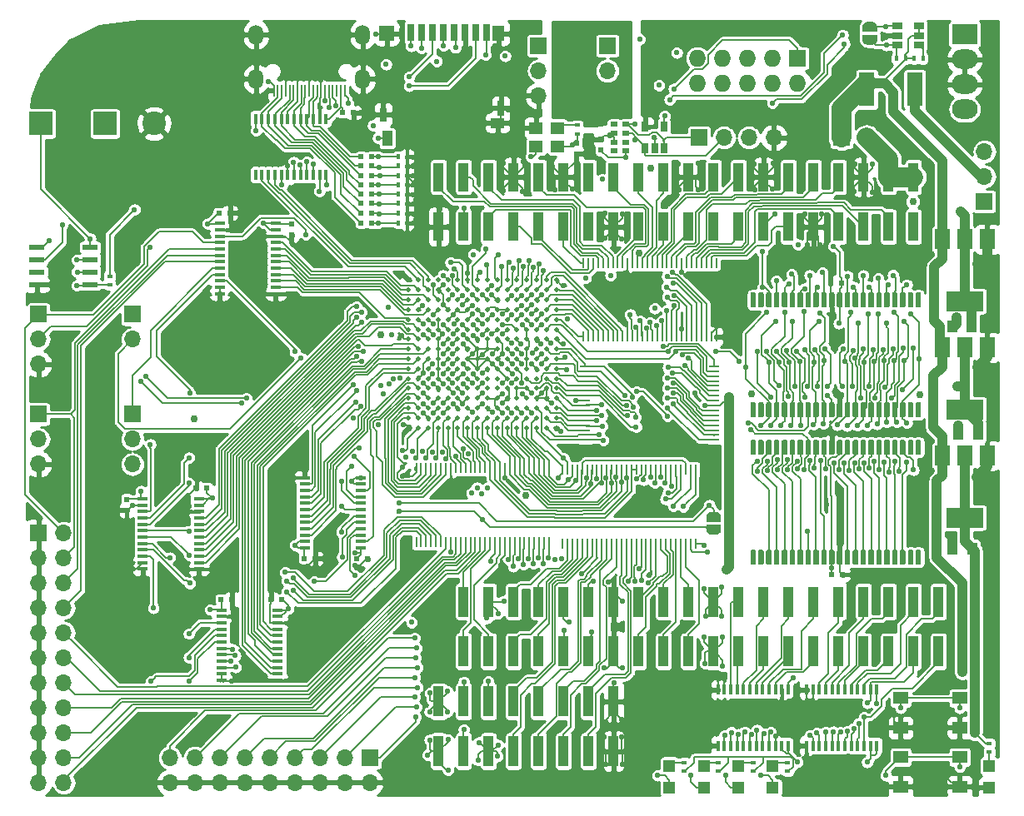
<source format=gtl>
G04 #@! TF.GenerationSoftware,KiCad,Pcbnew,(5.1.0)-1*
G04 #@! TF.CreationDate,2021-05-08T22:38:49+01:00*
G04 #@! TF.ProjectId,blit-cpu-mk3,626c6974-2d63-4707-952d-6d6b332e6b69,3.00*
G04 #@! TF.SameCoordinates,Original*
G04 #@! TF.FileFunction,Copper,L1,Top*
G04 #@! TF.FilePolarity,Positive*
%FSLAX46Y46*%
G04 Gerber Fmt 4.6, Leading zero omitted, Abs format (unit mm)*
G04 Created by KiCad (PCBNEW (5.1.0)-1) date 2021-05-08 22:38:49*
%MOMM*%
%LPD*%
G04 APERTURE LIST*
%ADD10R,0.230000X1.200000*%
%ADD11O,1.500000X2.000000*%
%ADD12R,1.550000X0.600000*%
%ADD13R,1.000000X3.000000*%
%ADD14C,0.500000*%
%ADD15C,0.100000*%
%ADD16R,0.600000X0.400000*%
%ADD17R,0.800000X1.400000*%
%ADD18R,0.800000X1.500000*%
%ADD19R,1.500000X1.500000*%
%ADD20R,1.300000X1.500000*%
%ADD21R,1.000000X1.550000*%
%ADD22R,1.450000X1.000000*%
%ADD23R,0.700000X1.750000*%
%ADD24O,1.700000X1.700000*%
%ADD25R,1.700000X1.700000*%
%ADD26R,0.600000X0.500000*%
%ADD27R,1.000000X1.250000*%
%ADD28R,0.400000X0.600000*%
%ADD29R,0.500000X0.600000*%
%ADD30R,1.400000X1.200000*%
%ADD31C,0.550000*%
%ADD32R,1.500000X1.300000*%
%ADD33R,1.100000X0.250000*%
%ADD34R,0.285000X1.000000*%
%ADD35R,1.000000X3.150000*%
%ADD36C,2.400000*%
%ADD37R,2.400000X2.400000*%
%ADD38O,1.727200X1.727200*%
%ADD39R,1.727200X1.727200*%
%ADD40R,1.200000X1.200000*%
%ADD41R,0.400000X1.100000*%
%ADD42R,1.100000X0.400000*%
%ADD43R,3.800000X2.000000*%
%ADD44R,1.500000X2.000000*%
%ADD45R,2.600000X2.000000*%
%ADD46O,2.600000X2.000000*%
%ADD47R,0.800000X0.500000*%
%ADD48R,0.650000X1.060000*%
%ADD49R,1.600000X3.500000*%
%ADD50R,1.060000X0.650000*%
%ADD51C,0.560000*%
%ADD52C,0.762000*%
%ADD53C,0.200000*%
%ADD54C,1.000000*%
%ADD55C,2.000000*%
%ADD56C,0.150000*%
%ADD57C,0.254000*%
G04 APERTURE END LIST*
D10*
X55000000Y-29700000D03*
X54600000Y-29700000D03*
X54200000Y-29700000D03*
X53800000Y-29700000D03*
X53400000Y-29700000D03*
X53000000Y-29700000D03*
X52600000Y-29700000D03*
X52200000Y-29700000D03*
X51800000Y-29700000D03*
X47800000Y-29700000D03*
X48200000Y-29700000D03*
X48600000Y-29700000D03*
X49000000Y-29700000D03*
X49400000Y-29700000D03*
X49800000Y-29700000D03*
X50200000Y-29700000D03*
X50600000Y-29700000D03*
X51000000Y-29700000D03*
X51400000Y-29700000D03*
D11*
X56825000Y-24050000D03*
X45975000Y-24050000D03*
X45975000Y-28550000D03*
X56825000Y-28550000D03*
D12*
X23740000Y-45645000D03*
X23740000Y-46915000D03*
X23740000Y-48185000D03*
X23740000Y-49455000D03*
X29140000Y-49455000D03*
X29140000Y-48185000D03*
X29140000Y-46915000D03*
X29140000Y-45645000D03*
D13*
X64545000Y-38520000D03*
X64545000Y-43560000D03*
X67085000Y-38520000D03*
X67085000Y-43560000D03*
X69625000Y-38520000D03*
X69625000Y-43560000D03*
X72165000Y-38520000D03*
X72165000Y-43560000D03*
X74705000Y-38520000D03*
X74705000Y-43560000D03*
X77245000Y-38520000D03*
X77245000Y-43560000D03*
X79785000Y-38520000D03*
X79785000Y-43560000D03*
X82325000Y-38520000D03*
X82325000Y-43560000D03*
X84865000Y-38520000D03*
X84865000Y-43560000D03*
X87405000Y-38520000D03*
X87405000Y-43560000D03*
X89945000Y-38520000D03*
X89945000Y-43560000D03*
X92485000Y-38520000D03*
X92485000Y-43560000D03*
X95025000Y-38520000D03*
X95025000Y-43560000D03*
X97565000Y-38520000D03*
X97565000Y-43560000D03*
X100105000Y-38520000D03*
X100105000Y-43560000D03*
X102645000Y-38520000D03*
X102645000Y-43560000D03*
X105185000Y-38520000D03*
X105185000Y-43560000D03*
X107725000Y-38520000D03*
X107725000Y-43560000D03*
X110265000Y-38520000D03*
X110265000Y-43560000D03*
X112805000Y-38520000D03*
X112805000Y-43560000D03*
D14*
X61500000Y-49000000D03*
X61500000Y-50000000D03*
X61500000Y-51000000D03*
X61500000Y-52000000D03*
X61500000Y-53000000D03*
X61500000Y-54000000D03*
X61500000Y-55000000D03*
X61500000Y-56000000D03*
X61500000Y-57000000D03*
X61500000Y-58000000D03*
X61500000Y-59000000D03*
X61500000Y-60000000D03*
X61500000Y-61000000D03*
X61500000Y-62000000D03*
X61500000Y-63000000D03*
X61500000Y-64000000D03*
X62500000Y-49000000D03*
X62500000Y-50000000D03*
X62500000Y-51000000D03*
X62500000Y-52000000D03*
X62500000Y-53000000D03*
X62500000Y-54000000D03*
X62500000Y-55000000D03*
X62500000Y-56000000D03*
X62500000Y-57000000D03*
X62500000Y-58000000D03*
X62500000Y-59000000D03*
X62500000Y-60000000D03*
X62500000Y-61000000D03*
X62500000Y-62000000D03*
X62500000Y-63000000D03*
X62500000Y-64000000D03*
X63500000Y-49000000D03*
X63500000Y-50000000D03*
X63500000Y-51000000D03*
X63500000Y-52000000D03*
X63500000Y-53000000D03*
X63500000Y-54000000D03*
X63500000Y-55000000D03*
X63500000Y-56000000D03*
X63500000Y-57000000D03*
X63500000Y-58000000D03*
X63500000Y-59000000D03*
X63500000Y-60000000D03*
X63500000Y-61000000D03*
X63500000Y-62000000D03*
X63500000Y-63000000D03*
X63500000Y-64000000D03*
X64500000Y-49000000D03*
X64500000Y-50000000D03*
X64500000Y-51000000D03*
X64500000Y-52000000D03*
X64500000Y-53000000D03*
X64500000Y-54000000D03*
X64500000Y-55000000D03*
X64500000Y-56000000D03*
X64500000Y-57000000D03*
X64500000Y-58000000D03*
X64500000Y-59000000D03*
X64500000Y-60000000D03*
X64500000Y-61000000D03*
X64500000Y-62000000D03*
X64500000Y-63000000D03*
X64500000Y-64000000D03*
X65500000Y-49000000D03*
X65500000Y-50000000D03*
X65500000Y-51000000D03*
X65500000Y-52000000D03*
X65500000Y-53000000D03*
X65500000Y-54000000D03*
X65500000Y-55000000D03*
X65500000Y-56000000D03*
X65500000Y-57000000D03*
X65500000Y-58000000D03*
X65500000Y-59000000D03*
X65500000Y-60000000D03*
X65500000Y-61000000D03*
X65500000Y-62000000D03*
X65500000Y-63000000D03*
X65500000Y-64000000D03*
X66500000Y-49000000D03*
X66500000Y-50000000D03*
X66500000Y-51000000D03*
X66500000Y-52000000D03*
X66500000Y-53000000D03*
X66500000Y-54000000D03*
X66500000Y-55000000D03*
X66500000Y-56000000D03*
X66500000Y-57000000D03*
X66500000Y-58000000D03*
X66500000Y-59000000D03*
X66500000Y-60000000D03*
X66500000Y-61000000D03*
X66500000Y-62000000D03*
X66500000Y-63000000D03*
X66500000Y-64000000D03*
X67500000Y-49000000D03*
X67500000Y-50000000D03*
X67500000Y-51000000D03*
X67500000Y-52000000D03*
X67500000Y-53000000D03*
X67500000Y-54000000D03*
X67500000Y-55000000D03*
X67500000Y-56000000D03*
X67500000Y-57000000D03*
X67500000Y-58000000D03*
X67500000Y-59000000D03*
X67500000Y-60000000D03*
X67500000Y-61000000D03*
X67500000Y-62000000D03*
X67500000Y-63000000D03*
X67500000Y-64000000D03*
X68500000Y-49000000D03*
X68500000Y-50000000D03*
X68500000Y-51000000D03*
X68500000Y-52000000D03*
X68500000Y-53000000D03*
X68500000Y-54000000D03*
X68500000Y-55000000D03*
X68500000Y-56000000D03*
X68500000Y-57000000D03*
X68500000Y-58000000D03*
X68500000Y-59000000D03*
X68500000Y-60000000D03*
X68500000Y-61000000D03*
X68500000Y-62000000D03*
X68500000Y-63000000D03*
X68500000Y-64000000D03*
X69500000Y-49000000D03*
X69500000Y-50000000D03*
X69500000Y-51000000D03*
X69500000Y-52000000D03*
X69500000Y-53000000D03*
X69500000Y-54000000D03*
X69500000Y-55000000D03*
X69500000Y-56000000D03*
X69500000Y-57000000D03*
X69500000Y-58000000D03*
X69500000Y-59000000D03*
X69500000Y-60000000D03*
X69500000Y-61000000D03*
X69500000Y-62000000D03*
X69500000Y-63000000D03*
X69500000Y-64000000D03*
X70500000Y-49000000D03*
X70500000Y-50000000D03*
X70500000Y-51000000D03*
X70500000Y-52000000D03*
X70500000Y-53000000D03*
X70500000Y-54000000D03*
X70500000Y-55000000D03*
X70500000Y-56000000D03*
X70500000Y-57000000D03*
X70500000Y-58000000D03*
X70500000Y-59000000D03*
X70500000Y-60000000D03*
X70500000Y-61000000D03*
X70500000Y-62000000D03*
X70500000Y-63000000D03*
X70500000Y-64000000D03*
X71500000Y-49000000D03*
X71500000Y-50000000D03*
X71500000Y-51000000D03*
X71500000Y-52000000D03*
X71500000Y-53000000D03*
X71500000Y-54000000D03*
X71500000Y-55000000D03*
X71500000Y-56000000D03*
X71500000Y-57000000D03*
X71500000Y-58000000D03*
X71500000Y-59000000D03*
X71500000Y-60000000D03*
X71500000Y-61000000D03*
X71500000Y-62000000D03*
X71500000Y-63000000D03*
X71500000Y-64000000D03*
X72500000Y-49000000D03*
X72500000Y-50000000D03*
X72500000Y-51000000D03*
X72500000Y-52000000D03*
X72500000Y-53000000D03*
X72500000Y-54000000D03*
X72500000Y-55000000D03*
X72500000Y-56000000D03*
X72500000Y-57000000D03*
X72500000Y-58000000D03*
X72500000Y-59000000D03*
X72500000Y-60000000D03*
X72500000Y-61000000D03*
X72500000Y-62000000D03*
X72500000Y-63000000D03*
X72500000Y-64000000D03*
X73500000Y-49000000D03*
X73500000Y-50000000D03*
X73500000Y-51000000D03*
X73500000Y-52000000D03*
X73500000Y-53000000D03*
X73500000Y-54000000D03*
X73500000Y-55000000D03*
X73500000Y-56000000D03*
X73500000Y-57000000D03*
X73500000Y-58000000D03*
X73500000Y-59000000D03*
X73500000Y-60000000D03*
X73500000Y-61000000D03*
X73500000Y-62000000D03*
X73500000Y-63000000D03*
X73500000Y-64000000D03*
X74500000Y-49000000D03*
X74500000Y-50000000D03*
X74500000Y-51000000D03*
X74500000Y-52000000D03*
X74500000Y-53000000D03*
X74500000Y-54000000D03*
X74500000Y-55000000D03*
X74500000Y-56000000D03*
X74500000Y-57000000D03*
X74500000Y-58000000D03*
X74500000Y-59000000D03*
X74500000Y-60000000D03*
X74500000Y-61000000D03*
X74500000Y-62000000D03*
X74500000Y-63000000D03*
X74500000Y-64000000D03*
X75500000Y-49000000D03*
X75500000Y-50000000D03*
X75500000Y-51000000D03*
X75500000Y-52000000D03*
X75500000Y-53000000D03*
X75500000Y-54000000D03*
X75500000Y-55000000D03*
X75500000Y-56000000D03*
X75500000Y-57000000D03*
X75500000Y-58000000D03*
X75500000Y-59000000D03*
X75500000Y-60000000D03*
X75500000Y-61000000D03*
X75500000Y-62000000D03*
X75500000Y-63000000D03*
X75500000Y-64000000D03*
X76500000Y-49000000D03*
X76500000Y-50000000D03*
X76500000Y-51000000D03*
X76500000Y-52000000D03*
X76500000Y-53000000D03*
X76500000Y-54000000D03*
X76500000Y-55000000D03*
X76500000Y-56000000D03*
X76500000Y-57000000D03*
X76500000Y-58000000D03*
X76500000Y-59000000D03*
X76500000Y-60000000D03*
X76500000Y-61000000D03*
X76500000Y-62000000D03*
X76500000Y-63000000D03*
X76500000Y-64000000D03*
X92500000Y-73070000D03*
D15*
G36*
X91750602Y-73070000D02*
G01*
X91750602Y-73045466D01*
X91755412Y-72996635D01*
X91764984Y-72948510D01*
X91779228Y-72901555D01*
X91798005Y-72856222D01*
X91821136Y-72812949D01*
X91848396Y-72772150D01*
X91879524Y-72734221D01*
X91914221Y-72699524D01*
X91952150Y-72668396D01*
X91992949Y-72641136D01*
X92036222Y-72618005D01*
X92081555Y-72599228D01*
X92128510Y-72584984D01*
X92176635Y-72575412D01*
X92225466Y-72570602D01*
X92250000Y-72570602D01*
X92250000Y-72570000D01*
X92750000Y-72570000D01*
X92750000Y-72570602D01*
X92774534Y-72570602D01*
X92823365Y-72575412D01*
X92871490Y-72584984D01*
X92918445Y-72599228D01*
X92963778Y-72618005D01*
X93007051Y-72641136D01*
X93047850Y-72668396D01*
X93085779Y-72699524D01*
X93120476Y-72734221D01*
X93151604Y-72772150D01*
X93178864Y-72812949D01*
X93201995Y-72856222D01*
X93220772Y-72901555D01*
X93235016Y-72948510D01*
X93244588Y-72996635D01*
X93249398Y-73045466D01*
X93249398Y-73070000D01*
X93250000Y-73070000D01*
X93250000Y-73570000D01*
X91750000Y-73570000D01*
X91750000Y-73070000D01*
X91750602Y-73070000D01*
X91750602Y-73070000D01*
G37*
D14*
X92500000Y-74370000D03*
D15*
G36*
X93250000Y-73870000D02*
G01*
X93250000Y-74370000D01*
X93249398Y-74370000D01*
X93249398Y-74394534D01*
X93244588Y-74443365D01*
X93235016Y-74491490D01*
X93220772Y-74538445D01*
X93201995Y-74583778D01*
X93178864Y-74627051D01*
X93151604Y-74667850D01*
X93120476Y-74705779D01*
X93085779Y-74740476D01*
X93047850Y-74771604D01*
X93007051Y-74798864D01*
X92963778Y-74821995D01*
X92918445Y-74840772D01*
X92871490Y-74855016D01*
X92823365Y-74864588D01*
X92774534Y-74869398D01*
X92750000Y-74869398D01*
X92750000Y-74870000D01*
X92250000Y-74870000D01*
X92250000Y-74869398D01*
X92225466Y-74869398D01*
X92176635Y-74864588D01*
X92128510Y-74855016D01*
X92081555Y-74840772D01*
X92036222Y-74821995D01*
X91992949Y-74798864D01*
X91952150Y-74771604D01*
X91914221Y-74740476D01*
X91879524Y-74705779D01*
X91848396Y-74667850D01*
X91821136Y-74627051D01*
X91798005Y-74583778D01*
X91779228Y-74538445D01*
X91764984Y-74491490D01*
X91755412Y-74443365D01*
X91750602Y-74394534D01*
X91750602Y-74370000D01*
X91750000Y-74370000D01*
X91750000Y-73870000D01*
X93250000Y-73870000D01*
X93250000Y-73870000D01*
G37*
D16*
X31120000Y-49500000D03*
X31120000Y-48600000D03*
D17*
X58922000Y-32161500D03*
D18*
X70872000Y-31511500D03*
D19*
X59272000Y-23911500D03*
D20*
X70622000Y-23911500D03*
D21*
X59322000Y-34586500D03*
D22*
X70547000Y-33011500D03*
D23*
X61722000Y-23786500D03*
X62822000Y-23786500D03*
X63922000Y-23786500D03*
X65022000Y-23786500D03*
X66122000Y-23786500D03*
X67222000Y-23786500D03*
X68322000Y-23786500D03*
X69422000Y-23786500D03*
D24*
X120000000Y-35920000D03*
X120000000Y-38460000D03*
D25*
X120000000Y-41000000D03*
D26*
X105470000Y-49280000D03*
X104370000Y-49280000D03*
D27*
X118740000Y-53710000D03*
X116740000Y-53710000D03*
D28*
X112850000Y-26450000D03*
X113750000Y-26450000D03*
D29*
X78560000Y-35040000D03*
X78560000Y-36140000D03*
D30*
X76650000Y-35420000D03*
X74450000Y-35420000D03*
X74450000Y-33520000D03*
X76650000Y-33520000D03*
D16*
X78610000Y-34130000D03*
X78610000Y-33230000D03*
D15*
G36*
X96650977Y-61425662D02*
G01*
X96664325Y-61427642D01*
X96677414Y-61430921D01*
X96690119Y-61435467D01*
X96702317Y-61441236D01*
X96713891Y-61448173D01*
X96724729Y-61456211D01*
X96734727Y-61465273D01*
X96743789Y-61475271D01*
X96751827Y-61486109D01*
X96758764Y-61497683D01*
X96764533Y-61509881D01*
X96769079Y-61522586D01*
X96772358Y-61535675D01*
X96774338Y-61549023D01*
X96775000Y-61562500D01*
X96775000Y-62812500D01*
X96774338Y-62825977D01*
X96772358Y-62839325D01*
X96769079Y-62852414D01*
X96764533Y-62865119D01*
X96758764Y-62877317D01*
X96751827Y-62888891D01*
X96743789Y-62899729D01*
X96734727Y-62909727D01*
X96724729Y-62918789D01*
X96713891Y-62926827D01*
X96702317Y-62933764D01*
X96690119Y-62939533D01*
X96677414Y-62944079D01*
X96664325Y-62947358D01*
X96650977Y-62949338D01*
X96637500Y-62950000D01*
X96362500Y-62950000D01*
X96349023Y-62949338D01*
X96335675Y-62947358D01*
X96322586Y-62944079D01*
X96309881Y-62939533D01*
X96297683Y-62933764D01*
X96286109Y-62926827D01*
X96275271Y-62918789D01*
X96265273Y-62909727D01*
X96256211Y-62899729D01*
X96248173Y-62888891D01*
X96241236Y-62877317D01*
X96235467Y-62865119D01*
X96230921Y-62852414D01*
X96227642Y-62839325D01*
X96225662Y-62825977D01*
X96225000Y-62812500D01*
X96225000Y-61562500D01*
X96225662Y-61549023D01*
X96227642Y-61535675D01*
X96230921Y-61522586D01*
X96235467Y-61509881D01*
X96241236Y-61497683D01*
X96248173Y-61486109D01*
X96256211Y-61475271D01*
X96265273Y-61465273D01*
X96275271Y-61456211D01*
X96286109Y-61448173D01*
X96297683Y-61441236D01*
X96309881Y-61435467D01*
X96322586Y-61430921D01*
X96335675Y-61427642D01*
X96349023Y-61425662D01*
X96362500Y-61425000D01*
X96637500Y-61425000D01*
X96650977Y-61425662D01*
X96650977Y-61425662D01*
G37*
D31*
X96500000Y-62187500D03*
D15*
G36*
X97450977Y-61425662D02*
G01*
X97464325Y-61427642D01*
X97477414Y-61430921D01*
X97490119Y-61435467D01*
X97502317Y-61441236D01*
X97513891Y-61448173D01*
X97524729Y-61456211D01*
X97534727Y-61465273D01*
X97543789Y-61475271D01*
X97551827Y-61486109D01*
X97558764Y-61497683D01*
X97564533Y-61509881D01*
X97569079Y-61522586D01*
X97572358Y-61535675D01*
X97574338Y-61549023D01*
X97575000Y-61562500D01*
X97575000Y-62812500D01*
X97574338Y-62825977D01*
X97572358Y-62839325D01*
X97569079Y-62852414D01*
X97564533Y-62865119D01*
X97558764Y-62877317D01*
X97551827Y-62888891D01*
X97543789Y-62899729D01*
X97534727Y-62909727D01*
X97524729Y-62918789D01*
X97513891Y-62926827D01*
X97502317Y-62933764D01*
X97490119Y-62939533D01*
X97477414Y-62944079D01*
X97464325Y-62947358D01*
X97450977Y-62949338D01*
X97437500Y-62950000D01*
X97162500Y-62950000D01*
X97149023Y-62949338D01*
X97135675Y-62947358D01*
X97122586Y-62944079D01*
X97109881Y-62939533D01*
X97097683Y-62933764D01*
X97086109Y-62926827D01*
X97075271Y-62918789D01*
X97065273Y-62909727D01*
X97056211Y-62899729D01*
X97048173Y-62888891D01*
X97041236Y-62877317D01*
X97035467Y-62865119D01*
X97030921Y-62852414D01*
X97027642Y-62839325D01*
X97025662Y-62825977D01*
X97025000Y-62812500D01*
X97025000Y-61562500D01*
X97025662Y-61549023D01*
X97027642Y-61535675D01*
X97030921Y-61522586D01*
X97035467Y-61509881D01*
X97041236Y-61497683D01*
X97048173Y-61486109D01*
X97056211Y-61475271D01*
X97065273Y-61465273D01*
X97075271Y-61456211D01*
X97086109Y-61448173D01*
X97097683Y-61441236D01*
X97109881Y-61435467D01*
X97122586Y-61430921D01*
X97135675Y-61427642D01*
X97149023Y-61425662D01*
X97162500Y-61425000D01*
X97437500Y-61425000D01*
X97450977Y-61425662D01*
X97450977Y-61425662D01*
G37*
D31*
X97300000Y-62187500D03*
D15*
G36*
X98250977Y-61425662D02*
G01*
X98264325Y-61427642D01*
X98277414Y-61430921D01*
X98290119Y-61435467D01*
X98302317Y-61441236D01*
X98313891Y-61448173D01*
X98324729Y-61456211D01*
X98334727Y-61465273D01*
X98343789Y-61475271D01*
X98351827Y-61486109D01*
X98358764Y-61497683D01*
X98364533Y-61509881D01*
X98369079Y-61522586D01*
X98372358Y-61535675D01*
X98374338Y-61549023D01*
X98375000Y-61562500D01*
X98375000Y-62812500D01*
X98374338Y-62825977D01*
X98372358Y-62839325D01*
X98369079Y-62852414D01*
X98364533Y-62865119D01*
X98358764Y-62877317D01*
X98351827Y-62888891D01*
X98343789Y-62899729D01*
X98334727Y-62909727D01*
X98324729Y-62918789D01*
X98313891Y-62926827D01*
X98302317Y-62933764D01*
X98290119Y-62939533D01*
X98277414Y-62944079D01*
X98264325Y-62947358D01*
X98250977Y-62949338D01*
X98237500Y-62950000D01*
X97962500Y-62950000D01*
X97949023Y-62949338D01*
X97935675Y-62947358D01*
X97922586Y-62944079D01*
X97909881Y-62939533D01*
X97897683Y-62933764D01*
X97886109Y-62926827D01*
X97875271Y-62918789D01*
X97865273Y-62909727D01*
X97856211Y-62899729D01*
X97848173Y-62888891D01*
X97841236Y-62877317D01*
X97835467Y-62865119D01*
X97830921Y-62852414D01*
X97827642Y-62839325D01*
X97825662Y-62825977D01*
X97825000Y-62812500D01*
X97825000Y-61562500D01*
X97825662Y-61549023D01*
X97827642Y-61535675D01*
X97830921Y-61522586D01*
X97835467Y-61509881D01*
X97841236Y-61497683D01*
X97848173Y-61486109D01*
X97856211Y-61475271D01*
X97865273Y-61465273D01*
X97875271Y-61456211D01*
X97886109Y-61448173D01*
X97897683Y-61441236D01*
X97909881Y-61435467D01*
X97922586Y-61430921D01*
X97935675Y-61427642D01*
X97949023Y-61425662D01*
X97962500Y-61425000D01*
X98237500Y-61425000D01*
X98250977Y-61425662D01*
X98250977Y-61425662D01*
G37*
D31*
X98100000Y-62187500D03*
D15*
G36*
X99050977Y-61425662D02*
G01*
X99064325Y-61427642D01*
X99077414Y-61430921D01*
X99090119Y-61435467D01*
X99102317Y-61441236D01*
X99113891Y-61448173D01*
X99124729Y-61456211D01*
X99134727Y-61465273D01*
X99143789Y-61475271D01*
X99151827Y-61486109D01*
X99158764Y-61497683D01*
X99164533Y-61509881D01*
X99169079Y-61522586D01*
X99172358Y-61535675D01*
X99174338Y-61549023D01*
X99175000Y-61562500D01*
X99175000Y-62812500D01*
X99174338Y-62825977D01*
X99172358Y-62839325D01*
X99169079Y-62852414D01*
X99164533Y-62865119D01*
X99158764Y-62877317D01*
X99151827Y-62888891D01*
X99143789Y-62899729D01*
X99134727Y-62909727D01*
X99124729Y-62918789D01*
X99113891Y-62926827D01*
X99102317Y-62933764D01*
X99090119Y-62939533D01*
X99077414Y-62944079D01*
X99064325Y-62947358D01*
X99050977Y-62949338D01*
X99037500Y-62950000D01*
X98762500Y-62950000D01*
X98749023Y-62949338D01*
X98735675Y-62947358D01*
X98722586Y-62944079D01*
X98709881Y-62939533D01*
X98697683Y-62933764D01*
X98686109Y-62926827D01*
X98675271Y-62918789D01*
X98665273Y-62909727D01*
X98656211Y-62899729D01*
X98648173Y-62888891D01*
X98641236Y-62877317D01*
X98635467Y-62865119D01*
X98630921Y-62852414D01*
X98627642Y-62839325D01*
X98625662Y-62825977D01*
X98625000Y-62812500D01*
X98625000Y-61562500D01*
X98625662Y-61549023D01*
X98627642Y-61535675D01*
X98630921Y-61522586D01*
X98635467Y-61509881D01*
X98641236Y-61497683D01*
X98648173Y-61486109D01*
X98656211Y-61475271D01*
X98665273Y-61465273D01*
X98675271Y-61456211D01*
X98686109Y-61448173D01*
X98697683Y-61441236D01*
X98709881Y-61435467D01*
X98722586Y-61430921D01*
X98735675Y-61427642D01*
X98749023Y-61425662D01*
X98762500Y-61425000D01*
X99037500Y-61425000D01*
X99050977Y-61425662D01*
X99050977Y-61425662D01*
G37*
D31*
X98900000Y-62187500D03*
D15*
G36*
X99850977Y-61425662D02*
G01*
X99864325Y-61427642D01*
X99877414Y-61430921D01*
X99890119Y-61435467D01*
X99902317Y-61441236D01*
X99913891Y-61448173D01*
X99924729Y-61456211D01*
X99934727Y-61465273D01*
X99943789Y-61475271D01*
X99951827Y-61486109D01*
X99958764Y-61497683D01*
X99964533Y-61509881D01*
X99969079Y-61522586D01*
X99972358Y-61535675D01*
X99974338Y-61549023D01*
X99975000Y-61562500D01*
X99975000Y-62812500D01*
X99974338Y-62825977D01*
X99972358Y-62839325D01*
X99969079Y-62852414D01*
X99964533Y-62865119D01*
X99958764Y-62877317D01*
X99951827Y-62888891D01*
X99943789Y-62899729D01*
X99934727Y-62909727D01*
X99924729Y-62918789D01*
X99913891Y-62926827D01*
X99902317Y-62933764D01*
X99890119Y-62939533D01*
X99877414Y-62944079D01*
X99864325Y-62947358D01*
X99850977Y-62949338D01*
X99837500Y-62950000D01*
X99562500Y-62950000D01*
X99549023Y-62949338D01*
X99535675Y-62947358D01*
X99522586Y-62944079D01*
X99509881Y-62939533D01*
X99497683Y-62933764D01*
X99486109Y-62926827D01*
X99475271Y-62918789D01*
X99465273Y-62909727D01*
X99456211Y-62899729D01*
X99448173Y-62888891D01*
X99441236Y-62877317D01*
X99435467Y-62865119D01*
X99430921Y-62852414D01*
X99427642Y-62839325D01*
X99425662Y-62825977D01*
X99425000Y-62812500D01*
X99425000Y-61562500D01*
X99425662Y-61549023D01*
X99427642Y-61535675D01*
X99430921Y-61522586D01*
X99435467Y-61509881D01*
X99441236Y-61497683D01*
X99448173Y-61486109D01*
X99456211Y-61475271D01*
X99465273Y-61465273D01*
X99475271Y-61456211D01*
X99486109Y-61448173D01*
X99497683Y-61441236D01*
X99509881Y-61435467D01*
X99522586Y-61430921D01*
X99535675Y-61427642D01*
X99549023Y-61425662D01*
X99562500Y-61425000D01*
X99837500Y-61425000D01*
X99850977Y-61425662D01*
X99850977Y-61425662D01*
G37*
D31*
X99700000Y-62187500D03*
D15*
G36*
X100650977Y-61425662D02*
G01*
X100664325Y-61427642D01*
X100677414Y-61430921D01*
X100690119Y-61435467D01*
X100702317Y-61441236D01*
X100713891Y-61448173D01*
X100724729Y-61456211D01*
X100734727Y-61465273D01*
X100743789Y-61475271D01*
X100751827Y-61486109D01*
X100758764Y-61497683D01*
X100764533Y-61509881D01*
X100769079Y-61522586D01*
X100772358Y-61535675D01*
X100774338Y-61549023D01*
X100775000Y-61562500D01*
X100775000Y-62812500D01*
X100774338Y-62825977D01*
X100772358Y-62839325D01*
X100769079Y-62852414D01*
X100764533Y-62865119D01*
X100758764Y-62877317D01*
X100751827Y-62888891D01*
X100743789Y-62899729D01*
X100734727Y-62909727D01*
X100724729Y-62918789D01*
X100713891Y-62926827D01*
X100702317Y-62933764D01*
X100690119Y-62939533D01*
X100677414Y-62944079D01*
X100664325Y-62947358D01*
X100650977Y-62949338D01*
X100637500Y-62950000D01*
X100362500Y-62950000D01*
X100349023Y-62949338D01*
X100335675Y-62947358D01*
X100322586Y-62944079D01*
X100309881Y-62939533D01*
X100297683Y-62933764D01*
X100286109Y-62926827D01*
X100275271Y-62918789D01*
X100265273Y-62909727D01*
X100256211Y-62899729D01*
X100248173Y-62888891D01*
X100241236Y-62877317D01*
X100235467Y-62865119D01*
X100230921Y-62852414D01*
X100227642Y-62839325D01*
X100225662Y-62825977D01*
X100225000Y-62812500D01*
X100225000Y-61562500D01*
X100225662Y-61549023D01*
X100227642Y-61535675D01*
X100230921Y-61522586D01*
X100235467Y-61509881D01*
X100241236Y-61497683D01*
X100248173Y-61486109D01*
X100256211Y-61475271D01*
X100265273Y-61465273D01*
X100275271Y-61456211D01*
X100286109Y-61448173D01*
X100297683Y-61441236D01*
X100309881Y-61435467D01*
X100322586Y-61430921D01*
X100335675Y-61427642D01*
X100349023Y-61425662D01*
X100362500Y-61425000D01*
X100637500Y-61425000D01*
X100650977Y-61425662D01*
X100650977Y-61425662D01*
G37*
D31*
X100500000Y-62187500D03*
D15*
G36*
X101450977Y-61425662D02*
G01*
X101464325Y-61427642D01*
X101477414Y-61430921D01*
X101490119Y-61435467D01*
X101502317Y-61441236D01*
X101513891Y-61448173D01*
X101524729Y-61456211D01*
X101534727Y-61465273D01*
X101543789Y-61475271D01*
X101551827Y-61486109D01*
X101558764Y-61497683D01*
X101564533Y-61509881D01*
X101569079Y-61522586D01*
X101572358Y-61535675D01*
X101574338Y-61549023D01*
X101575000Y-61562500D01*
X101575000Y-62812500D01*
X101574338Y-62825977D01*
X101572358Y-62839325D01*
X101569079Y-62852414D01*
X101564533Y-62865119D01*
X101558764Y-62877317D01*
X101551827Y-62888891D01*
X101543789Y-62899729D01*
X101534727Y-62909727D01*
X101524729Y-62918789D01*
X101513891Y-62926827D01*
X101502317Y-62933764D01*
X101490119Y-62939533D01*
X101477414Y-62944079D01*
X101464325Y-62947358D01*
X101450977Y-62949338D01*
X101437500Y-62950000D01*
X101162500Y-62950000D01*
X101149023Y-62949338D01*
X101135675Y-62947358D01*
X101122586Y-62944079D01*
X101109881Y-62939533D01*
X101097683Y-62933764D01*
X101086109Y-62926827D01*
X101075271Y-62918789D01*
X101065273Y-62909727D01*
X101056211Y-62899729D01*
X101048173Y-62888891D01*
X101041236Y-62877317D01*
X101035467Y-62865119D01*
X101030921Y-62852414D01*
X101027642Y-62839325D01*
X101025662Y-62825977D01*
X101025000Y-62812500D01*
X101025000Y-61562500D01*
X101025662Y-61549023D01*
X101027642Y-61535675D01*
X101030921Y-61522586D01*
X101035467Y-61509881D01*
X101041236Y-61497683D01*
X101048173Y-61486109D01*
X101056211Y-61475271D01*
X101065273Y-61465273D01*
X101075271Y-61456211D01*
X101086109Y-61448173D01*
X101097683Y-61441236D01*
X101109881Y-61435467D01*
X101122586Y-61430921D01*
X101135675Y-61427642D01*
X101149023Y-61425662D01*
X101162500Y-61425000D01*
X101437500Y-61425000D01*
X101450977Y-61425662D01*
X101450977Y-61425662D01*
G37*
D31*
X101300000Y-62187500D03*
D15*
G36*
X102250977Y-61425662D02*
G01*
X102264325Y-61427642D01*
X102277414Y-61430921D01*
X102290119Y-61435467D01*
X102302317Y-61441236D01*
X102313891Y-61448173D01*
X102324729Y-61456211D01*
X102334727Y-61465273D01*
X102343789Y-61475271D01*
X102351827Y-61486109D01*
X102358764Y-61497683D01*
X102364533Y-61509881D01*
X102369079Y-61522586D01*
X102372358Y-61535675D01*
X102374338Y-61549023D01*
X102375000Y-61562500D01*
X102375000Y-62812500D01*
X102374338Y-62825977D01*
X102372358Y-62839325D01*
X102369079Y-62852414D01*
X102364533Y-62865119D01*
X102358764Y-62877317D01*
X102351827Y-62888891D01*
X102343789Y-62899729D01*
X102334727Y-62909727D01*
X102324729Y-62918789D01*
X102313891Y-62926827D01*
X102302317Y-62933764D01*
X102290119Y-62939533D01*
X102277414Y-62944079D01*
X102264325Y-62947358D01*
X102250977Y-62949338D01*
X102237500Y-62950000D01*
X101962500Y-62950000D01*
X101949023Y-62949338D01*
X101935675Y-62947358D01*
X101922586Y-62944079D01*
X101909881Y-62939533D01*
X101897683Y-62933764D01*
X101886109Y-62926827D01*
X101875271Y-62918789D01*
X101865273Y-62909727D01*
X101856211Y-62899729D01*
X101848173Y-62888891D01*
X101841236Y-62877317D01*
X101835467Y-62865119D01*
X101830921Y-62852414D01*
X101827642Y-62839325D01*
X101825662Y-62825977D01*
X101825000Y-62812500D01*
X101825000Y-61562500D01*
X101825662Y-61549023D01*
X101827642Y-61535675D01*
X101830921Y-61522586D01*
X101835467Y-61509881D01*
X101841236Y-61497683D01*
X101848173Y-61486109D01*
X101856211Y-61475271D01*
X101865273Y-61465273D01*
X101875271Y-61456211D01*
X101886109Y-61448173D01*
X101897683Y-61441236D01*
X101909881Y-61435467D01*
X101922586Y-61430921D01*
X101935675Y-61427642D01*
X101949023Y-61425662D01*
X101962500Y-61425000D01*
X102237500Y-61425000D01*
X102250977Y-61425662D01*
X102250977Y-61425662D01*
G37*
D31*
X102100000Y-62187500D03*
D15*
G36*
X103050977Y-61425662D02*
G01*
X103064325Y-61427642D01*
X103077414Y-61430921D01*
X103090119Y-61435467D01*
X103102317Y-61441236D01*
X103113891Y-61448173D01*
X103124729Y-61456211D01*
X103134727Y-61465273D01*
X103143789Y-61475271D01*
X103151827Y-61486109D01*
X103158764Y-61497683D01*
X103164533Y-61509881D01*
X103169079Y-61522586D01*
X103172358Y-61535675D01*
X103174338Y-61549023D01*
X103175000Y-61562500D01*
X103175000Y-62812500D01*
X103174338Y-62825977D01*
X103172358Y-62839325D01*
X103169079Y-62852414D01*
X103164533Y-62865119D01*
X103158764Y-62877317D01*
X103151827Y-62888891D01*
X103143789Y-62899729D01*
X103134727Y-62909727D01*
X103124729Y-62918789D01*
X103113891Y-62926827D01*
X103102317Y-62933764D01*
X103090119Y-62939533D01*
X103077414Y-62944079D01*
X103064325Y-62947358D01*
X103050977Y-62949338D01*
X103037500Y-62950000D01*
X102762500Y-62950000D01*
X102749023Y-62949338D01*
X102735675Y-62947358D01*
X102722586Y-62944079D01*
X102709881Y-62939533D01*
X102697683Y-62933764D01*
X102686109Y-62926827D01*
X102675271Y-62918789D01*
X102665273Y-62909727D01*
X102656211Y-62899729D01*
X102648173Y-62888891D01*
X102641236Y-62877317D01*
X102635467Y-62865119D01*
X102630921Y-62852414D01*
X102627642Y-62839325D01*
X102625662Y-62825977D01*
X102625000Y-62812500D01*
X102625000Y-61562500D01*
X102625662Y-61549023D01*
X102627642Y-61535675D01*
X102630921Y-61522586D01*
X102635467Y-61509881D01*
X102641236Y-61497683D01*
X102648173Y-61486109D01*
X102656211Y-61475271D01*
X102665273Y-61465273D01*
X102675271Y-61456211D01*
X102686109Y-61448173D01*
X102697683Y-61441236D01*
X102709881Y-61435467D01*
X102722586Y-61430921D01*
X102735675Y-61427642D01*
X102749023Y-61425662D01*
X102762500Y-61425000D01*
X103037500Y-61425000D01*
X103050977Y-61425662D01*
X103050977Y-61425662D01*
G37*
D31*
X102900000Y-62187500D03*
D15*
G36*
X103850977Y-61425662D02*
G01*
X103864325Y-61427642D01*
X103877414Y-61430921D01*
X103890119Y-61435467D01*
X103902317Y-61441236D01*
X103913891Y-61448173D01*
X103924729Y-61456211D01*
X103934727Y-61465273D01*
X103943789Y-61475271D01*
X103951827Y-61486109D01*
X103958764Y-61497683D01*
X103964533Y-61509881D01*
X103969079Y-61522586D01*
X103972358Y-61535675D01*
X103974338Y-61549023D01*
X103975000Y-61562500D01*
X103975000Y-62812500D01*
X103974338Y-62825977D01*
X103972358Y-62839325D01*
X103969079Y-62852414D01*
X103964533Y-62865119D01*
X103958764Y-62877317D01*
X103951827Y-62888891D01*
X103943789Y-62899729D01*
X103934727Y-62909727D01*
X103924729Y-62918789D01*
X103913891Y-62926827D01*
X103902317Y-62933764D01*
X103890119Y-62939533D01*
X103877414Y-62944079D01*
X103864325Y-62947358D01*
X103850977Y-62949338D01*
X103837500Y-62950000D01*
X103562500Y-62950000D01*
X103549023Y-62949338D01*
X103535675Y-62947358D01*
X103522586Y-62944079D01*
X103509881Y-62939533D01*
X103497683Y-62933764D01*
X103486109Y-62926827D01*
X103475271Y-62918789D01*
X103465273Y-62909727D01*
X103456211Y-62899729D01*
X103448173Y-62888891D01*
X103441236Y-62877317D01*
X103435467Y-62865119D01*
X103430921Y-62852414D01*
X103427642Y-62839325D01*
X103425662Y-62825977D01*
X103425000Y-62812500D01*
X103425000Y-61562500D01*
X103425662Y-61549023D01*
X103427642Y-61535675D01*
X103430921Y-61522586D01*
X103435467Y-61509881D01*
X103441236Y-61497683D01*
X103448173Y-61486109D01*
X103456211Y-61475271D01*
X103465273Y-61465273D01*
X103475271Y-61456211D01*
X103486109Y-61448173D01*
X103497683Y-61441236D01*
X103509881Y-61435467D01*
X103522586Y-61430921D01*
X103535675Y-61427642D01*
X103549023Y-61425662D01*
X103562500Y-61425000D01*
X103837500Y-61425000D01*
X103850977Y-61425662D01*
X103850977Y-61425662D01*
G37*
D31*
X103700000Y-62187500D03*
D15*
G36*
X104650977Y-61425662D02*
G01*
X104664325Y-61427642D01*
X104677414Y-61430921D01*
X104690119Y-61435467D01*
X104702317Y-61441236D01*
X104713891Y-61448173D01*
X104724729Y-61456211D01*
X104734727Y-61465273D01*
X104743789Y-61475271D01*
X104751827Y-61486109D01*
X104758764Y-61497683D01*
X104764533Y-61509881D01*
X104769079Y-61522586D01*
X104772358Y-61535675D01*
X104774338Y-61549023D01*
X104775000Y-61562500D01*
X104775000Y-62812500D01*
X104774338Y-62825977D01*
X104772358Y-62839325D01*
X104769079Y-62852414D01*
X104764533Y-62865119D01*
X104758764Y-62877317D01*
X104751827Y-62888891D01*
X104743789Y-62899729D01*
X104734727Y-62909727D01*
X104724729Y-62918789D01*
X104713891Y-62926827D01*
X104702317Y-62933764D01*
X104690119Y-62939533D01*
X104677414Y-62944079D01*
X104664325Y-62947358D01*
X104650977Y-62949338D01*
X104637500Y-62950000D01*
X104362500Y-62950000D01*
X104349023Y-62949338D01*
X104335675Y-62947358D01*
X104322586Y-62944079D01*
X104309881Y-62939533D01*
X104297683Y-62933764D01*
X104286109Y-62926827D01*
X104275271Y-62918789D01*
X104265273Y-62909727D01*
X104256211Y-62899729D01*
X104248173Y-62888891D01*
X104241236Y-62877317D01*
X104235467Y-62865119D01*
X104230921Y-62852414D01*
X104227642Y-62839325D01*
X104225662Y-62825977D01*
X104225000Y-62812500D01*
X104225000Y-61562500D01*
X104225662Y-61549023D01*
X104227642Y-61535675D01*
X104230921Y-61522586D01*
X104235467Y-61509881D01*
X104241236Y-61497683D01*
X104248173Y-61486109D01*
X104256211Y-61475271D01*
X104265273Y-61465273D01*
X104275271Y-61456211D01*
X104286109Y-61448173D01*
X104297683Y-61441236D01*
X104309881Y-61435467D01*
X104322586Y-61430921D01*
X104335675Y-61427642D01*
X104349023Y-61425662D01*
X104362500Y-61425000D01*
X104637500Y-61425000D01*
X104650977Y-61425662D01*
X104650977Y-61425662D01*
G37*
D31*
X104500000Y-62187500D03*
D15*
G36*
X105450977Y-61425662D02*
G01*
X105464325Y-61427642D01*
X105477414Y-61430921D01*
X105490119Y-61435467D01*
X105502317Y-61441236D01*
X105513891Y-61448173D01*
X105524729Y-61456211D01*
X105534727Y-61465273D01*
X105543789Y-61475271D01*
X105551827Y-61486109D01*
X105558764Y-61497683D01*
X105564533Y-61509881D01*
X105569079Y-61522586D01*
X105572358Y-61535675D01*
X105574338Y-61549023D01*
X105575000Y-61562500D01*
X105575000Y-62812500D01*
X105574338Y-62825977D01*
X105572358Y-62839325D01*
X105569079Y-62852414D01*
X105564533Y-62865119D01*
X105558764Y-62877317D01*
X105551827Y-62888891D01*
X105543789Y-62899729D01*
X105534727Y-62909727D01*
X105524729Y-62918789D01*
X105513891Y-62926827D01*
X105502317Y-62933764D01*
X105490119Y-62939533D01*
X105477414Y-62944079D01*
X105464325Y-62947358D01*
X105450977Y-62949338D01*
X105437500Y-62950000D01*
X105162500Y-62950000D01*
X105149023Y-62949338D01*
X105135675Y-62947358D01*
X105122586Y-62944079D01*
X105109881Y-62939533D01*
X105097683Y-62933764D01*
X105086109Y-62926827D01*
X105075271Y-62918789D01*
X105065273Y-62909727D01*
X105056211Y-62899729D01*
X105048173Y-62888891D01*
X105041236Y-62877317D01*
X105035467Y-62865119D01*
X105030921Y-62852414D01*
X105027642Y-62839325D01*
X105025662Y-62825977D01*
X105025000Y-62812500D01*
X105025000Y-61562500D01*
X105025662Y-61549023D01*
X105027642Y-61535675D01*
X105030921Y-61522586D01*
X105035467Y-61509881D01*
X105041236Y-61497683D01*
X105048173Y-61486109D01*
X105056211Y-61475271D01*
X105065273Y-61465273D01*
X105075271Y-61456211D01*
X105086109Y-61448173D01*
X105097683Y-61441236D01*
X105109881Y-61435467D01*
X105122586Y-61430921D01*
X105135675Y-61427642D01*
X105149023Y-61425662D01*
X105162500Y-61425000D01*
X105437500Y-61425000D01*
X105450977Y-61425662D01*
X105450977Y-61425662D01*
G37*
D31*
X105300000Y-62187500D03*
D15*
G36*
X106250977Y-61425662D02*
G01*
X106264325Y-61427642D01*
X106277414Y-61430921D01*
X106290119Y-61435467D01*
X106302317Y-61441236D01*
X106313891Y-61448173D01*
X106324729Y-61456211D01*
X106334727Y-61465273D01*
X106343789Y-61475271D01*
X106351827Y-61486109D01*
X106358764Y-61497683D01*
X106364533Y-61509881D01*
X106369079Y-61522586D01*
X106372358Y-61535675D01*
X106374338Y-61549023D01*
X106375000Y-61562500D01*
X106375000Y-62812500D01*
X106374338Y-62825977D01*
X106372358Y-62839325D01*
X106369079Y-62852414D01*
X106364533Y-62865119D01*
X106358764Y-62877317D01*
X106351827Y-62888891D01*
X106343789Y-62899729D01*
X106334727Y-62909727D01*
X106324729Y-62918789D01*
X106313891Y-62926827D01*
X106302317Y-62933764D01*
X106290119Y-62939533D01*
X106277414Y-62944079D01*
X106264325Y-62947358D01*
X106250977Y-62949338D01*
X106237500Y-62950000D01*
X105962500Y-62950000D01*
X105949023Y-62949338D01*
X105935675Y-62947358D01*
X105922586Y-62944079D01*
X105909881Y-62939533D01*
X105897683Y-62933764D01*
X105886109Y-62926827D01*
X105875271Y-62918789D01*
X105865273Y-62909727D01*
X105856211Y-62899729D01*
X105848173Y-62888891D01*
X105841236Y-62877317D01*
X105835467Y-62865119D01*
X105830921Y-62852414D01*
X105827642Y-62839325D01*
X105825662Y-62825977D01*
X105825000Y-62812500D01*
X105825000Y-61562500D01*
X105825662Y-61549023D01*
X105827642Y-61535675D01*
X105830921Y-61522586D01*
X105835467Y-61509881D01*
X105841236Y-61497683D01*
X105848173Y-61486109D01*
X105856211Y-61475271D01*
X105865273Y-61465273D01*
X105875271Y-61456211D01*
X105886109Y-61448173D01*
X105897683Y-61441236D01*
X105909881Y-61435467D01*
X105922586Y-61430921D01*
X105935675Y-61427642D01*
X105949023Y-61425662D01*
X105962500Y-61425000D01*
X106237500Y-61425000D01*
X106250977Y-61425662D01*
X106250977Y-61425662D01*
G37*
D31*
X106100000Y-62187500D03*
D15*
G36*
X107050977Y-61425662D02*
G01*
X107064325Y-61427642D01*
X107077414Y-61430921D01*
X107090119Y-61435467D01*
X107102317Y-61441236D01*
X107113891Y-61448173D01*
X107124729Y-61456211D01*
X107134727Y-61465273D01*
X107143789Y-61475271D01*
X107151827Y-61486109D01*
X107158764Y-61497683D01*
X107164533Y-61509881D01*
X107169079Y-61522586D01*
X107172358Y-61535675D01*
X107174338Y-61549023D01*
X107175000Y-61562500D01*
X107175000Y-62812500D01*
X107174338Y-62825977D01*
X107172358Y-62839325D01*
X107169079Y-62852414D01*
X107164533Y-62865119D01*
X107158764Y-62877317D01*
X107151827Y-62888891D01*
X107143789Y-62899729D01*
X107134727Y-62909727D01*
X107124729Y-62918789D01*
X107113891Y-62926827D01*
X107102317Y-62933764D01*
X107090119Y-62939533D01*
X107077414Y-62944079D01*
X107064325Y-62947358D01*
X107050977Y-62949338D01*
X107037500Y-62950000D01*
X106762500Y-62950000D01*
X106749023Y-62949338D01*
X106735675Y-62947358D01*
X106722586Y-62944079D01*
X106709881Y-62939533D01*
X106697683Y-62933764D01*
X106686109Y-62926827D01*
X106675271Y-62918789D01*
X106665273Y-62909727D01*
X106656211Y-62899729D01*
X106648173Y-62888891D01*
X106641236Y-62877317D01*
X106635467Y-62865119D01*
X106630921Y-62852414D01*
X106627642Y-62839325D01*
X106625662Y-62825977D01*
X106625000Y-62812500D01*
X106625000Y-61562500D01*
X106625662Y-61549023D01*
X106627642Y-61535675D01*
X106630921Y-61522586D01*
X106635467Y-61509881D01*
X106641236Y-61497683D01*
X106648173Y-61486109D01*
X106656211Y-61475271D01*
X106665273Y-61465273D01*
X106675271Y-61456211D01*
X106686109Y-61448173D01*
X106697683Y-61441236D01*
X106709881Y-61435467D01*
X106722586Y-61430921D01*
X106735675Y-61427642D01*
X106749023Y-61425662D01*
X106762500Y-61425000D01*
X107037500Y-61425000D01*
X107050977Y-61425662D01*
X107050977Y-61425662D01*
G37*
D31*
X106900000Y-62187500D03*
D15*
G36*
X107850977Y-61425662D02*
G01*
X107864325Y-61427642D01*
X107877414Y-61430921D01*
X107890119Y-61435467D01*
X107902317Y-61441236D01*
X107913891Y-61448173D01*
X107924729Y-61456211D01*
X107934727Y-61465273D01*
X107943789Y-61475271D01*
X107951827Y-61486109D01*
X107958764Y-61497683D01*
X107964533Y-61509881D01*
X107969079Y-61522586D01*
X107972358Y-61535675D01*
X107974338Y-61549023D01*
X107975000Y-61562500D01*
X107975000Y-62812500D01*
X107974338Y-62825977D01*
X107972358Y-62839325D01*
X107969079Y-62852414D01*
X107964533Y-62865119D01*
X107958764Y-62877317D01*
X107951827Y-62888891D01*
X107943789Y-62899729D01*
X107934727Y-62909727D01*
X107924729Y-62918789D01*
X107913891Y-62926827D01*
X107902317Y-62933764D01*
X107890119Y-62939533D01*
X107877414Y-62944079D01*
X107864325Y-62947358D01*
X107850977Y-62949338D01*
X107837500Y-62950000D01*
X107562500Y-62950000D01*
X107549023Y-62949338D01*
X107535675Y-62947358D01*
X107522586Y-62944079D01*
X107509881Y-62939533D01*
X107497683Y-62933764D01*
X107486109Y-62926827D01*
X107475271Y-62918789D01*
X107465273Y-62909727D01*
X107456211Y-62899729D01*
X107448173Y-62888891D01*
X107441236Y-62877317D01*
X107435467Y-62865119D01*
X107430921Y-62852414D01*
X107427642Y-62839325D01*
X107425662Y-62825977D01*
X107425000Y-62812500D01*
X107425000Y-61562500D01*
X107425662Y-61549023D01*
X107427642Y-61535675D01*
X107430921Y-61522586D01*
X107435467Y-61509881D01*
X107441236Y-61497683D01*
X107448173Y-61486109D01*
X107456211Y-61475271D01*
X107465273Y-61465273D01*
X107475271Y-61456211D01*
X107486109Y-61448173D01*
X107497683Y-61441236D01*
X107509881Y-61435467D01*
X107522586Y-61430921D01*
X107535675Y-61427642D01*
X107549023Y-61425662D01*
X107562500Y-61425000D01*
X107837500Y-61425000D01*
X107850977Y-61425662D01*
X107850977Y-61425662D01*
G37*
D31*
X107700000Y-62187500D03*
D15*
G36*
X108650977Y-61425662D02*
G01*
X108664325Y-61427642D01*
X108677414Y-61430921D01*
X108690119Y-61435467D01*
X108702317Y-61441236D01*
X108713891Y-61448173D01*
X108724729Y-61456211D01*
X108734727Y-61465273D01*
X108743789Y-61475271D01*
X108751827Y-61486109D01*
X108758764Y-61497683D01*
X108764533Y-61509881D01*
X108769079Y-61522586D01*
X108772358Y-61535675D01*
X108774338Y-61549023D01*
X108775000Y-61562500D01*
X108775000Y-62812500D01*
X108774338Y-62825977D01*
X108772358Y-62839325D01*
X108769079Y-62852414D01*
X108764533Y-62865119D01*
X108758764Y-62877317D01*
X108751827Y-62888891D01*
X108743789Y-62899729D01*
X108734727Y-62909727D01*
X108724729Y-62918789D01*
X108713891Y-62926827D01*
X108702317Y-62933764D01*
X108690119Y-62939533D01*
X108677414Y-62944079D01*
X108664325Y-62947358D01*
X108650977Y-62949338D01*
X108637500Y-62950000D01*
X108362500Y-62950000D01*
X108349023Y-62949338D01*
X108335675Y-62947358D01*
X108322586Y-62944079D01*
X108309881Y-62939533D01*
X108297683Y-62933764D01*
X108286109Y-62926827D01*
X108275271Y-62918789D01*
X108265273Y-62909727D01*
X108256211Y-62899729D01*
X108248173Y-62888891D01*
X108241236Y-62877317D01*
X108235467Y-62865119D01*
X108230921Y-62852414D01*
X108227642Y-62839325D01*
X108225662Y-62825977D01*
X108225000Y-62812500D01*
X108225000Y-61562500D01*
X108225662Y-61549023D01*
X108227642Y-61535675D01*
X108230921Y-61522586D01*
X108235467Y-61509881D01*
X108241236Y-61497683D01*
X108248173Y-61486109D01*
X108256211Y-61475271D01*
X108265273Y-61465273D01*
X108275271Y-61456211D01*
X108286109Y-61448173D01*
X108297683Y-61441236D01*
X108309881Y-61435467D01*
X108322586Y-61430921D01*
X108335675Y-61427642D01*
X108349023Y-61425662D01*
X108362500Y-61425000D01*
X108637500Y-61425000D01*
X108650977Y-61425662D01*
X108650977Y-61425662D01*
G37*
D31*
X108500000Y-62187500D03*
D15*
G36*
X109450977Y-61425662D02*
G01*
X109464325Y-61427642D01*
X109477414Y-61430921D01*
X109490119Y-61435467D01*
X109502317Y-61441236D01*
X109513891Y-61448173D01*
X109524729Y-61456211D01*
X109534727Y-61465273D01*
X109543789Y-61475271D01*
X109551827Y-61486109D01*
X109558764Y-61497683D01*
X109564533Y-61509881D01*
X109569079Y-61522586D01*
X109572358Y-61535675D01*
X109574338Y-61549023D01*
X109575000Y-61562500D01*
X109575000Y-62812500D01*
X109574338Y-62825977D01*
X109572358Y-62839325D01*
X109569079Y-62852414D01*
X109564533Y-62865119D01*
X109558764Y-62877317D01*
X109551827Y-62888891D01*
X109543789Y-62899729D01*
X109534727Y-62909727D01*
X109524729Y-62918789D01*
X109513891Y-62926827D01*
X109502317Y-62933764D01*
X109490119Y-62939533D01*
X109477414Y-62944079D01*
X109464325Y-62947358D01*
X109450977Y-62949338D01*
X109437500Y-62950000D01*
X109162500Y-62950000D01*
X109149023Y-62949338D01*
X109135675Y-62947358D01*
X109122586Y-62944079D01*
X109109881Y-62939533D01*
X109097683Y-62933764D01*
X109086109Y-62926827D01*
X109075271Y-62918789D01*
X109065273Y-62909727D01*
X109056211Y-62899729D01*
X109048173Y-62888891D01*
X109041236Y-62877317D01*
X109035467Y-62865119D01*
X109030921Y-62852414D01*
X109027642Y-62839325D01*
X109025662Y-62825977D01*
X109025000Y-62812500D01*
X109025000Y-61562500D01*
X109025662Y-61549023D01*
X109027642Y-61535675D01*
X109030921Y-61522586D01*
X109035467Y-61509881D01*
X109041236Y-61497683D01*
X109048173Y-61486109D01*
X109056211Y-61475271D01*
X109065273Y-61465273D01*
X109075271Y-61456211D01*
X109086109Y-61448173D01*
X109097683Y-61441236D01*
X109109881Y-61435467D01*
X109122586Y-61430921D01*
X109135675Y-61427642D01*
X109149023Y-61425662D01*
X109162500Y-61425000D01*
X109437500Y-61425000D01*
X109450977Y-61425662D01*
X109450977Y-61425662D01*
G37*
D31*
X109300000Y-62187500D03*
D15*
G36*
X110250977Y-61425662D02*
G01*
X110264325Y-61427642D01*
X110277414Y-61430921D01*
X110290119Y-61435467D01*
X110302317Y-61441236D01*
X110313891Y-61448173D01*
X110324729Y-61456211D01*
X110334727Y-61465273D01*
X110343789Y-61475271D01*
X110351827Y-61486109D01*
X110358764Y-61497683D01*
X110364533Y-61509881D01*
X110369079Y-61522586D01*
X110372358Y-61535675D01*
X110374338Y-61549023D01*
X110375000Y-61562500D01*
X110375000Y-62812500D01*
X110374338Y-62825977D01*
X110372358Y-62839325D01*
X110369079Y-62852414D01*
X110364533Y-62865119D01*
X110358764Y-62877317D01*
X110351827Y-62888891D01*
X110343789Y-62899729D01*
X110334727Y-62909727D01*
X110324729Y-62918789D01*
X110313891Y-62926827D01*
X110302317Y-62933764D01*
X110290119Y-62939533D01*
X110277414Y-62944079D01*
X110264325Y-62947358D01*
X110250977Y-62949338D01*
X110237500Y-62950000D01*
X109962500Y-62950000D01*
X109949023Y-62949338D01*
X109935675Y-62947358D01*
X109922586Y-62944079D01*
X109909881Y-62939533D01*
X109897683Y-62933764D01*
X109886109Y-62926827D01*
X109875271Y-62918789D01*
X109865273Y-62909727D01*
X109856211Y-62899729D01*
X109848173Y-62888891D01*
X109841236Y-62877317D01*
X109835467Y-62865119D01*
X109830921Y-62852414D01*
X109827642Y-62839325D01*
X109825662Y-62825977D01*
X109825000Y-62812500D01*
X109825000Y-61562500D01*
X109825662Y-61549023D01*
X109827642Y-61535675D01*
X109830921Y-61522586D01*
X109835467Y-61509881D01*
X109841236Y-61497683D01*
X109848173Y-61486109D01*
X109856211Y-61475271D01*
X109865273Y-61465273D01*
X109875271Y-61456211D01*
X109886109Y-61448173D01*
X109897683Y-61441236D01*
X109909881Y-61435467D01*
X109922586Y-61430921D01*
X109935675Y-61427642D01*
X109949023Y-61425662D01*
X109962500Y-61425000D01*
X110237500Y-61425000D01*
X110250977Y-61425662D01*
X110250977Y-61425662D01*
G37*
D31*
X110100000Y-62187500D03*
D15*
G36*
X111050977Y-61425662D02*
G01*
X111064325Y-61427642D01*
X111077414Y-61430921D01*
X111090119Y-61435467D01*
X111102317Y-61441236D01*
X111113891Y-61448173D01*
X111124729Y-61456211D01*
X111134727Y-61465273D01*
X111143789Y-61475271D01*
X111151827Y-61486109D01*
X111158764Y-61497683D01*
X111164533Y-61509881D01*
X111169079Y-61522586D01*
X111172358Y-61535675D01*
X111174338Y-61549023D01*
X111175000Y-61562500D01*
X111175000Y-62812500D01*
X111174338Y-62825977D01*
X111172358Y-62839325D01*
X111169079Y-62852414D01*
X111164533Y-62865119D01*
X111158764Y-62877317D01*
X111151827Y-62888891D01*
X111143789Y-62899729D01*
X111134727Y-62909727D01*
X111124729Y-62918789D01*
X111113891Y-62926827D01*
X111102317Y-62933764D01*
X111090119Y-62939533D01*
X111077414Y-62944079D01*
X111064325Y-62947358D01*
X111050977Y-62949338D01*
X111037500Y-62950000D01*
X110762500Y-62950000D01*
X110749023Y-62949338D01*
X110735675Y-62947358D01*
X110722586Y-62944079D01*
X110709881Y-62939533D01*
X110697683Y-62933764D01*
X110686109Y-62926827D01*
X110675271Y-62918789D01*
X110665273Y-62909727D01*
X110656211Y-62899729D01*
X110648173Y-62888891D01*
X110641236Y-62877317D01*
X110635467Y-62865119D01*
X110630921Y-62852414D01*
X110627642Y-62839325D01*
X110625662Y-62825977D01*
X110625000Y-62812500D01*
X110625000Y-61562500D01*
X110625662Y-61549023D01*
X110627642Y-61535675D01*
X110630921Y-61522586D01*
X110635467Y-61509881D01*
X110641236Y-61497683D01*
X110648173Y-61486109D01*
X110656211Y-61475271D01*
X110665273Y-61465273D01*
X110675271Y-61456211D01*
X110686109Y-61448173D01*
X110697683Y-61441236D01*
X110709881Y-61435467D01*
X110722586Y-61430921D01*
X110735675Y-61427642D01*
X110749023Y-61425662D01*
X110762500Y-61425000D01*
X111037500Y-61425000D01*
X111050977Y-61425662D01*
X111050977Y-61425662D01*
G37*
D31*
X110900000Y-62187500D03*
D15*
G36*
X111850977Y-61425662D02*
G01*
X111864325Y-61427642D01*
X111877414Y-61430921D01*
X111890119Y-61435467D01*
X111902317Y-61441236D01*
X111913891Y-61448173D01*
X111924729Y-61456211D01*
X111934727Y-61465273D01*
X111943789Y-61475271D01*
X111951827Y-61486109D01*
X111958764Y-61497683D01*
X111964533Y-61509881D01*
X111969079Y-61522586D01*
X111972358Y-61535675D01*
X111974338Y-61549023D01*
X111975000Y-61562500D01*
X111975000Y-62812500D01*
X111974338Y-62825977D01*
X111972358Y-62839325D01*
X111969079Y-62852414D01*
X111964533Y-62865119D01*
X111958764Y-62877317D01*
X111951827Y-62888891D01*
X111943789Y-62899729D01*
X111934727Y-62909727D01*
X111924729Y-62918789D01*
X111913891Y-62926827D01*
X111902317Y-62933764D01*
X111890119Y-62939533D01*
X111877414Y-62944079D01*
X111864325Y-62947358D01*
X111850977Y-62949338D01*
X111837500Y-62950000D01*
X111562500Y-62950000D01*
X111549023Y-62949338D01*
X111535675Y-62947358D01*
X111522586Y-62944079D01*
X111509881Y-62939533D01*
X111497683Y-62933764D01*
X111486109Y-62926827D01*
X111475271Y-62918789D01*
X111465273Y-62909727D01*
X111456211Y-62899729D01*
X111448173Y-62888891D01*
X111441236Y-62877317D01*
X111435467Y-62865119D01*
X111430921Y-62852414D01*
X111427642Y-62839325D01*
X111425662Y-62825977D01*
X111425000Y-62812500D01*
X111425000Y-61562500D01*
X111425662Y-61549023D01*
X111427642Y-61535675D01*
X111430921Y-61522586D01*
X111435467Y-61509881D01*
X111441236Y-61497683D01*
X111448173Y-61486109D01*
X111456211Y-61475271D01*
X111465273Y-61465273D01*
X111475271Y-61456211D01*
X111486109Y-61448173D01*
X111497683Y-61441236D01*
X111509881Y-61435467D01*
X111522586Y-61430921D01*
X111535675Y-61427642D01*
X111549023Y-61425662D01*
X111562500Y-61425000D01*
X111837500Y-61425000D01*
X111850977Y-61425662D01*
X111850977Y-61425662D01*
G37*
D31*
X111700000Y-62187500D03*
D15*
G36*
X112650977Y-61425662D02*
G01*
X112664325Y-61427642D01*
X112677414Y-61430921D01*
X112690119Y-61435467D01*
X112702317Y-61441236D01*
X112713891Y-61448173D01*
X112724729Y-61456211D01*
X112734727Y-61465273D01*
X112743789Y-61475271D01*
X112751827Y-61486109D01*
X112758764Y-61497683D01*
X112764533Y-61509881D01*
X112769079Y-61522586D01*
X112772358Y-61535675D01*
X112774338Y-61549023D01*
X112775000Y-61562500D01*
X112775000Y-62812500D01*
X112774338Y-62825977D01*
X112772358Y-62839325D01*
X112769079Y-62852414D01*
X112764533Y-62865119D01*
X112758764Y-62877317D01*
X112751827Y-62888891D01*
X112743789Y-62899729D01*
X112734727Y-62909727D01*
X112724729Y-62918789D01*
X112713891Y-62926827D01*
X112702317Y-62933764D01*
X112690119Y-62939533D01*
X112677414Y-62944079D01*
X112664325Y-62947358D01*
X112650977Y-62949338D01*
X112637500Y-62950000D01*
X112362500Y-62950000D01*
X112349023Y-62949338D01*
X112335675Y-62947358D01*
X112322586Y-62944079D01*
X112309881Y-62939533D01*
X112297683Y-62933764D01*
X112286109Y-62926827D01*
X112275271Y-62918789D01*
X112265273Y-62909727D01*
X112256211Y-62899729D01*
X112248173Y-62888891D01*
X112241236Y-62877317D01*
X112235467Y-62865119D01*
X112230921Y-62852414D01*
X112227642Y-62839325D01*
X112225662Y-62825977D01*
X112225000Y-62812500D01*
X112225000Y-61562500D01*
X112225662Y-61549023D01*
X112227642Y-61535675D01*
X112230921Y-61522586D01*
X112235467Y-61509881D01*
X112241236Y-61497683D01*
X112248173Y-61486109D01*
X112256211Y-61475271D01*
X112265273Y-61465273D01*
X112275271Y-61456211D01*
X112286109Y-61448173D01*
X112297683Y-61441236D01*
X112309881Y-61435467D01*
X112322586Y-61430921D01*
X112335675Y-61427642D01*
X112349023Y-61425662D01*
X112362500Y-61425000D01*
X112637500Y-61425000D01*
X112650977Y-61425662D01*
X112650977Y-61425662D01*
G37*
D31*
X112500000Y-62187500D03*
D15*
G36*
X113450977Y-61425662D02*
G01*
X113464325Y-61427642D01*
X113477414Y-61430921D01*
X113490119Y-61435467D01*
X113502317Y-61441236D01*
X113513891Y-61448173D01*
X113524729Y-61456211D01*
X113534727Y-61465273D01*
X113543789Y-61475271D01*
X113551827Y-61486109D01*
X113558764Y-61497683D01*
X113564533Y-61509881D01*
X113569079Y-61522586D01*
X113572358Y-61535675D01*
X113574338Y-61549023D01*
X113575000Y-61562500D01*
X113575000Y-62812500D01*
X113574338Y-62825977D01*
X113572358Y-62839325D01*
X113569079Y-62852414D01*
X113564533Y-62865119D01*
X113558764Y-62877317D01*
X113551827Y-62888891D01*
X113543789Y-62899729D01*
X113534727Y-62909727D01*
X113524729Y-62918789D01*
X113513891Y-62926827D01*
X113502317Y-62933764D01*
X113490119Y-62939533D01*
X113477414Y-62944079D01*
X113464325Y-62947358D01*
X113450977Y-62949338D01*
X113437500Y-62950000D01*
X113162500Y-62950000D01*
X113149023Y-62949338D01*
X113135675Y-62947358D01*
X113122586Y-62944079D01*
X113109881Y-62939533D01*
X113097683Y-62933764D01*
X113086109Y-62926827D01*
X113075271Y-62918789D01*
X113065273Y-62909727D01*
X113056211Y-62899729D01*
X113048173Y-62888891D01*
X113041236Y-62877317D01*
X113035467Y-62865119D01*
X113030921Y-62852414D01*
X113027642Y-62839325D01*
X113025662Y-62825977D01*
X113025000Y-62812500D01*
X113025000Y-61562500D01*
X113025662Y-61549023D01*
X113027642Y-61535675D01*
X113030921Y-61522586D01*
X113035467Y-61509881D01*
X113041236Y-61497683D01*
X113048173Y-61486109D01*
X113056211Y-61475271D01*
X113065273Y-61465273D01*
X113075271Y-61456211D01*
X113086109Y-61448173D01*
X113097683Y-61441236D01*
X113109881Y-61435467D01*
X113122586Y-61430921D01*
X113135675Y-61427642D01*
X113149023Y-61425662D01*
X113162500Y-61425000D01*
X113437500Y-61425000D01*
X113450977Y-61425662D01*
X113450977Y-61425662D01*
G37*
D31*
X113300000Y-62187500D03*
D15*
G36*
X113450977Y-50250662D02*
G01*
X113464325Y-50252642D01*
X113477414Y-50255921D01*
X113490119Y-50260467D01*
X113502317Y-50266236D01*
X113513891Y-50273173D01*
X113524729Y-50281211D01*
X113534727Y-50290273D01*
X113543789Y-50300271D01*
X113551827Y-50311109D01*
X113558764Y-50322683D01*
X113564533Y-50334881D01*
X113569079Y-50347586D01*
X113572358Y-50360675D01*
X113574338Y-50374023D01*
X113575000Y-50387500D01*
X113575000Y-51637500D01*
X113574338Y-51650977D01*
X113572358Y-51664325D01*
X113569079Y-51677414D01*
X113564533Y-51690119D01*
X113558764Y-51702317D01*
X113551827Y-51713891D01*
X113543789Y-51724729D01*
X113534727Y-51734727D01*
X113524729Y-51743789D01*
X113513891Y-51751827D01*
X113502317Y-51758764D01*
X113490119Y-51764533D01*
X113477414Y-51769079D01*
X113464325Y-51772358D01*
X113450977Y-51774338D01*
X113437500Y-51775000D01*
X113162500Y-51775000D01*
X113149023Y-51774338D01*
X113135675Y-51772358D01*
X113122586Y-51769079D01*
X113109881Y-51764533D01*
X113097683Y-51758764D01*
X113086109Y-51751827D01*
X113075271Y-51743789D01*
X113065273Y-51734727D01*
X113056211Y-51724729D01*
X113048173Y-51713891D01*
X113041236Y-51702317D01*
X113035467Y-51690119D01*
X113030921Y-51677414D01*
X113027642Y-51664325D01*
X113025662Y-51650977D01*
X113025000Y-51637500D01*
X113025000Y-50387500D01*
X113025662Y-50374023D01*
X113027642Y-50360675D01*
X113030921Y-50347586D01*
X113035467Y-50334881D01*
X113041236Y-50322683D01*
X113048173Y-50311109D01*
X113056211Y-50300271D01*
X113065273Y-50290273D01*
X113075271Y-50281211D01*
X113086109Y-50273173D01*
X113097683Y-50266236D01*
X113109881Y-50260467D01*
X113122586Y-50255921D01*
X113135675Y-50252642D01*
X113149023Y-50250662D01*
X113162500Y-50250000D01*
X113437500Y-50250000D01*
X113450977Y-50250662D01*
X113450977Y-50250662D01*
G37*
D31*
X113300000Y-51012500D03*
D15*
G36*
X112650977Y-50250662D02*
G01*
X112664325Y-50252642D01*
X112677414Y-50255921D01*
X112690119Y-50260467D01*
X112702317Y-50266236D01*
X112713891Y-50273173D01*
X112724729Y-50281211D01*
X112734727Y-50290273D01*
X112743789Y-50300271D01*
X112751827Y-50311109D01*
X112758764Y-50322683D01*
X112764533Y-50334881D01*
X112769079Y-50347586D01*
X112772358Y-50360675D01*
X112774338Y-50374023D01*
X112775000Y-50387500D01*
X112775000Y-51637500D01*
X112774338Y-51650977D01*
X112772358Y-51664325D01*
X112769079Y-51677414D01*
X112764533Y-51690119D01*
X112758764Y-51702317D01*
X112751827Y-51713891D01*
X112743789Y-51724729D01*
X112734727Y-51734727D01*
X112724729Y-51743789D01*
X112713891Y-51751827D01*
X112702317Y-51758764D01*
X112690119Y-51764533D01*
X112677414Y-51769079D01*
X112664325Y-51772358D01*
X112650977Y-51774338D01*
X112637500Y-51775000D01*
X112362500Y-51775000D01*
X112349023Y-51774338D01*
X112335675Y-51772358D01*
X112322586Y-51769079D01*
X112309881Y-51764533D01*
X112297683Y-51758764D01*
X112286109Y-51751827D01*
X112275271Y-51743789D01*
X112265273Y-51734727D01*
X112256211Y-51724729D01*
X112248173Y-51713891D01*
X112241236Y-51702317D01*
X112235467Y-51690119D01*
X112230921Y-51677414D01*
X112227642Y-51664325D01*
X112225662Y-51650977D01*
X112225000Y-51637500D01*
X112225000Y-50387500D01*
X112225662Y-50374023D01*
X112227642Y-50360675D01*
X112230921Y-50347586D01*
X112235467Y-50334881D01*
X112241236Y-50322683D01*
X112248173Y-50311109D01*
X112256211Y-50300271D01*
X112265273Y-50290273D01*
X112275271Y-50281211D01*
X112286109Y-50273173D01*
X112297683Y-50266236D01*
X112309881Y-50260467D01*
X112322586Y-50255921D01*
X112335675Y-50252642D01*
X112349023Y-50250662D01*
X112362500Y-50250000D01*
X112637500Y-50250000D01*
X112650977Y-50250662D01*
X112650977Y-50250662D01*
G37*
D31*
X112500000Y-51012500D03*
D15*
G36*
X111850977Y-50250662D02*
G01*
X111864325Y-50252642D01*
X111877414Y-50255921D01*
X111890119Y-50260467D01*
X111902317Y-50266236D01*
X111913891Y-50273173D01*
X111924729Y-50281211D01*
X111934727Y-50290273D01*
X111943789Y-50300271D01*
X111951827Y-50311109D01*
X111958764Y-50322683D01*
X111964533Y-50334881D01*
X111969079Y-50347586D01*
X111972358Y-50360675D01*
X111974338Y-50374023D01*
X111975000Y-50387500D01*
X111975000Y-51637500D01*
X111974338Y-51650977D01*
X111972358Y-51664325D01*
X111969079Y-51677414D01*
X111964533Y-51690119D01*
X111958764Y-51702317D01*
X111951827Y-51713891D01*
X111943789Y-51724729D01*
X111934727Y-51734727D01*
X111924729Y-51743789D01*
X111913891Y-51751827D01*
X111902317Y-51758764D01*
X111890119Y-51764533D01*
X111877414Y-51769079D01*
X111864325Y-51772358D01*
X111850977Y-51774338D01*
X111837500Y-51775000D01*
X111562500Y-51775000D01*
X111549023Y-51774338D01*
X111535675Y-51772358D01*
X111522586Y-51769079D01*
X111509881Y-51764533D01*
X111497683Y-51758764D01*
X111486109Y-51751827D01*
X111475271Y-51743789D01*
X111465273Y-51734727D01*
X111456211Y-51724729D01*
X111448173Y-51713891D01*
X111441236Y-51702317D01*
X111435467Y-51690119D01*
X111430921Y-51677414D01*
X111427642Y-51664325D01*
X111425662Y-51650977D01*
X111425000Y-51637500D01*
X111425000Y-50387500D01*
X111425662Y-50374023D01*
X111427642Y-50360675D01*
X111430921Y-50347586D01*
X111435467Y-50334881D01*
X111441236Y-50322683D01*
X111448173Y-50311109D01*
X111456211Y-50300271D01*
X111465273Y-50290273D01*
X111475271Y-50281211D01*
X111486109Y-50273173D01*
X111497683Y-50266236D01*
X111509881Y-50260467D01*
X111522586Y-50255921D01*
X111535675Y-50252642D01*
X111549023Y-50250662D01*
X111562500Y-50250000D01*
X111837500Y-50250000D01*
X111850977Y-50250662D01*
X111850977Y-50250662D01*
G37*
D31*
X111700000Y-51012500D03*
D15*
G36*
X111050977Y-50250662D02*
G01*
X111064325Y-50252642D01*
X111077414Y-50255921D01*
X111090119Y-50260467D01*
X111102317Y-50266236D01*
X111113891Y-50273173D01*
X111124729Y-50281211D01*
X111134727Y-50290273D01*
X111143789Y-50300271D01*
X111151827Y-50311109D01*
X111158764Y-50322683D01*
X111164533Y-50334881D01*
X111169079Y-50347586D01*
X111172358Y-50360675D01*
X111174338Y-50374023D01*
X111175000Y-50387500D01*
X111175000Y-51637500D01*
X111174338Y-51650977D01*
X111172358Y-51664325D01*
X111169079Y-51677414D01*
X111164533Y-51690119D01*
X111158764Y-51702317D01*
X111151827Y-51713891D01*
X111143789Y-51724729D01*
X111134727Y-51734727D01*
X111124729Y-51743789D01*
X111113891Y-51751827D01*
X111102317Y-51758764D01*
X111090119Y-51764533D01*
X111077414Y-51769079D01*
X111064325Y-51772358D01*
X111050977Y-51774338D01*
X111037500Y-51775000D01*
X110762500Y-51775000D01*
X110749023Y-51774338D01*
X110735675Y-51772358D01*
X110722586Y-51769079D01*
X110709881Y-51764533D01*
X110697683Y-51758764D01*
X110686109Y-51751827D01*
X110675271Y-51743789D01*
X110665273Y-51734727D01*
X110656211Y-51724729D01*
X110648173Y-51713891D01*
X110641236Y-51702317D01*
X110635467Y-51690119D01*
X110630921Y-51677414D01*
X110627642Y-51664325D01*
X110625662Y-51650977D01*
X110625000Y-51637500D01*
X110625000Y-50387500D01*
X110625662Y-50374023D01*
X110627642Y-50360675D01*
X110630921Y-50347586D01*
X110635467Y-50334881D01*
X110641236Y-50322683D01*
X110648173Y-50311109D01*
X110656211Y-50300271D01*
X110665273Y-50290273D01*
X110675271Y-50281211D01*
X110686109Y-50273173D01*
X110697683Y-50266236D01*
X110709881Y-50260467D01*
X110722586Y-50255921D01*
X110735675Y-50252642D01*
X110749023Y-50250662D01*
X110762500Y-50250000D01*
X111037500Y-50250000D01*
X111050977Y-50250662D01*
X111050977Y-50250662D01*
G37*
D31*
X110900000Y-51012500D03*
D15*
G36*
X110250977Y-50250662D02*
G01*
X110264325Y-50252642D01*
X110277414Y-50255921D01*
X110290119Y-50260467D01*
X110302317Y-50266236D01*
X110313891Y-50273173D01*
X110324729Y-50281211D01*
X110334727Y-50290273D01*
X110343789Y-50300271D01*
X110351827Y-50311109D01*
X110358764Y-50322683D01*
X110364533Y-50334881D01*
X110369079Y-50347586D01*
X110372358Y-50360675D01*
X110374338Y-50374023D01*
X110375000Y-50387500D01*
X110375000Y-51637500D01*
X110374338Y-51650977D01*
X110372358Y-51664325D01*
X110369079Y-51677414D01*
X110364533Y-51690119D01*
X110358764Y-51702317D01*
X110351827Y-51713891D01*
X110343789Y-51724729D01*
X110334727Y-51734727D01*
X110324729Y-51743789D01*
X110313891Y-51751827D01*
X110302317Y-51758764D01*
X110290119Y-51764533D01*
X110277414Y-51769079D01*
X110264325Y-51772358D01*
X110250977Y-51774338D01*
X110237500Y-51775000D01*
X109962500Y-51775000D01*
X109949023Y-51774338D01*
X109935675Y-51772358D01*
X109922586Y-51769079D01*
X109909881Y-51764533D01*
X109897683Y-51758764D01*
X109886109Y-51751827D01*
X109875271Y-51743789D01*
X109865273Y-51734727D01*
X109856211Y-51724729D01*
X109848173Y-51713891D01*
X109841236Y-51702317D01*
X109835467Y-51690119D01*
X109830921Y-51677414D01*
X109827642Y-51664325D01*
X109825662Y-51650977D01*
X109825000Y-51637500D01*
X109825000Y-50387500D01*
X109825662Y-50374023D01*
X109827642Y-50360675D01*
X109830921Y-50347586D01*
X109835467Y-50334881D01*
X109841236Y-50322683D01*
X109848173Y-50311109D01*
X109856211Y-50300271D01*
X109865273Y-50290273D01*
X109875271Y-50281211D01*
X109886109Y-50273173D01*
X109897683Y-50266236D01*
X109909881Y-50260467D01*
X109922586Y-50255921D01*
X109935675Y-50252642D01*
X109949023Y-50250662D01*
X109962500Y-50250000D01*
X110237500Y-50250000D01*
X110250977Y-50250662D01*
X110250977Y-50250662D01*
G37*
D31*
X110100000Y-51012500D03*
D15*
G36*
X109450977Y-50250662D02*
G01*
X109464325Y-50252642D01*
X109477414Y-50255921D01*
X109490119Y-50260467D01*
X109502317Y-50266236D01*
X109513891Y-50273173D01*
X109524729Y-50281211D01*
X109534727Y-50290273D01*
X109543789Y-50300271D01*
X109551827Y-50311109D01*
X109558764Y-50322683D01*
X109564533Y-50334881D01*
X109569079Y-50347586D01*
X109572358Y-50360675D01*
X109574338Y-50374023D01*
X109575000Y-50387500D01*
X109575000Y-51637500D01*
X109574338Y-51650977D01*
X109572358Y-51664325D01*
X109569079Y-51677414D01*
X109564533Y-51690119D01*
X109558764Y-51702317D01*
X109551827Y-51713891D01*
X109543789Y-51724729D01*
X109534727Y-51734727D01*
X109524729Y-51743789D01*
X109513891Y-51751827D01*
X109502317Y-51758764D01*
X109490119Y-51764533D01*
X109477414Y-51769079D01*
X109464325Y-51772358D01*
X109450977Y-51774338D01*
X109437500Y-51775000D01*
X109162500Y-51775000D01*
X109149023Y-51774338D01*
X109135675Y-51772358D01*
X109122586Y-51769079D01*
X109109881Y-51764533D01*
X109097683Y-51758764D01*
X109086109Y-51751827D01*
X109075271Y-51743789D01*
X109065273Y-51734727D01*
X109056211Y-51724729D01*
X109048173Y-51713891D01*
X109041236Y-51702317D01*
X109035467Y-51690119D01*
X109030921Y-51677414D01*
X109027642Y-51664325D01*
X109025662Y-51650977D01*
X109025000Y-51637500D01*
X109025000Y-50387500D01*
X109025662Y-50374023D01*
X109027642Y-50360675D01*
X109030921Y-50347586D01*
X109035467Y-50334881D01*
X109041236Y-50322683D01*
X109048173Y-50311109D01*
X109056211Y-50300271D01*
X109065273Y-50290273D01*
X109075271Y-50281211D01*
X109086109Y-50273173D01*
X109097683Y-50266236D01*
X109109881Y-50260467D01*
X109122586Y-50255921D01*
X109135675Y-50252642D01*
X109149023Y-50250662D01*
X109162500Y-50250000D01*
X109437500Y-50250000D01*
X109450977Y-50250662D01*
X109450977Y-50250662D01*
G37*
D31*
X109300000Y-51012500D03*
D15*
G36*
X108650977Y-50250662D02*
G01*
X108664325Y-50252642D01*
X108677414Y-50255921D01*
X108690119Y-50260467D01*
X108702317Y-50266236D01*
X108713891Y-50273173D01*
X108724729Y-50281211D01*
X108734727Y-50290273D01*
X108743789Y-50300271D01*
X108751827Y-50311109D01*
X108758764Y-50322683D01*
X108764533Y-50334881D01*
X108769079Y-50347586D01*
X108772358Y-50360675D01*
X108774338Y-50374023D01*
X108775000Y-50387500D01*
X108775000Y-51637500D01*
X108774338Y-51650977D01*
X108772358Y-51664325D01*
X108769079Y-51677414D01*
X108764533Y-51690119D01*
X108758764Y-51702317D01*
X108751827Y-51713891D01*
X108743789Y-51724729D01*
X108734727Y-51734727D01*
X108724729Y-51743789D01*
X108713891Y-51751827D01*
X108702317Y-51758764D01*
X108690119Y-51764533D01*
X108677414Y-51769079D01*
X108664325Y-51772358D01*
X108650977Y-51774338D01*
X108637500Y-51775000D01*
X108362500Y-51775000D01*
X108349023Y-51774338D01*
X108335675Y-51772358D01*
X108322586Y-51769079D01*
X108309881Y-51764533D01*
X108297683Y-51758764D01*
X108286109Y-51751827D01*
X108275271Y-51743789D01*
X108265273Y-51734727D01*
X108256211Y-51724729D01*
X108248173Y-51713891D01*
X108241236Y-51702317D01*
X108235467Y-51690119D01*
X108230921Y-51677414D01*
X108227642Y-51664325D01*
X108225662Y-51650977D01*
X108225000Y-51637500D01*
X108225000Y-50387500D01*
X108225662Y-50374023D01*
X108227642Y-50360675D01*
X108230921Y-50347586D01*
X108235467Y-50334881D01*
X108241236Y-50322683D01*
X108248173Y-50311109D01*
X108256211Y-50300271D01*
X108265273Y-50290273D01*
X108275271Y-50281211D01*
X108286109Y-50273173D01*
X108297683Y-50266236D01*
X108309881Y-50260467D01*
X108322586Y-50255921D01*
X108335675Y-50252642D01*
X108349023Y-50250662D01*
X108362500Y-50250000D01*
X108637500Y-50250000D01*
X108650977Y-50250662D01*
X108650977Y-50250662D01*
G37*
D31*
X108500000Y-51012500D03*
D15*
G36*
X107850977Y-50250662D02*
G01*
X107864325Y-50252642D01*
X107877414Y-50255921D01*
X107890119Y-50260467D01*
X107902317Y-50266236D01*
X107913891Y-50273173D01*
X107924729Y-50281211D01*
X107934727Y-50290273D01*
X107943789Y-50300271D01*
X107951827Y-50311109D01*
X107958764Y-50322683D01*
X107964533Y-50334881D01*
X107969079Y-50347586D01*
X107972358Y-50360675D01*
X107974338Y-50374023D01*
X107975000Y-50387500D01*
X107975000Y-51637500D01*
X107974338Y-51650977D01*
X107972358Y-51664325D01*
X107969079Y-51677414D01*
X107964533Y-51690119D01*
X107958764Y-51702317D01*
X107951827Y-51713891D01*
X107943789Y-51724729D01*
X107934727Y-51734727D01*
X107924729Y-51743789D01*
X107913891Y-51751827D01*
X107902317Y-51758764D01*
X107890119Y-51764533D01*
X107877414Y-51769079D01*
X107864325Y-51772358D01*
X107850977Y-51774338D01*
X107837500Y-51775000D01*
X107562500Y-51775000D01*
X107549023Y-51774338D01*
X107535675Y-51772358D01*
X107522586Y-51769079D01*
X107509881Y-51764533D01*
X107497683Y-51758764D01*
X107486109Y-51751827D01*
X107475271Y-51743789D01*
X107465273Y-51734727D01*
X107456211Y-51724729D01*
X107448173Y-51713891D01*
X107441236Y-51702317D01*
X107435467Y-51690119D01*
X107430921Y-51677414D01*
X107427642Y-51664325D01*
X107425662Y-51650977D01*
X107425000Y-51637500D01*
X107425000Y-50387500D01*
X107425662Y-50374023D01*
X107427642Y-50360675D01*
X107430921Y-50347586D01*
X107435467Y-50334881D01*
X107441236Y-50322683D01*
X107448173Y-50311109D01*
X107456211Y-50300271D01*
X107465273Y-50290273D01*
X107475271Y-50281211D01*
X107486109Y-50273173D01*
X107497683Y-50266236D01*
X107509881Y-50260467D01*
X107522586Y-50255921D01*
X107535675Y-50252642D01*
X107549023Y-50250662D01*
X107562500Y-50250000D01*
X107837500Y-50250000D01*
X107850977Y-50250662D01*
X107850977Y-50250662D01*
G37*
D31*
X107700000Y-51012500D03*
D15*
G36*
X107050977Y-50250662D02*
G01*
X107064325Y-50252642D01*
X107077414Y-50255921D01*
X107090119Y-50260467D01*
X107102317Y-50266236D01*
X107113891Y-50273173D01*
X107124729Y-50281211D01*
X107134727Y-50290273D01*
X107143789Y-50300271D01*
X107151827Y-50311109D01*
X107158764Y-50322683D01*
X107164533Y-50334881D01*
X107169079Y-50347586D01*
X107172358Y-50360675D01*
X107174338Y-50374023D01*
X107175000Y-50387500D01*
X107175000Y-51637500D01*
X107174338Y-51650977D01*
X107172358Y-51664325D01*
X107169079Y-51677414D01*
X107164533Y-51690119D01*
X107158764Y-51702317D01*
X107151827Y-51713891D01*
X107143789Y-51724729D01*
X107134727Y-51734727D01*
X107124729Y-51743789D01*
X107113891Y-51751827D01*
X107102317Y-51758764D01*
X107090119Y-51764533D01*
X107077414Y-51769079D01*
X107064325Y-51772358D01*
X107050977Y-51774338D01*
X107037500Y-51775000D01*
X106762500Y-51775000D01*
X106749023Y-51774338D01*
X106735675Y-51772358D01*
X106722586Y-51769079D01*
X106709881Y-51764533D01*
X106697683Y-51758764D01*
X106686109Y-51751827D01*
X106675271Y-51743789D01*
X106665273Y-51734727D01*
X106656211Y-51724729D01*
X106648173Y-51713891D01*
X106641236Y-51702317D01*
X106635467Y-51690119D01*
X106630921Y-51677414D01*
X106627642Y-51664325D01*
X106625662Y-51650977D01*
X106625000Y-51637500D01*
X106625000Y-50387500D01*
X106625662Y-50374023D01*
X106627642Y-50360675D01*
X106630921Y-50347586D01*
X106635467Y-50334881D01*
X106641236Y-50322683D01*
X106648173Y-50311109D01*
X106656211Y-50300271D01*
X106665273Y-50290273D01*
X106675271Y-50281211D01*
X106686109Y-50273173D01*
X106697683Y-50266236D01*
X106709881Y-50260467D01*
X106722586Y-50255921D01*
X106735675Y-50252642D01*
X106749023Y-50250662D01*
X106762500Y-50250000D01*
X107037500Y-50250000D01*
X107050977Y-50250662D01*
X107050977Y-50250662D01*
G37*
D31*
X106900000Y-51012500D03*
D15*
G36*
X106250977Y-50250662D02*
G01*
X106264325Y-50252642D01*
X106277414Y-50255921D01*
X106290119Y-50260467D01*
X106302317Y-50266236D01*
X106313891Y-50273173D01*
X106324729Y-50281211D01*
X106334727Y-50290273D01*
X106343789Y-50300271D01*
X106351827Y-50311109D01*
X106358764Y-50322683D01*
X106364533Y-50334881D01*
X106369079Y-50347586D01*
X106372358Y-50360675D01*
X106374338Y-50374023D01*
X106375000Y-50387500D01*
X106375000Y-51637500D01*
X106374338Y-51650977D01*
X106372358Y-51664325D01*
X106369079Y-51677414D01*
X106364533Y-51690119D01*
X106358764Y-51702317D01*
X106351827Y-51713891D01*
X106343789Y-51724729D01*
X106334727Y-51734727D01*
X106324729Y-51743789D01*
X106313891Y-51751827D01*
X106302317Y-51758764D01*
X106290119Y-51764533D01*
X106277414Y-51769079D01*
X106264325Y-51772358D01*
X106250977Y-51774338D01*
X106237500Y-51775000D01*
X105962500Y-51775000D01*
X105949023Y-51774338D01*
X105935675Y-51772358D01*
X105922586Y-51769079D01*
X105909881Y-51764533D01*
X105897683Y-51758764D01*
X105886109Y-51751827D01*
X105875271Y-51743789D01*
X105865273Y-51734727D01*
X105856211Y-51724729D01*
X105848173Y-51713891D01*
X105841236Y-51702317D01*
X105835467Y-51690119D01*
X105830921Y-51677414D01*
X105827642Y-51664325D01*
X105825662Y-51650977D01*
X105825000Y-51637500D01*
X105825000Y-50387500D01*
X105825662Y-50374023D01*
X105827642Y-50360675D01*
X105830921Y-50347586D01*
X105835467Y-50334881D01*
X105841236Y-50322683D01*
X105848173Y-50311109D01*
X105856211Y-50300271D01*
X105865273Y-50290273D01*
X105875271Y-50281211D01*
X105886109Y-50273173D01*
X105897683Y-50266236D01*
X105909881Y-50260467D01*
X105922586Y-50255921D01*
X105935675Y-50252642D01*
X105949023Y-50250662D01*
X105962500Y-50250000D01*
X106237500Y-50250000D01*
X106250977Y-50250662D01*
X106250977Y-50250662D01*
G37*
D31*
X106100000Y-51012500D03*
D15*
G36*
X105450977Y-50250662D02*
G01*
X105464325Y-50252642D01*
X105477414Y-50255921D01*
X105490119Y-50260467D01*
X105502317Y-50266236D01*
X105513891Y-50273173D01*
X105524729Y-50281211D01*
X105534727Y-50290273D01*
X105543789Y-50300271D01*
X105551827Y-50311109D01*
X105558764Y-50322683D01*
X105564533Y-50334881D01*
X105569079Y-50347586D01*
X105572358Y-50360675D01*
X105574338Y-50374023D01*
X105575000Y-50387500D01*
X105575000Y-51637500D01*
X105574338Y-51650977D01*
X105572358Y-51664325D01*
X105569079Y-51677414D01*
X105564533Y-51690119D01*
X105558764Y-51702317D01*
X105551827Y-51713891D01*
X105543789Y-51724729D01*
X105534727Y-51734727D01*
X105524729Y-51743789D01*
X105513891Y-51751827D01*
X105502317Y-51758764D01*
X105490119Y-51764533D01*
X105477414Y-51769079D01*
X105464325Y-51772358D01*
X105450977Y-51774338D01*
X105437500Y-51775000D01*
X105162500Y-51775000D01*
X105149023Y-51774338D01*
X105135675Y-51772358D01*
X105122586Y-51769079D01*
X105109881Y-51764533D01*
X105097683Y-51758764D01*
X105086109Y-51751827D01*
X105075271Y-51743789D01*
X105065273Y-51734727D01*
X105056211Y-51724729D01*
X105048173Y-51713891D01*
X105041236Y-51702317D01*
X105035467Y-51690119D01*
X105030921Y-51677414D01*
X105027642Y-51664325D01*
X105025662Y-51650977D01*
X105025000Y-51637500D01*
X105025000Y-50387500D01*
X105025662Y-50374023D01*
X105027642Y-50360675D01*
X105030921Y-50347586D01*
X105035467Y-50334881D01*
X105041236Y-50322683D01*
X105048173Y-50311109D01*
X105056211Y-50300271D01*
X105065273Y-50290273D01*
X105075271Y-50281211D01*
X105086109Y-50273173D01*
X105097683Y-50266236D01*
X105109881Y-50260467D01*
X105122586Y-50255921D01*
X105135675Y-50252642D01*
X105149023Y-50250662D01*
X105162500Y-50250000D01*
X105437500Y-50250000D01*
X105450977Y-50250662D01*
X105450977Y-50250662D01*
G37*
D31*
X105300000Y-51012500D03*
D15*
G36*
X104650977Y-50250662D02*
G01*
X104664325Y-50252642D01*
X104677414Y-50255921D01*
X104690119Y-50260467D01*
X104702317Y-50266236D01*
X104713891Y-50273173D01*
X104724729Y-50281211D01*
X104734727Y-50290273D01*
X104743789Y-50300271D01*
X104751827Y-50311109D01*
X104758764Y-50322683D01*
X104764533Y-50334881D01*
X104769079Y-50347586D01*
X104772358Y-50360675D01*
X104774338Y-50374023D01*
X104775000Y-50387500D01*
X104775000Y-51637500D01*
X104774338Y-51650977D01*
X104772358Y-51664325D01*
X104769079Y-51677414D01*
X104764533Y-51690119D01*
X104758764Y-51702317D01*
X104751827Y-51713891D01*
X104743789Y-51724729D01*
X104734727Y-51734727D01*
X104724729Y-51743789D01*
X104713891Y-51751827D01*
X104702317Y-51758764D01*
X104690119Y-51764533D01*
X104677414Y-51769079D01*
X104664325Y-51772358D01*
X104650977Y-51774338D01*
X104637500Y-51775000D01*
X104362500Y-51775000D01*
X104349023Y-51774338D01*
X104335675Y-51772358D01*
X104322586Y-51769079D01*
X104309881Y-51764533D01*
X104297683Y-51758764D01*
X104286109Y-51751827D01*
X104275271Y-51743789D01*
X104265273Y-51734727D01*
X104256211Y-51724729D01*
X104248173Y-51713891D01*
X104241236Y-51702317D01*
X104235467Y-51690119D01*
X104230921Y-51677414D01*
X104227642Y-51664325D01*
X104225662Y-51650977D01*
X104225000Y-51637500D01*
X104225000Y-50387500D01*
X104225662Y-50374023D01*
X104227642Y-50360675D01*
X104230921Y-50347586D01*
X104235467Y-50334881D01*
X104241236Y-50322683D01*
X104248173Y-50311109D01*
X104256211Y-50300271D01*
X104265273Y-50290273D01*
X104275271Y-50281211D01*
X104286109Y-50273173D01*
X104297683Y-50266236D01*
X104309881Y-50260467D01*
X104322586Y-50255921D01*
X104335675Y-50252642D01*
X104349023Y-50250662D01*
X104362500Y-50250000D01*
X104637500Y-50250000D01*
X104650977Y-50250662D01*
X104650977Y-50250662D01*
G37*
D31*
X104500000Y-51012500D03*
D15*
G36*
X103850977Y-50250662D02*
G01*
X103864325Y-50252642D01*
X103877414Y-50255921D01*
X103890119Y-50260467D01*
X103902317Y-50266236D01*
X103913891Y-50273173D01*
X103924729Y-50281211D01*
X103934727Y-50290273D01*
X103943789Y-50300271D01*
X103951827Y-50311109D01*
X103958764Y-50322683D01*
X103964533Y-50334881D01*
X103969079Y-50347586D01*
X103972358Y-50360675D01*
X103974338Y-50374023D01*
X103975000Y-50387500D01*
X103975000Y-51637500D01*
X103974338Y-51650977D01*
X103972358Y-51664325D01*
X103969079Y-51677414D01*
X103964533Y-51690119D01*
X103958764Y-51702317D01*
X103951827Y-51713891D01*
X103943789Y-51724729D01*
X103934727Y-51734727D01*
X103924729Y-51743789D01*
X103913891Y-51751827D01*
X103902317Y-51758764D01*
X103890119Y-51764533D01*
X103877414Y-51769079D01*
X103864325Y-51772358D01*
X103850977Y-51774338D01*
X103837500Y-51775000D01*
X103562500Y-51775000D01*
X103549023Y-51774338D01*
X103535675Y-51772358D01*
X103522586Y-51769079D01*
X103509881Y-51764533D01*
X103497683Y-51758764D01*
X103486109Y-51751827D01*
X103475271Y-51743789D01*
X103465273Y-51734727D01*
X103456211Y-51724729D01*
X103448173Y-51713891D01*
X103441236Y-51702317D01*
X103435467Y-51690119D01*
X103430921Y-51677414D01*
X103427642Y-51664325D01*
X103425662Y-51650977D01*
X103425000Y-51637500D01*
X103425000Y-50387500D01*
X103425662Y-50374023D01*
X103427642Y-50360675D01*
X103430921Y-50347586D01*
X103435467Y-50334881D01*
X103441236Y-50322683D01*
X103448173Y-50311109D01*
X103456211Y-50300271D01*
X103465273Y-50290273D01*
X103475271Y-50281211D01*
X103486109Y-50273173D01*
X103497683Y-50266236D01*
X103509881Y-50260467D01*
X103522586Y-50255921D01*
X103535675Y-50252642D01*
X103549023Y-50250662D01*
X103562500Y-50250000D01*
X103837500Y-50250000D01*
X103850977Y-50250662D01*
X103850977Y-50250662D01*
G37*
D31*
X103700000Y-51012500D03*
D15*
G36*
X103050977Y-50250662D02*
G01*
X103064325Y-50252642D01*
X103077414Y-50255921D01*
X103090119Y-50260467D01*
X103102317Y-50266236D01*
X103113891Y-50273173D01*
X103124729Y-50281211D01*
X103134727Y-50290273D01*
X103143789Y-50300271D01*
X103151827Y-50311109D01*
X103158764Y-50322683D01*
X103164533Y-50334881D01*
X103169079Y-50347586D01*
X103172358Y-50360675D01*
X103174338Y-50374023D01*
X103175000Y-50387500D01*
X103175000Y-51637500D01*
X103174338Y-51650977D01*
X103172358Y-51664325D01*
X103169079Y-51677414D01*
X103164533Y-51690119D01*
X103158764Y-51702317D01*
X103151827Y-51713891D01*
X103143789Y-51724729D01*
X103134727Y-51734727D01*
X103124729Y-51743789D01*
X103113891Y-51751827D01*
X103102317Y-51758764D01*
X103090119Y-51764533D01*
X103077414Y-51769079D01*
X103064325Y-51772358D01*
X103050977Y-51774338D01*
X103037500Y-51775000D01*
X102762500Y-51775000D01*
X102749023Y-51774338D01*
X102735675Y-51772358D01*
X102722586Y-51769079D01*
X102709881Y-51764533D01*
X102697683Y-51758764D01*
X102686109Y-51751827D01*
X102675271Y-51743789D01*
X102665273Y-51734727D01*
X102656211Y-51724729D01*
X102648173Y-51713891D01*
X102641236Y-51702317D01*
X102635467Y-51690119D01*
X102630921Y-51677414D01*
X102627642Y-51664325D01*
X102625662Y-51650977D01*
X102625000Y-51637500D01*
X102625000Y-50387500D01*
X102625662Y-50374023D01*
X102627642Y-50360675D01*
X102630921Y-50347586D01*
X102635467Y-50334881D01*
X102641236Y-50322683D01*
X102648173Y-50311109D01*
X102656211Y-50300271D01*
X102665273Y-50290273D01*
X102675271Y-50281211D01*
X102686109Y-50273173D01*
X102697683Y-50266236D01*
X102709881Y-50260467D01*
X102722586Y-50255921D01*
X102735675Y-50252642D01*
X102749023Y-50250662D01*
X102762500Y-50250000D01*
X103037500Y-50250000D01*
X103050977Y-50250662D01*
X103050977Y-50250662D01*
G37*
D31*
X102900000Y-51012500D03*
D15*
G36*
X102250977Y-50250662D02*
G01*
X102264325Y-50252642D01*
X102277414Y-50255921D01*
X102290119Y-50260467D01*
X102302317Y-50266236D01*
X102313891Y-50273173D01*
X102324729Y-50281211D01*
X102334727Y-50290273D01*
X102343789Y-50300271D01*
X102351827Y-50311109D01*
X102358764Y-50322683D01*
X102364533Y-50334881D01*
X102369079Y-50347586D01*
X102372358Y-50360675D01*
X102374338Y-50374023D01*
X102375000Y-50387500D01*
X102375000Y-51637500D01*
X102374338Y-51650977D01*
X102372358Y-51664325D01*
X102369079Y-51677414D01*
X102364533Y-51690119D01*
X102358764Y-51702317D01*
X102351827Y-51713891D01*
X102343789Y-51724729D01*
X102334727Y-51734727D01*
X102324729Y-51743789D01*
X102313891Y-51751827D01*
X102302317Y-51758764D01*
X102290119Y-51764533D01*
X102277414Y-51769079D01*
X102264325Y-51772358D01*
X102250977Y-51774338D01*
X102237500Y-51775000D01*
X101962500Y-51775000D01*
X101949023Y-51774338D01*
X101935675Y-51772358D01*
X101922586Y-51769079D01*
X101909881Y-51764533D01*
X101897683Y-51758764D01*
X101886109Y-51751827D01*
X101875271Y-51743789D01*
X101865273Y-51734727D01*
X101856211Y-51724729D01*
X101848173Y-51713891D01*
X101841236Y-51702317D01*
X101835467Y-51690119D01*
X101830921Y-51677414D01*
X101827642Y-51664325D01*
X101825662Y-51650977D01*
X101825000Y-51637500D01*
X101825000Y-50387500D01*
X101825662Y-50374023D01*
X101827642Y-50360675D01*
X101830921Y-50347586D01*
X101835467Y-50334881D01*
X101841236Y-50322683D01*
X101848173Y-50311109D01*
X101856211Y-50300271D01*
X101865273Y-50290273D01*
X101875271Y-50281211D01*
X101886109Y-50273173D01*
X101897683Y-50266236D01*
X101909881Y-50260467D01*
X101922586Y-50255921D01*
X101935675Y-50252642D01*
X101949023Y-50250662D01*
X101962500Y-50250000D01*
X102237500Y-50250000D01*
X102250977Y-50250662D01*
X102250977Y-50250662D01*
G37*
D31*
X102100000Y-51012500D03*
D15*
G36*
X101450977Y-50250662D02*
G01*
X101464325Y-50252642D01*
X101477414Y-50255921D01*
X101490119Y-50260467D01*
X101502317Y-50266236D01*
X101513891Y-50273173D01*
X101524729Y-50281211D01*
X101534727Y-50290273D01*
X101543789Y-50300271D01*
X101551827Y-50311109D01*
X101558764Y-50322683D01*
X101564533Y-50334881D01*
X101569079Y-50347586D01*
X101572358Y-50360675D01*
X101574338Y-50374023D01*
X101575000Y-50387500D01*
X101575000Y-51637500D01*
X101574338Y-51650977D01*
X101572358Y-51664325D01*
X101569079Y-51677414D01*
X101564533Y-51690119D01*
X101558764Y-51702317D01*
X101551827Y-51713891D01*
X101543789Y-51724729D01*
X101534727Y-51734727D01*
X101524729Y-51743789D01*
X101513891Y-51751827D01*
X101502317Y-51758764D01*
X101490119Y-51764533D01*
X101477414Y-51769079D01*
X101464325Y-51772358D01*
X101450977Y-51774338D01*
X101437500Y-51775000D01*
X101162500Y-51775000D01*
X101149023Y-51774338D01*
X101135675Y-51772358D01*
X101122586Y-51769079D01*
X101109881Y-51764533D01*
X101097683Y-51758764D01*
X101086109Y-51751827D01*
X101075271Y-51743789D01*
X101065273Y-51734727D01*
X101056211Y-51724729D01*
X101048173Y-51713891D01*
X101041236Y-51702317D01*
X101035467Y-51690119D01*
X101030921Y-51677414D01*
X101027642Y-51664325D01*
X101025662Y-51650977D01*
X101025000Y-51637500D01*
X101025000Y-50387500D01*
X101025662Y-50374023D01*
X101027642Y-50360675D01*
X101030921Y-50347586D01*
X101035467Y-50334881D01*
X101041236Y-50322683D01*
X101048173Y-50311109D01*
X101056211Y-50300271D01*
X101065273Y-50290273D01*
X101075271Y-50281211D01*
X101086109Y-50273173D01*
X101097683Y-50266236D01*
X101109881Y-50260467D01*
X101122586Y-50255921D01*
X101135675Y-50252642D01*
X101149023Y-50250662D01*
X101162500Y-50250000D01*
X101437500Y-50250000D01*
X101450977Y-50250662D01*
X101450977Y-50250662D01*
G37*
D31*
X101300000Y-51012500D03*
D15*
G36*
X100650977Y-50250662D02*
G01*
X100664325Y-50252642D01*
X100677414Y-50255921D01*
X100690119Y-50260467D01*
X100702317Y-50266236D01*
X100713891Y-50273173D01*
X100724729Y-50281211D01*
X100734727Y-50290273D01*
X100743789Y-50300271D01*
X100751827Y-50311109D01*
X100758764Y-50322683D01*
X100764533Y-50334881D01*
X100769079Y-50347586D01*
X100772358Y-50360675D01*
X100774338Y-50374023D01*
X100775000Y-50387500D01*
X100775000Y-51637500D01*
X100774338Y-51650977D01*
X100772358Y-51664325D01*
X100769079Y-51677414D01*
X100764533Y-51690119D01*
X100758764Y-51702317D01*
X100751827Y-51713891D01*
X100743789Y-51724729D01*
X100734727Y-51734727D01*
X100724729Y-51743789D01*
X100713891Y-51751827D01*
X100702317Y-51758764D01*
X100690119Y-51764533D01*
X100677414Y-51769079D01*
X100664325Y-51772358D01*
X100650977Y-51774338D01*
X100637500Y-51775000D01*
X100362500Y-51775000D01*
X100349023Y-51774338D01*
X100335675Y-51772358D01*
X100322586Y-51769079D01*
X100309881Y-51764533D01*
X100297683Y-51758764D01*
X100286109Y-51751827D01*
X100275271Y-51743789D01*
X100265273Y-51734727D01*
X100256211Y-51724729D01*
X100248173Y-51713891D01*
X100241236Y-51702317D01*
X100235467Y-51690119D01*
X100230921Y-51677414D01*
X100227642Y-51664325D01*
X100225662Y-51650977D01*
X100225000Y-51637500D01*
X100225000Y-50387500D01*
X100225662Y-50374023D01*
X100227642Y-50360675D01*
X100230921Y-50347586D01*
X100235467Y-50334881D01*
X100241236Y-50322683D01*
X100248173Y-50311109D01*
X100256211Y-50300271D01*
X100265273Y-50290273D01*
X100275271Y-50281211D01*
X100286109Y-50273173D01*
X100297683Y-50266236D01*
X100309881Y-50260467D01*
X100322586Y-50255921D01*
X100335675Y-50252642D01*
X100349023Y-50250662D01*
X100362500Y-50250000D01*
X100637500Y-50250000D01*
X100650977Y-50250662D01*
X100650977Y-50250662D01*
G37*
D31*
X100500000Y-51012500D03*
D15*
G36*
X99850977Y-50250662D02*
G01*
X99864325Y-50252642D01*
X99877414Y-50255921D01*
X99890119Y-50260467D01*
X99902317Y-50266236D01*
X99913891Y-50273173D01*
X99924729Y-50281211D01*
X99934727Y-50290273D01*
X99943789Y-50300271D01*
X99951827Y-50311109D01*
X99958764Y-50322683D01*
X99964533Y-50334881D01*
X99969079Y-50347586D01*
X99972358Y-50360675D01*
X99974338Y-50374023D01*
X99975000Y-50387500D01*
X99975000Y-51637500D01*
X99974338Y-51650977D01*
X99972358Y-51664325D01*
X99969079Y-51677414D01*
X99964533Y-51690119D01*
X99958764Y-51702317D01*
X99951827Y-51713891D01*
X99943789Y-51724729D01*
X99934727Y-51734727D01*
X99924729Y-51743789D01*
X99913891Y-51751827D01*
X99902317Y-51758764D01*
X99890119Y-51764533D01*
X99877414Y-51769079D01*
X99864325Y-51772358D01*
X99850977Y-51774338D01*
X99837500Y-51775000D01*
X99562500Y-51775000D01*
X99549023Y-51774338D01*
X99535675Y-51772358D01*
X99522586Y-51769079D01*
X99509881Y-51764533D01*
X99497683Y-51758764D01*
X99486109Y-51751827D01*
X99475271Y-51743789D01*
X99465273Y-51734727D01*
X99456211Y-51724729D01*
X99448173Y-51713891D01*
X99441236Y-51702317D01*
X99435467Y-51690119D01*
X99430921Y-51677414D01*
X99427642Y-51664325D01*
X99425662Y-51650977D01*
X99425000Y-51637500D01*
X99425000Y-50387500D01*
X99425662Y-50374023D01*
X99427642Y-50360675D01*
X99430921Y-50347586D01*
X99435467Y-50334881D01*
X99441236Y-50322683D01*
X99448173Y-50311109D01*
X99456211Y-50300271D01*
X99465273Y-50290273D01*
X99475271Y-50281211D01*
X99486109Y-50273173D01*
X99497683Y-50266236D01*
X99509881Y-50260467D01*
X99522586Y-50255921D01*
X99535675Y-50252642D01*
X99549023Y-50250662D01*
X99562500Y-50250000D01*
X99837500Y-50250000D01*
X99850977Y-50250662D01*
X99850977Y-50250662D01*
G37*
D31*
X99700000Y-51012500D03*
D15*
G36*
X99050977Y-50250662D02*
G01*
X99064325Y-50252642D01*
X99077414Y-50255921D01*
X99090119Y-50260467D01*
X99102317Y-50266236D01*
X99113891Y-50273173D01*
X99124729Y-50281211D01*
X99134727Y-50290273D01*
X99143789Y-50300271D01*
X99151827Y-50311109D01*
X99158764Y-50322683D01*
X99164533Y-50334881D01*
X99169079Y-50347586D01*
X99172358Y-50360675D01*
X99174338Y-50374023D01*
X99175000Y-50387500D01*
X99175000Y-51637500D01*
X99174338Y-51650977D01*
X99172358Y-51664325D01*
X99169079Y-51677414D01*
X99164533Y-51690119D01*
X99158764Y-51702317D01*
X99151827Y-51713891D01*
X99143789Y-51724729D01*
X99134727Y-51734727D01*
X99124729Y-51743789D01*
X99113891Y-51751827D01*
X99102317Y-51758764D01*
X99090119Y-51764533D01*
X99077414Y-51769079D01*
X99064325Y-51772358D01*
X99050977Y-51774338D01*
X99037500Y-51775000D01*
X98762500Y-51775000D01*
X98749023Y-51774338D01*
X98735675Y-51772358D01*
X98722586Y-51769079D01*
X98709881Y-51764533D01*
X98697683Y-51758764D01*
X98686109Y-51751827D01*
X98675271Y-51743789D01*
X98665273Y-51734727D01*
X98656211Y-51724729D01*
X98648173Y-51713891D01*
X98641236Y-51702317D01*
X98635467Y-51690119D01*
X98630921Y-51677414D01*
X98627642Y-51664325D01*
X98625662Y-51650977D01*
X98625000Y-51637500D01*
X98625000Y-50387500D01*
X98625662Y-50374023D01*
X98627642Y-50360675D01*
X98630921Y-50347586D01*
X98635467Y-50334881D01*
X98641236Y-50322683D01*
X98648173Y-50311109D01*
X98656211Y-50300271D01*
X98665273Y-50290273D01*
X98675271Y-50281211D01*
X98686109Y-50273173D01*
X98697683Y-50266236D01*
X98709881Y-50260467D01*
X98722586Y-50255921D01*
X98735675Y-50252642D01*
X98749023Y-50250662D01*
X98762500Y-50250000D01*
X99037500Y-50250000D01*
X99050977Y-50250662D01*
X99050977Y-50250662D01*
G37*
D31*
X98900000Y-51012500D03*
D15*
G36*
X98250977Y-50250662D02*
G01*
X98264325Y-50252642D01*
X98277414Y-50255921D01*
X98290119Y-50260467D01*
X98302317Y-50266236D01*
X98313891Y-50273173D01*
X98324729Y-50281211D01*
X98334727Y-50290273D01*
X98343789Y-50300271D01*
X98351827Y-50311109D01*
X98358764Y-50322683D01*
X98364533Y-50334881D01*
X98369079Y-50347586D01*
X98372358Y-50360675D01*
X98374338Y-50374023D01*
X98375000Y-50387500D01*
X98375000Y-51637500D01*
X98374338Y-51650977D01*
X98372358Y-51664325D01*
X98369079Y-51677414D01*
X98364533Y-51690119D01*
X98358764Y-51702317D01*
X98351827Y-51713891D01*
X98343789Y-51724729D01*
X98334727Y-51734727D01*
X98324729Y-51743789D01*
X98313891Y-51751827D01*
X98302317Y-51758764D01*
X98290119Y-51764533D01*
X98277414Y-51769079D01*
X98264325Y-51772358D01*
X98250977Y-51774338D01*
X98237500Y-51775000D01*
X97962500Y-51775000D01*
X97949023Y-51774338D01*
X97935675Y-51772358D01*
X97922586Y-51769079D01*
X97909881Y-51764533D01*
X97897683Y-51758764D01*
X97886109Y-51751827D01*
X97875271Y-51743789D01*
X97865273Y-51734727D01*
X97856211Y-51724729D01*
X97848173Y-51713891D01*
X97841236Y-51702317D01*
X97835467Y-51690119D01*
X97830921Y-51677414D01*
X97827642Y-51664325D01*
X97825662Y-51650977D01*
X97825000Y-51637500D01*
X97825000Y-50387500D01*
X97825662Y-50374023D01*
X97827642Y-50360675D01*
X97830921Y-50347586D01*
X97835467Y-50334881D01*
X97841236Y-50322683D01*
X97848173Y-50311109D01*
X97856211Y-50300271D01*
X97865273Y-50290273D01*
X97875271Y-50281211D01*
X97886109Y-50273173D01*
X97897683Y-50266236D01*
X97909881Y-50260467D01*
X97922586Y-50255921D01*
X97935675Y-50252642D01*
X97949023Y-50250662D01*
X97962500Y-50250000D01*
X98237500Y-50250000D01*
X98250977Y-50250662D01*
X98250977Y-50250662D01*
G37*
D31*
X98100000Y-51012500D03*
D15*
G36*
X97450977Y-50250662D02*
G01*
X97464325Y-50252642D01*
X97477414Y-50255921D01*
X97490119Y-50260467D01*
X97502317Y-50266236D01*
X97513891Y-50273173D01*
X97524729Y-50281211D01*
X97534727Y-50290273D01*
X97543789Y-50300271D01*
X97551827Y-50311109D01*
X97558764Y-50322683D01*
X97564533Y-50334881D01*
X97569079Y-50347586D01*
X97572358Y-50360675D01*
X97574338Y-50374023D01*
X97575000Y-50387500D01*
X97575000Y-51637500D01*
X97574338Y-51650977D01*
X97572358Y-51664325D01*
X97569079Y-51677414D01*
X97564533Y-51690119D01*
X97558764Y-51702317D01*
X97551827Y-51713891D01*
X97543789Y-51724729D01*
X97534727Y-51734727D01*
X97524729Y-51743789D01*
X97513891Y-51751827D01*
X97502317Y-51758764D01*
X97490119Y-51764533D01*
X97477414Y-51769079D01*
X97464325Y-51772358D01*
X97450977Y-51774338D01*
X97437500Y-51775000D01*
X97162500Y-51775000D01*
X97149023Y-51774338D01*
X97135675Y-51772358D01*
X97122586Y-51769079D01*
X97109881Y-51764533D01*
X97097683Y-51758764D01*
X97086109Y-51751827D01*
X97075271Y-51743789D01*
X97065273Y-51734727D01*
X97056211Y-51724729D01*
X97048173Y-51713891D01*
X97041236Y-51702317D01*
X97035467Y-51690119D01*
X97030921Y-51677414D01*
X97027642Y-51664325D01*
X97025662Y-51650977D01*
X97025000Y-51637500D01*
X97025000Y-50387500D01*
X97025662Y-50374023D01*
X97027642Y-50360675D01*
X97030921Y-50347586D01*
X97035467Y-50334881D01*
X97041236Y-50322683D01*
X97048173Y-50311109D01*
X97056211Y-50300271D01*
X97065273Y-50290273D01*
X97075271Y-50281211D01*
X97086109Y-50273173D01*
X97097683Y-50266236D01*
X97109881Y-50260467D01*
X97122586Y-50255921D01*
X97135675Y-50252642D01*
X97149023Y-50250662D01*
X97162500Y-50250000D01*
X97437500Y-50250000D01*
X97450977Y-50250662D01*
X97450977Y-50250662D01*
G37*
D31*
X97300000Y-51012500D03*
D15*
G36*
X96650977Y-50250662D02*
G01*
X96664325Y-50252642D01*
X96677414Y-50255921D01*
X96690119Y-50260467D01*
X96702317Y-50266236D01*
X96713891Y-50273173D01*
X96724729Y-50281211D01*
X96734727Y-50290273D01*
X96743789Y-50300271D01*
X96751827Y-50311109D01*
X96758764Y-50322683D01*
X96764533Y-50334881D01*
X96769079Y-50347586D01*
X96772358Y-50360675D01*
X96774338Y-50374023D01*
X96775000Y-50387500D01*
X96775000Y-51637500D01*
X96774338Y-51650977D01*
X96772358Y-51664325D01*
X96769079Y-51677414D01*
X96764533Y-51690119D01*
X96758764Y-51702317D01*
X96751827Y-51713891D01*
X96743789Y-51724729D01*
X96734727Y-51734727D01*
X96724729Y-51743789D01*
X96713891Y-51751827D01*
X96702317Y-51758764D01*
X96690119Y-51764533D01*
X96677414Y-51769079D01*
X96664325Y-51772358D01*
X96650977Y-51774338D01*
X96637500Y-51775000D01*
X96362500Y-51775000D01*
X96349023Y-51774338D01*
X96335675Y-51772358D01*
X96322586Y-51769079D01*
X96309881Y-51764533D01*
X96297683Y-51758764D01*
X96286109Y-51751827D01*
X96275271Y-51743789D01*
X96265273Y-51734727D01*
X96256211Y-51724729D01*
X96248173Y-51713891D01*
X96241236Y-51702317D01*
X96235467Y-51690119D01*
X96230921Y-51677414D01*
X96227642Y-51664325D01*
X96225662Y-51650977D01*
X96225000Y-51637500D01*
X96225000Y-50387500D01*
X96225662Y-50374023D01*
X96227642Y-50360675D01*
X96230921Y-50347586D01*
X96235467Y-50334881D01*
X96241236Y-50322683D01*
X96248173Y-50311109D01*
X96256211Y-50300271D01*
X96265273Y-50290273D01*
X96275271Y-50281211D01*
X96286109Y-50273173D01*
X96297683Y-50266236D01*
X96309881Y-50260467D01*
X96322586Y-50255921D01*
X96335675Y-50252642D01*
X96349023Y-50250662D01*
X96362500Y-50250000D01*
X96637500Y-50250000D01*
X96650977Y-50250662D01*
X96650977Y-50250662D01*
G37*
D31*
X96500000Y-51012500D03*
D15*
G36*
X96650977Y-76425662D02*
G01*
X96664325Y-76427642D01*
X96677414Y-76430921D01*
X96690119Y-76435467D01*
X96702317Y-76441236D01*
X96713891Y-76448173D01*
X96724729Y-76456211D01*
X96734727Y-76465273D01*
X96743789Y-76475271D01*
X96751827Y-76486109D01*
X96758764Y-76497683D01*
X96764533Y-76509881D01*
X96769079Y-76522586D01*
X96772358Y-76535675D01*
X96774338Y-76549023D01*
X96775000Y-76562500D01*
X96775000Y-77812500D01*
X96774338Y-77825977D01*
X96772358Y-77839325D01*
X96769079Y-77852414D01*
X96764533Y-77865119D01*
X96758764Y-77877317D01*
X96751827Y-77888891D01*
X96743789Y-77899729D01*
X96734727Y-77909727D01*
X96724729Y-77918789D01*
X96713891Y-77926827D01*
X96702317Y-77933764D01*
X96690119Y-77939533D01*
X96677414Y-77944079D01*
X96664325Y-77947358D01*
X96650977Y-77949338D01*
X96637500Y-77950000D01*
X96362500Y-77950000D01*
X96349023Y-77949338D01*
X96335675Y-77947358D01*
X96322586Y-77944079D01*
X96309881Y-77939533D01*
X96297683Y-77933764D01*
X96286109Y-77926827D01*
X96275271Y-77918789D01*
X96265273Y-77909727D01*
X96256211Y-77899729D01*
X96248173Y-77888891D01*
X96241236Y-77877317D01*
X96235467Y-77865119D01*
X96230921Y-77852414D01*
X96227642Y-77839325D01*
X96225662Y-77825977D01*
X96225000Y-77812500D01*
X96225000Y-76562500D01*
X96225662Y-76549023D01*
X96227642Y-76535675D01*
X96230921Y-76522586D01*
X96235467Y-76509881D01*
X96241236Y-76497683D01*
X96248173Y-76486109D01*
X96256211Y-76475271D01*
X96265273Y-76465273D01*
X96275271Y-76456211D01*
X96286109Y-76448173D01*
X96297683Y-76441236D01*
X96309881Y-76435467D01*
X96322586Y-76430921D01*
X96335675Y-76427642D01*
X96349023Y-76425662D01*
X96362500Y-76425000D01*
X96637500Y-76425000D01*
X96650977Y-76425662D01*
X96650977Y-76425662D01*
G37*
D31*
X96500000Y-77187500D03*
D15*
G36*
X97450977Y-76425662D02*
G01*
X97464325Y-76427642D01*
X97477414Y-76430921D01*
X97490119Y-76435467D01*
X97502317Y-76441236D01*
X97513891Y-76448173D01*
X97524729Y-76456211D01*
X97534727Y-76465273D01*
X97543789Y-76475271D01*
X97551827Y-76486109D01*
X97558764Y-76497683D01*
X97564533Y-76509881D01*
X97569079Y-76522586D01*
X97572358Y-76535675D01*
X97574338Y-76549023D01*
X97575000Y-76562500D01*
X97575000Y-77812500D01*
X97574338Y-77825977D01*
X97572358Y-77839325D01*
X97569079Y-77852414D01*
X97564533Y-77865119D01*
X97558764Y-77877317D01*
X97551827Y-77888891D01*
X97543789Y-77899729D01*
X97534727Y-77909727D01*
X97524729Y-77918789D01*
X97513891Y-77926827D01*
X97502317Y-77933764D01*
X97490119Y-77939533D01*
X97477414Y-77944079D01*
X97464325Y-77947358D01*
X97450977Y-77949338D01*
X97437500Y-77950000D01*
X97162500Y-77950000D01*
X97149023Y-77949338D01*
X97135675Y-77947358D01*
X97122586Y-77944079D01*
X97109881Y-77939533D01*
X97097683Y-77933764D01*
X97086109Y-77926827D01*
X97075271Y-77918789D01*
X97065273Y-77909727D01*
X97056211Y-77899729D01*
X97048173Y-77888891D01*
X97041236Y-77877317D01*
X97035467Y-77865119D01*
X97030921Y-77852414D01*
X97027642Y-77839325D01*
X97025662Y-77825977D01*
X97025000Y-77812500D01*
X97025000Y-76562500D01*
X97025662Y-76549023D01*
X97027642Y-76535675D01*
X97030921Y-76522586D01*
X97035467Y-76509881D01*
X97041236Y-76497683D01*
X97048173Y-76486109D01*
X97056211Y-76475271D01*
X97065273Y-76465273D01*
X97075271Y-76456211D01*
X97086109Y-76448173D01*
X97097683Y-76441236D01*
X97109881Y-76435467D01*
X97122586Y-76430921D01*
X97135675Y-76427642D01*
X97149023Y-76425662D01*
X97162500Y-76425000D01*
X97437500Y-76425000D01*
X97450977Y-76425662D01*
X97450977Y-76425662D01*
G37*
D31*
X97300000Y-77187500D03*
D15*
G36*
X98250977Y-76425662D02*
G01*
X98264325Y-76427642D01*
X98277414Y-76430921D01*
X98290119Y-76435467D01*
X98302317Y-76441236D01*
X98313891Y-76448173D01*
X98324729Y-76456211D01*
X98334727Y-76465273D01*
X98343789Y-76475271D01*
X98351827Y-76486109D01*
X98358764Y-76497683D01*
X98364533Y-76509881D01*
X98369079Y-76522586D01*
X98372358Y-76535675D01*
X98374338Y-76549023D01*
X98375000Y-76562500D01*
X98375000Y-77812500D01*
X98374338Y-77825977D01*
X98372358Y-77839325D01*
X98369079Y-77852414D01*
X98364533Y-77865119D01*
X98358764Y-77877317D01*
X98351827Y-77888891D01*
X98343789Y-77899729D01*
X98334727Y-77909727D01*
X98324729Y-77918789D01*
X98313891Y-77926827D01*
X98302317Y-77933764D01*
X98290119Y-77939533D01*
X98277414Y-77944079D01*
X98264325Y-77947358D01*
X98250977Y-77949338D01*
X98237500Y-77950000D01*
X97962500Y-77950000D01*
X97949023Y-77949338D01*
X97935675Y-77947358D01*
X97922586Y-77944079D01*
X97909881Y-77939533D01*
X97897683Y-77933764D01*
X97886109Y-77926827D01*
X97875271Y-77918789D01*
X97865273Y-77909727D01*
X97856211Y-77899729D01*
X97848173Y-77888891D01*
X97841236Y-77877317D01*
X97835467Y-77865119D01*
X97830921Y-77852414D01*
X97827642Y-77839325D01*
X97825662Y-77825977D01*
X97825000Y-77812500D01*
X97825000Y-76562500D01*
X97825662Y-76549023D01*
X97827642Y-76535675D01*
X97830921Y-76522586D01*
X97835467Y-76509881D01*
X97841236Y-76497683D01*
X97848173Y-76486109D01*
X97856211Y-76475271D01*
X97865273Y-76465273D01*
X97875271Y-76456211D01*
X97886109Y-76448173D01*
X97897683Y-76441236D01*
X97909881Y-76435467D01*
X97922586Y-76430921D01*
X97935675Y-76427642D01*
X97949023Y-76425662D01*
X97962500Y-76425000D01*
X98237500Y-76425000D01*
X98250977Y-76425662D01*
X98250977Y-76425662D01*
G37*
D31*
X98100000Y-77187500D03*
D15*
G36*
X99050977Y-76425662D02*
G01*
X99064325Y-76427642D01*
X99077414Y-76430921D01*
X99090119Y-76435467D01*
X99102317Y-76441236D01*
X99113891Y-76448173D01*
X99124729Y-76456211D01*
X99134727Y-76465273D01*
X99143789Y-76475271D01*
X99151827Y-76486109D01*
X99158764Y-76497683D01*
X99164533Y-76509881D01*
X99169079Y-76522586D01*
X99172358Y-76535675D01*
X99174338Y-76549023D01*
X99175000Y-76562500D01*
X99175000Y-77812500D01*
X99174338Y-77825977D01*
X99172358Y-77839325D01*
X99169079Y-77852414D01*
X99164533Y-77865119D01*
X99158764Y-77877317D01*
X99151827Y-77888891D01*
X99143789Y-77899729D01*
X99134727Y-77909727D01*
X99124729Y-77918789D01*
X99113891Y-77926827D01*
X99102317Y-77933764D01*
X99090119Y-77939533D01*
X99077414Y-77944079D01*
X99064325Y-77947358D01*
X99050977Y-77949338D01*
X99037500Y-77950000D01*
X98762500Y-77950000D01*
X98749023Y-77949338D01*
X98735675Y-77947358D01*
X98722586Y-77944079D01*
X98709881Y-77939533D01*
X98697683Y-77933764D01*
X98686109Y-77926827D01*
X98675271Y-77918789D01*
X98665273Y-77909727D01*
X98656211Y-77899729D01*
X98648173Y-77888891D01*
X98641236Y-77877317D01*
X98635467Y-77865119D01*
X98630921Y-77852414D01*
X98627642Y-77839325D01*
X98625662Y-77825977D01*
X98625000Y-77812500D01*
X98625000Y-76562500D01*
X98625662Y-76549023D01*
X98627642Y-76535675D01*
X98630921Y-76522586D01*
X98635467Y-76509881D01*
X98641236Y-76497683D01*
X98648173Y-76486109D01*
X98656211Y-76475271D01*
X98665273Y-76465273D01*
X98675271Y-76456211D01*
X98686109Y-76448173D01*
X98697683Y-76441236D01*
X98709881Y-76435467D01*
X98722586Y-76430921D01*
X98735675Y-76427642D01*
X98749023Y-76425662D01*
X98762500Y-76425000D01*
X99037500Y-76425000D01*
X99050977Y-76425662D01*
X99050977Y-76425662D01*
G37*
D31*
X98900000Y-77187500D03*
D15*
G36*
X99850977Y-76425662D02*
G01*
X99864325Y-76427642D01*
X99877414Y-76430921D01*
X99890119Y-76435467D01*
X99902317Y-76441236D01*
X99913891Y-76448173D01*
X99924729Y-76456211D01*
X99934727Y-76465273D01*
X99943789Y-76475271D01*
X99951827Y-76486109D01*
X99958764Y-76497683D01*
X99964533Y-76509881D01*
X99969079Y-76522586D01*
X99972358Y-76535675D01*
X99974338Y-76549023D01*
X99975000Y-76562500D01*
X99975000Y-77812500D01*
X99974338Y-77825977D01*
X99972358Y-77839325D01*
X99969079Y-77852414D01*
X99964533Y-77865119D01*
X99958764Y-77877317D01*
X99951827Y-77888891D01*
X99943789Y-77899729D01*
X99934727Y-77909727D01*
X99924729Y-77918789D01*
X99913891Y-77926827D01*
X99902317Y-77933764D01*
X99890119Y-77939533D01*
X99877414Y-77944079D01*
X99864325Y-77947358D01*
X99850977Y-77949338D01*
X99837500Y-77950000D01*
X99562500Y-77950000D01*
X99549023Y-77949338D01*
X99535675Y-77947358D01*
X99522586Y-77944079D01*
X99509881Y-77939533D01*
X99497683Y-77933764D01*
X99486109Y-77926827D01*
X99475271Y-77918789D01*
X99465273Y-77909727D01*
X99456211Y-77899729D01*
X99448173Y-77888891D01*
X99441236Y-77877317D01*
X99435467Y-77865119D01*
X99430921Y-77852414D01*
X99427642Y-77839325D01*
X99425662Y-77825977D01*
X99425000Y-77812500D01*
X99425000Y-76562500D01*
X99425662Y-76549023D01*
X99427642Y-76535675D01*
X99430921Y-76522586D01*
X99435467Y-76509881D01*
X99441236Y-76497683D01*
X99448173Y-76486109D01*
X99456211Y-76475271D01*
X99465273Y-76465273D01*
X99475271Y-76456211D01*
X99486109Y-76448173D01*
X99497683Y-76441236D01*
X99509881Y-76435467D01*
X99522586Y-76430921D01*
X99535675Y-76427642D01*
X99549023Y-76425662D01*
X99562500Y-76425000D01*
X99837500Y-76425000D01*
X99850977Y-76425662D01*
X99850977Y-76425662D01*
G37*
D31*
X99700000Y-77187500D03*
D15*
G36*
X100650977Y-76425662D02*
G01*
X100664325Y-76427642D01*
X100677414Y-76430921D01*
X100690119Y-76435467D01*
X100702317Y-76441236D01*
X100713891Y-76448173D01*
X100724729Y-76456211D01*
X100734727Y-76465273D01*
X100743789Y-76475271D01*
X100751827Y-76486109D01*
X100758764Y-76497683D01*
X100764533Y-76509881D01*
X100769079Y-76522586D01*
X100772358Y-76535675D01*
X100774338Y-76549023D01*
X100775000Y-76562500D01*
X100775000Y-77812500D01*
X100774338Y-77825977D01*
X100772358Y-77839325D01*
X100769079Y-77852414D01*
X100764533Y-77865119D01*
X100758764Y-77877317D01*
X100751827Y-77888891D01*
X100743789Y-77899729D01*
X100734727Y-77909727D01*
X100724729Y-77918789D01*
X100713891Y-77926827D01*
X100702317Y-77933764D01*
X100690119Y-77939533D01*
X100677414Y-77944079D01*
X100664325Y-77947358D01*
X100650977Y-77949338D01*
X100637500Y-77950000D01*
X100362500Y-77950000D01*
X100349023Y-77949338D01*
X100335675Y-77947358D01*
X100322586Y-77944079D01*
X100309881Y-77939533D01*
X100297683Y-77933764D01*
X100286109Y-77926827D01*
X100275271Y-77918789D01*
X100265273Y-77909727D01*
X100256211Y-77899729D01*
X100248173Y-77888891D01*
X100241236Y-77877317D01*
X100235467Y-77865119D01*
X100230921Y-77852414D01*
X100227642Y-77839325D01*
X100225662Y-77825977D01*
X100225000Y-77812500D01*
X100225000Y-76562500D01*
X100225662Y-76549023D01*
X100227642Y-76535675D01*
X100230921Y-76522586D01*
X100235467Y-76509881D01*
X100241236Y-76497683D01*
X100248173Y-76486109D01*
X100256211Y-76475271D01*
X100265273Y-76465273D01*
X100275271Y-76456211D01*
X100286109Y-76448173D01*
X100297683Y-76441236D01*
X100309881Y-76435467D01*
X100322586Y-76430921D01*
X100335675Y-76427642D01*
X100349023Y-76425662D01*
X100362500Y-76425000D01*
X100637500Y-76425000D01*
X100650977Y-76425662D01*
X100650977Y-76425662D01*
G37*
D31*
X100500000Y-77187500D03*
D15*
G36*
X101450977Y-76425662D02*
G01*
X101464325Y-76427642D01*
X101477414Y-76430921D01*
X101490119Y-76435467D01*
X101502317Y-76441236D01*
X101513891Y-76448173D01*
X101524729Y-76456211D01*
X101534727Y-76465273D01*
X101543789Y-76475271D01*
X101551827Y-76486109D01*
X101558764Y-76497683D01*
X101564533Y-76509881D01*
X101569079Y-76522586D01*
X101572358Y-76535675D01*
X101574338Y-76549023D01*
X101575000Y-76562500D01*
X101575000Y-77812500D01*
X101574338Y-77825977D01*
X101572358Y-77839325D01*
X101569079Y-77852414D01*
X101564533Y-77865119D01*
X101558764Y-77877317D01*
X101551827Y-77888891D01*
X101543789Y-77899729D01*
X101534727Y-77909727D01*
X101524729Y-77918789D01*
X101513891Y-77926827D01*
X101502317Y-77933764D01*
X101490119Y-77939533D01*
X101477414Y-77944079D01*
X101464325Y-77947358D01*
X101450977Y-77949338D01*
X101437500Y-77950000D01*
X101162500Y-77950000D01*
X101149023Y-77949338D01*
X101135675Y-77947358D01*
X101122586Y-77944079D01*
X101109881Y-77939533D01*
X101097683Y-77933764D01*
X101086109Y-77926827D01*
X101075271Y-77918789D01*
X101065273Y-77909727D01*
X101056211Y-77899729D01*
X101048173Y-77888891D01*
X101041236Y-77877317D01*
X101035467Y-77865119D01*
X101030921Y-77852414D01*
X101027642Y-77839325D01*
X101025662Y-77825977D01*
X101025000Y-77812500D01*
X101025000Y-76562500D01*
X101025662Y-76549023D01*
X101027642Y-76535675D01*
X101030921Y-76522586D01*
X101035467Y-76509881D01*
X101041236Y-76497683D01*
X101048173Y-76486109D01*
X101056211Y-76475271D01*
X101065273Y-76465273D01*
X101075271Y-76456211D01*
X101086109Y-76448173D01*
X101097683Y-76441236D01*
X101109881Y-76435467D01*
X101122586Y-76430921D01*
X101135675Y-76427642D01*
X101149023Y-76425662D01*
X101162500Y-76425000D01*
X101437500Y-76425000D01*
X101450977Y-76425662D01*
X101450977Y-76425662D01*
G37*
D31*
X101300000Y-77187500D03*
D15*
G36*
X102250977Y-76425662D02*
G01*
X102264325Y-76427642D01*
X102277414Y-76430921D01*
X102290119Y-76435467D01*
X102302317Y-76441236D01*
X102313891Y-76448173D01*
X102324729Y-76456211D01*
X102334727Y-76465273D01*
X102343789Y-76475271D01*
X102351827Y-76486109D01*
X102358764Y-76497683D01*
X102364533Y-76509881D01*
X102369079Y-76522586D01*
X102372358Y-76535675D01*
X102374338Y-76549023D01*
X102375000Y-76562500D01*
X102375000Y-77812500D01*
X102374338Y-77825977D01*
X102372358Y-77839325D01*
X102369079Y-77852414D01*
X102364533Y-77865119D01*
X102358764Y-77877317D01*
X102351827Y-77888891D01*
X102343789Y-77899729D01*
X102334727Y-77909727D01*
X102324729Y-77918789D01*
X102313891Y-77926827D01*
X102302317Y-77933764D01*
X102290119Y-77939533D01*
X102277414Y-77944079D01*
X102264325Y-77947358D01*
X102250977Y-77949338D01*
X102237500Y-77950000D01*
X101962500Y-77950000D01*
X101949023Y-77949338D01*
X101935675Y-77947358D01*
X101922586Y-77944079D01*
X101909881Y-77939533D01*
X101897683Y-77933764D01*
X101886109Y-77926827D01*
X101875271Y-77918789D01*
X101865273Y-77909727D01*
X101856211Y-77899729D01*
X101848173Y-77888891D01*
X101841236Y-77877317D01*
X101835467Y-77865119D01*
X101830921Y-77852414D01*
X101827642Y-77839325D01*
X101825662Y-77825977D01*
X101825000Y-77812500D01*
X101825000Y-76562500D01*
X101825662Y-76549023D01*
X101827642Y-76535675D01*
X101830921Y-76522586D01*
X101835467Y-76509881D01*
X101841236Y-76497683D01*
X101848173Y-76486109D01*
X101856211Y-76475271D01*
X101865273Y-76465273D01*
X101875271Y-76456211D01*
X101886109Y-76448173D01*
X101897683Y-76441236D01*
X101909881Y-76435467D01*
X101922586Y-76430921D01*
X101935675Y-76427642D01*
X101949023Y-76425662D01*
X101962500Y-76425000D01*
X102237500Y-76425000D01*
X102250977Y-76425662D01*
X102250977Y-76425662D01*
G37*
D31*
X102100000Y-77187500D03*
D15*
G36*
X103050977Y-76425662D02*
G01*
X103064325Y-76427642D01*
X103077414Y-76430921D01*
X103090119Y-76435467D01*
X103102317Y-76441236D01*
X103113891Y-76448173D01*
X103124729Y-76456211D01*
X103134727Y-76465273D01*
X103143789Y-76475271D01*
X103151827Y-76486109D01*
X103158764Y-76497683D01*
X103164533Y-76509881D01*
X103169079Y-76522586D01*
X103172358Y-76535675D01*
X103174338Y-76549023D01*
X103175000Y-76562500D01*
X103175000Y-77812500D01*
X103174338Y-77825977D01*
X103172358Y-77839325D01*
X103169079Y-77852414D01*
X103164533Y-77865119D01*
X103158764Y-77877317D01*
X103151827Y-77888891D01*
X103143789Y-77899729D01*
X103134727Y-77909727D01*
X103124729Y-77918789D01*
X103113891Y-77926827D01*
X103102317Y-77933764D01*
X103090119Y-77939533D01*
X103077414Y-77944079D01*
X103064325Y-77947358D01*
X103050977Y-77949338D01*
X103037500Y-77950000D01*
X102762500Y-77950000D01*
X102749023Y-77949338D01*
X102735675Y-77947358D01*
X102722586Y-77944079D01*
X102709881Y-77939533D01*
X102697683Y-77933764D01*
X102686109Y-77926827D01*
X102675271Y-77918789D01*
X102665273Y-77909727D01*
X102656211Y-77899729D01*
X102648173Y-77888891D01*
X102641236Y-77877317D01*
X102635467Y-77865119D01*
X102630921Y-77852414D01*
X102627642Y-77839325D01*
X102625662Y-77825977D01*
X102625000Y-77812500D01*
X102625000Y-76562500D01*
X102625662Y-76549023D01*
X102627642Y-76535675D01*
X102630921Y-76522586D01*
X102635467Y-76509881D01*
X102641236Y-76497683D01*
X102648173Y-76486109D01*
X102656211Y-76475271D01*
X102665273Y-76465273D01*
X102675271Y-76456211D01*
X102686109Y-76448173D01*
X102697683Y-76441236D01*
X102709881Y-76435467D01*
X102722586Y-76430921D01*
X102735675Y-76427642D01*
X102749023Y-76425662D01*
X102762500Y-76425000D01*
X103037500Y-76425000D01*
X103050977Y-76425662D01*
X103050977Y-76425662D01*
G37*
D31*
X102900000Y-77187500D03*
D15*
G36*
X103850977Y-76425662D02*
G01*
X103864325Y-76427642D01*
X103877414Y-76430921D01*
X103890119Y-76435467D01*
X103902317Y-76441236D01*
X103913891Y-76448173D01*
X103924729Y-76456211D01*
X103934727Y-76465273D01*
X103943789Y-76475271D01*
X103951827Y-76486109D01*
X103958764Y-76497683D01*
X103964533Y-76509881D01*
X103969079Y-76522586D01*
X103972358Y-76535675D01*
X103974338Y-76549023D01*
X103975000Y-76562500D01*
X103975000Y-77812500D01*
X103974338Y-77825977D01*
X103972358Y-77839325D01*
X103969079Y-77852414D01*
X103964533Y-77865119D01*
X103958764Y-77877317D01*
X103951827Y-77888891D01*
X103943789Y-77899729D01*
X103934727Y-77909727D01*
X103924729Y-77918789D01*
X103913891Y-77926827D01*
X103902317Y-77933764D01*
X103890119Y-77939533D01*
X103877414Y-77944079D01*
X103864325Y-77947358D01*
X103850977Y-77949338D01*
X103837500Y-77950000D01*
X103562500Y-77950000D01*
X103549023Y-77949338D01*
X103535675Y-77947358D01*
X103522586Y-77944079D01*
X103509881Y-77939533D01*
X103497683Y-77933764D01*
X103486109Y-77926827D01*
X103475271Y-77918789D01*
X103465273Y-77909727D01*
X103456211Y-77899729D01*
X103448173Y-77888891D01*
X103441236Y-77877317D01*
X103435467Y-77865119D01*
X103430921Y-77852414D01*
X103427642Y-77839325D01*
X103425662Y-77825977D01*
X103425000Y-77812500D01*
X103425000Y-76562500D01*
X103425662Y-76549023D01*
X103427642Y-76535675D01*
X103430921Y-76522586D01*
X103435467Y-76509881D01*
X103441236Y-76497683D01*
X103448173Y-76486109D01*
X103456211Y-76475271D01*
X103465273Y-76465273D01*
X103475271Y-76456211D01*
X103486109Y-76448173D01*
X103497683Y-76441236D01*
X103509881Y-76435467D01*
X103522586Y-76430921D01*
X103535675Y-76427642D01*
X103549023Y-76425662D01*
X103562500Y-76425000D01*
X103837500Y-76425000D01*
X103850977Y-76425662D01*
X103850977Y-76425662D01*
G37*
D31*
X103700000Y-77187500D03*
D15*
G36*
X104650977Y-76425662D02*
G01*
X104664325Y-76427642D01*
X104677414Y-76430921D01*
X104690119Y-76435467D01*
X104702317Y-76441236D01*
X104713891Y-76448173D01*
X104724729Y-76456211D01*
X104734727Y-76465273D01*
X104743789Y-76475271D01*
X104751827Y-76486109D01*
X104758764Y-76497683D01*
X104764533Y-76509881D01*
X104769079Y-76522586D01*
X104772358Y-76535675D01*
X104774338Y-76549023D01*
X104775000Y-76562500D01*
X104775000Y-77812500D01*
X104774338Y-77825977D01*
X104772358Y-77839325D01*
X104769079Y-77852414D01*
X104764533Y-77865119D01*
X104758764Y-77877317D01*
X104751827Y-77888891D01*
X104743789Y-77899729D01*
X104734727Y-77909727D01*
X104724729Y-77918789D01*
X104713891Y-77926827D01*
X104702317Y-77933764D01*
X104690119Y-77939533D01*
X104677414Y-77944079D01*
X104664325Y-77947358D01*
X104650977Y-77949338D01*
X104637500Y-77950000D01*
X104362500Y-77950000D01*
X104349023Y-77949338D01*
X104335675Y-77947358D01*
X104322586Y-77944079D01*
X104309881Y-77939533D01*
X104297683Y-77933764D01*
X104286109Y-77926827D01*
X104275271Y-77918789D01*
X104265273Y-77909727D01*
X104256211Y-77899729D01*
X104248173Y-77888891D01*
X104241236Y-77877317D01*
X104235467Y-77865119D01*
X104230921Y-77852414D01*
X104227642Y-77839325D01*
X104225662Y-77825977D01*
X104225000Y-77812500D01*
X104225000Y-76562500D01*
X104225662Y-76549023D01*
X104227642Y-76535675D01*
X104230921Y-76522586D01*
X104235467Y-76509881D01*
X104241236Y-76497683D01*
X104248173Y-76486109D01*
X104256211Y-76475271D01*
X104265273Y-76465273D01*
X104275271Y-76456211D01*
X104286109Y-76448173D01*
X104297683Y-76441236D01*
X104309881Y-76435467D01*
X104322586Y-76430921D01*
X104335675Y-76427642D01*
X104349023Y-76425662D01*
X104362500Y-76425000D01*
X104637500Y-76425000D01*
X104650977Y-76425662D01*
X104650977Y-76425662D01*
G37*
D31*
X104500000Y-77187500D03*
D15*
G36*
X105450977Y-76425662D02*
G01*
X105464325Y-76427642D01*
X105477414Y-76430921D01*
X105490119Y-76435467D01*
X105502317Y-76441236D01*
X105513891Y-76448173D01*
X105524729Y-76456211D01*
X105534727Y-76465273D01*
X105543789Y-76475271D01*
X105551827Y-76486109D01*
X105558764Y-76497683D01*
X105564533Y-76509881D01*
X105569079Y-76522586D01*
X105572358Y-76535675D01*
X105574338Y-76549023D01*
X105575000Y-76562500D01*
X105575000Y-77812500D01*
X105574338Y-77825977D01*
X105572358Y-77839325D01*
X105569079Y-77852414D01*
X105564533Y-77865119D01*
X105558764Y-77877317D01*
X105551827Y-77888891D01*
X105543789Y-77899729D01*
X105534727Y-77909727D01*
X105524729Y-77918789D01*
X105513891Y-77926827D01*
X105502317Y-77933764D01*
X105490119Y-77939533D01*
X105477414Y-77944079D01*
X105464325Y-77947358D01*
X105450977Y-77949338D01*
X105437500Y-77950000D01*
X105162500Y-77950000D01*
X105149023Y-77949338D01*
X105135675Y-77947358D01*
X105122586Y-77944079D01*
X105109881Y-77939533D01*
X105097683Y-77933764D01*
X105086109Y-77926827D01*
X105075271Y-77918789D01*
X105065273Y-77909727D01*
X105056211Y-77899729D01*
X105048173Y-77888891D01*
X105041236Y-77877317D01*
X105035467Y-77865119D01*
X105030921Y-77852414D01*
X105027642Y-77839325D01*
X105025662Y-77825977D01*
X105025000Y-77812500D01*
X105025000Y-76562500D01*
X105025662Y-76549023D01*
X105027642Y-76535675D01*
X105030921Y-76522586D01*
X105035467Y-76509881D01*
X105041236Y-76497683D01*
X105048173Y-76486109D01*
X105056211Y-76475271D01*
X105065273Y-76465273D01*
X105075271Y-76456211D01*
X105086109Y-76448173D01*
X105097683Y-76441236D01*
X105109881Y-76435467D01*
X105122586Y-76430921D01*
X105135675Y-76427642D01*
X105149023Y-76425662D01*
X105162500Y-76425000D01*
X105437500Y-76425000D01*
X105450977Y-76425662D01*
X105450977Y-76425662D01*
G37*
D31*
X105300000Y-77187500D03*
D15*
G36*
X106250977Y-76425662D02*
G01*
X106264325Y-76427642D01*
X106277414Y-76430921D01*
X106290119Y-76435467D01*
X106302317Y-76441236D01*
X106313891Y-76448173D01*
X106324729Y-76456211D01*
X106334727Y-76465273D01*
X106343789Y-76475271D01*
X106351827Y-76486109D01*
X106358764Y-76497683D01*
X106364533Y-76509881D01*
X106369079Y-76522586D01*
X106372358Y-76535675D01*
X106374338Y-76549023D01*
X106375000Y-76562500D01*
X106375000Y-77812500D01*
X106374338Y-77825977D01*
X106372358Y-77839325D01*
X106369079Y-77852414D01*
X106364533Y-77865119D01*
X106358764Y-77877317D01*
X106351827Y-77888891D01*
X106343789Y-77899729D01*
X106334727Y-77909727D01*
X106324729Y-77918789D01*
X106313891Y-77926827D01*
X106302317Y-77933764D01*
X106290119Y-77939533D01*
X106277414Y-77944079D01*
X106264325Y-77947358D01*
X106250977Y-77949338D01*
X106237500Y-77950000D01*
X105962500Y-77950000D01*
X105949023Y-77949338D01*
X105935675Y-77947358D01*
X105922586Y-77944079D01*
X105909881Y-77939533D01*
X105897683Y-77933764D01*
X105886109Y-77926827D01*
X105875271Y-77918789D01*
X105865273Y-77909727D01*
X105856211Y-77899729D01*
X105848173Y-77888891D01*
X105841236Y-77877317D01*
X105835467Y-77865119D01*
X105830921Y-77852414D01*
X105827642Y-77839325D01*
X105825662Y-77825977D01*
X105825000Y-77812500D01*
X105825000Y-76562500D01*
X105825662Y-76549023D01*
X105827642Y-76535675D01*
X105830921Y-76522586D01*
X105835467Y-76509881D01*
X105841236Y-76497683D01*
X105848173Y-76486109D01*
X105856211Y-76475271D01*
X105865273Y-76465273D01*
X105875271Y-76456211D01*
X105886109Y-76448173D01*
X105897683Y-76441236D01*
X105909881Y-76435467D01*
X105922586Y-76430921D01*
X105935675Y-76427642D01*
X105949023Y-76425662D01*
X105962500Y-76425000D01*
X106237500Y-76425000D01*
X106250977Y-76425662D01*
X106250977Y-76425662D01*
G37*
D31*
X106100000Y-77187500D03*
D15*
G36*
X107050977Y-76425662D02*
G01*
X107064325Y-76427642D01*
X107077414Y-76430921D01*
X107090119Y-76435467D01*
X107102317Y-76441236D01*
X107113891Y-76448173D01*
X107124729Y-76456211D01*
X107134727Y-76465273D01*
X107143789Y-76475271D01*
X107151827Y-76486109D01*
X107158764Y-76497683D01*
X107164533Y-76509881D01*
X107169079Y-76522586D01*
X107172358Y-76535675D01*
X107174338Y-76549023D01*
X107175000Y-76562500D01*
X107175000Y-77812500D01*
X107174338Y-77825977D01*
X107172358Y-77839325D01*
X107169079Y-77852414D01*
X107164533Y-77865119D01*
X107158764Y-77877317D01*
X107151827Y-77888891D01*
X107143789Y-77899729D01*
X107134727Y-77909727D01*
X107124729Y-77918789D01*
X107113891Y-77926827D01*
X107102317Y-77933764D01*
X107090119Y-77939533D01*
X107077414Y-77944079D01*
X107064325Y-77947358D01*
X107050977Y-77949338D01*
X107037500Y-77950000D01*
X106762500Y-77950000D01*
X106749023Y-77949338D01*
X106735675Y-77947358D01*
X106722586Y-77944079D01*
X106709881Y-77939533D01*
X106697683Y-77933764D01*
X106686109Y-77926827D01*
X106675271Y-77918789D01*
X106665273Y-77909727D01*
X106656211Y-77899729D01*
X106648173Y-77888891D01*
X106641236Y-77877317D01*
X106635467Y-77865119D01*
X106630921Y-77852414D01*
X106627642Y-77839325D01*
X106625662Y-77825977D01*
X106625000Y-77812500D01*
X106625000Y-76562500D01*
X106625662Y-76549023D01*
X106627642Y-76535675D01*
X106630921Y-76522586D01*
X106635467Y-76509881D01*
X106641236Y-76497683D01*
X106648173Y-76486109D01*
X106656211Y-76475271D01*
X106665273Y-76465273D01*
X106675271Y-76456211D01*
X106686109Y-76448173D01*
X106697683Y-76441236D01*
X106709881Y-76435467D01*
X106722586Y-76430921D01*
X106735675Y-76427642D01*
X106749023Y-76425662D01*
X106762500Y-76425000D01*
X107037500Y-76425000D01*
X107050977Y-76425662D01*
X107050977Y-76425662D01*
G37*
D31*
X106900000Y-77187500D03*
D15*
G36*
X107850977Y-76425662D02*
G01*
X107864325Y-76427642D01*
X107877414Y-76430921D01*
X107890119Y-76435467D01*
X107902317Y-76441236D01*
X107913891Y-76448173D01*
X107924729Y-76456211D01*
X107934727Y-76465273D01*
X107943789Y-76475271D01*
X107951827Y-76486109D01*
X107958764Y-76497683D01*
X107964533Y-76509881D01*
X107969079Y-76522586D01*
X107972358Y-76535675D01*
X107974338Y-76549023D01*
X107975000Y-76562500D01*
X107975000Y-77812500D01*
X107974338Y-77825977D01*
X107972358Y-77839325D01*
X107969079Y-77852414D01*
X107964533Y-77865119D01*
X107958764Y-77877317D01*
X107951827Y-77888891D01*
X107943789Y-77899729D01*
X107934727Y-77909727D01*
X107924729Y-77918789D01*
X107913891Y-77926827D01*
X107902317Y-77933764D01*
X107890119Y-77939533D01*
X107877414Y-77944079D01*
X107864325Y-77947358D01*
X107850977Y-77949338D01*
X107837500Y-77950000D01*
X107562500Y-77950000D01*
X107549023Y-77949338D01*
X107535675Y-77947358D01*
X107522586Y-77944079D01*
X107509881Y-77939533D01*
X107497683Y-77933764D01*
X107486109Y-77926827D01*
X107475271Y-77918789D01*
X107465273Y-77909727D01*
X107456211Y-77899729D01*
X107448173Y-77888891D01*
X107441236Y-77877317D01*
X107435467Y-77865119D01*
X107430921Y-77852414D01*
X107427642Y-77839325D01*
X107425662Y-77825977D01*
X107425000Y-77812500D01*
X107425000Y-76562500D01*
X107425662Y-76549023D01*
X107427642Y-76535675D01*
X107430921Y-76522586D01*
X107435467Y-76509881D01*
X107441236Y-76497683D01*
X107448173Y-76486109D01*
X107456211Y-76475271D01*
X107465273Y-76465273D01*
X107475271Y-76456211D01*
X107486109Y-76448173D01*
X107497683Y-76441236D01*
X107509881Y-76435467D01*
X107522586Y-76430921D01*
X107535675Y-76427642D01*
X107549023Y-76425662D01*
X107562500Y-76425000D01*
X107837500Y-76425000D01*
X107850977Y-76425662D01*
X107850977Y-76425662D01*
G37*
D31*
X107700000Y-77187500D03*
D15*
G36*
X108650977Y-76425662D02*
G01*
X108664325Y-76427642D01*
X108677414Y-76430921D01*
X108690119Y-76435467D01*
X108702317Y-76441236D01*
X108713891Y-76448173D01*
X108724729Y-76456211D01*
X108734727Y-76465273D01*
X108743789Y-76475271D01*
X108751827Y-76486109D01*
X108758764Y-76497683D01*
X108764533Y-76509881D01*
X108769079Y-76522586D01*
X108772358Y-76535675D01*
X108774338Y-76549023D01*
X108775000Y-76562500D01*
X108775000Y-77812500D01*
X108774338Y-77825977D01*
X108772358Y-77839325D01*
X108769079Y-77852414D01*
X108764533Y-77865119D01*
X108758764Y-77877317D01*
X108751827Y-77888891D01*
X108743789Y-77899729D01*
X108734727Y-77909727D01*
X108724729Y-77918789D01*
X108713891Y-77926827D01*
X108702317Y-77933764D01*
X108690119Y-77939533D01*
X108677414Y-77944079D01*
X108664325Y-77947358D01*
X108650977Y-77949338D01*
X108637500Y-77950000D01*
X108362500Y-77950000D01*
X108349023Y-77949338D01*
X108335675Y-77947358D01*
X108322586Y-77944079D01*
X108309881Y-77939533D01*
X108297683Y-77933764D01*
X108286109Y-77926827D01*
X108275271Y-77918789D01*
X108265273Y-77909727D01*
X108256211Y-77899729D01*
X108248173Y-77888891D01*
X108241236Y-77877317D01*
X108235467Y-77865119D01*
X108230921Y-77852414D01*
X108227642Y-77839325D01*
X108225662Y-77825977D01*
X108225000Y-77812500D01*
X108225000Y-76562500D01*
X108225662Y-76549023D01*
X108227642Y-76535675D01*
X108230921Y-76522586D01*
X108235467Y-76509881D01*
X108241236Y-76497683D01*
X108248173Y-76486109D01*
X108256211Y-76475271D01*
X108265273Y-76465273D01*
X108275271Y-76456211D01*
X108286109Y-76448173D01*
X108297683Y-76441236D01*
X108309881Y-76435467D01*
X108322586Y-76430921D01*
X108335675Y-76427642D01*
X108349023Y-76425662D01*
X108362500Y-76425000D01*
X108637500Y-76425000D01*
X108650977Y-76425662D01*
X108650977Y-76425662D01*
G37*
D31*
X108500000Y-77187500D03*
D15*
G36*
X109450977Y-76425662D02*
G01*
X109464325Y-76427642D01*
X109477414Y-76430921D01*
X109490119Y-76435467D01*
X109502317Y-76441236D01*
X109513891Y-76448173D01*
X109524729Y-76456211D01*
X109534727Y-76465273D01*
X109543789Y-76475271D01*
X109551827Y-76486109D01*
X109558764Y-76497683D01*
X109564533Y-76509881D01*
X109569079Y-76522586D01*
X109572358Y-76535675D01*
X109574338Y-76549023D01*
X109575000Y-76562500D01*
X109575000Y-77812500D01*
X109574338Y-77825977D01*
X109572358Y-77839325D01*
X109569079Y-77852414D01*
X109564533Y-77865119D01*
X109558764Y-77877317D01*
X109551827Y-77888891D01*
X109543789Y-77899729D01*
X109534727Y-77909727D01*
X109524729Y-77918789D01*
X109513891Y-77926827D01*
X109502317Y-77933764D01*
X109490119Y-77939533D01*
X109477414Y-77944079D01*
X109464325Y-77947358D01*
X109450977Y-77949338D01*
X109437500Y-77950000D01*
X109162500Y-77950000D01*
X109149023Y-77949338D01*
X109135675Y-77947358D01*
X109122586Y-77944079D01*
X109109881Y-77939533D01*
X109097683Y-77933764D01*
X109086109Y-77926827D01*
X109075271Y-77918789D01*
X109065273Y-77909727D01*
X109056211Y-77899729D01*
X109048173Y-77888891D01*
X109041236Y-77877317D01*
X109035467Y-77865119D01*
X109030921Y-77852414D01*
X109027642Y-77839325D01*
X109025662Y-77825977D01*
X109025000Y-77812500D01*
X109025000Y-76562500D01*
X109025662Y-76549023D01*
X109027642Y-76535675D01*
X109030921Y-76522586D01*
X109035467Y-76509881D01*
X109041236Y-76497683D01*
X109048173Y-76486109D01*
X109056211Y-76475271D01*
X109065273Y-76465273D01*
X109075271Y-76456211D01*
X109086109Y-76448173D01*
X109097683Y-76441236D01*
X109109881Y-76435467D01*
X109122586Y-76430921D01*
X109135675Y-76427642D01*
X109149023Y-76425662D01*
X109162500Y-76425000D01*
X109437500Y-76425000D01*
X109450977Y-76425662D01*
X109450977Y-76425662D01*
G37*
D31*
X109300000Y-77187500D03*
D15*
G36*
X110250977Y-76425662D02*
G01*
X110264325Y-76427642D01*
X110277414Y-76430921D01*
X110290119Y-76435467D01*
X110302317Y-76441236D01*
X110313891Y-76448173D01*
X110324729Y-76456211D01*
X110334727Y-76465273D01*
X110343789Y-76475271D01*
X110351827Y-76486109D01*
X110358764Y-76497683D01*
X110364533Y-76509881D01*
X110369079Y-76522586D01*
X110372358Y-76535675D01*
X110374338Y-76549023D01*
X110375000Y-76562500D01*
X110375000Y-77812500D01*
X110374338Y-77825977D01*
X110372358Y-77839325D01*
X110369079Y-77852414D01*
X110364533Y-77865119D01*
X110358764Y-77877317D01*
X110351827Y-77888891D01*
X110343789Y-77899729D01*
X110334727Y-77909727D01*
X110324729Y-77918789D01*
X110313891Y-77926827D01*
X110302317Y-77933764D01*
X110290119Y-77939533D01*
X110277414Y-77944079D01*
X110264325Y-77947358D01*
X110250977Y-77949338D01*
X110237500Y-77950000D01*
X109962500Y-77950000D01*
X109949023Y-77949338D01*
X109935675Y-77947358D01*
X109922586Y-77944079D01*
X109909881Y-77939533D01*
X109897683Y-77933764D01*
X109886109Y-77926827D01*
X109875271Y-77918789D01*
X109865273Y-77909727D01*
X109856211Y-77899729D01*
X109848173Y-77888891D01*
X109841236Y-77877317D01*
X109835467Y-77865119D01*
X109830921Y-77852414D01*
X109827642Y-77839325D01*
X109825662Y-77825977D01*
X109825000Y-77812500D01*
X109825000Y-76562500D01*
X109825662Y-76549023D01*
X109827642Y-76535675D01*
X109830921Y-76522586D01*
X109835467Y-76509881D01*
X109841236Y-76497683D01*
X109848173Y-76486109D01*
X109856211Y-76475271D01*
X109865273Y-76465273D01*
X109875271Y-76456211D01*
X109886109Y-76448173D01*
X109897683Y-76441236D01*
X109909881Y-76435467D01*
X109922586Y-76430921D01*
X109935675Y-76427642D01*
X109949023Y-76425662D01*
X109962500Y-76425000D01*
X110237500Y-76425000D01*
X110250977Y-76425662D01*
X110250977Y-76425662D01*
G37*
D31*
X110100000Y-77187500D03*
D15*
G36*
X111050977Y-76425662D02*
G01*
X111064325Y-76427642D01*
X111077414Y-76430921D01*
X111090119Y-76435467D01*
X111102317Y-76441236D01*
X111113891Y-76448173D01*
X111124729Y-76456211D01*
X111134727Y-76465273D01*
X111143789Y-76475271D01*
X111151827Y-76486109D01*
X111158764Y-76497683D01*
X111164533Y-76509881D01*
X111169079Y-76522586D01*
X111172358Y-76535675D01*
X111174338Y-76549023D01*
X111175000Y-76562500D01*
X111175000Y-77812500D01*
X111174338Y-77825977D01*
X111172358Y-77839325D01*
X111169079Y-77852414D01*
X111164533Y-77865119D01*
X111158764Y-77877317D01*
X111151827Y-77888891D01*
X111143789Y-77899729D01*
X111134727Y-77909727D01*
X111124729Y-77918789D01*
X111113891Y-77926827D01*
X111102317Y-77933764D01*
X111090119Y-77939533D01*
X111077414Y-77944079D01*
X111064325Y-77947358D01*
X111050977Y-77949338D01*
X111037500Y-77950000D01*
X110762500Y-77950000D01*
X110749023Y-77949338D01*
X110735675Y-77947358D01*
X110722586Y-77944079D01*
X110709881Y-77939533D01*
X110697683Y-77933764D01*
X110686109Y-77926827D01*
X110675271Y-77918789D01*
X110665273Y-77909727D01*
X110656211Y-77899729D01*
X110648173Y-77888891D01*
X110641236Y-77877317D01*
X110635467Y-77865119D01*
X110630921Y-77852414D01*
X110627642Y-77839325D01*
X110625662Y-77825977D01*
X110625000Y-77812500D01*
X110625000Y-76562500D01*
X110625662Y-76549023D01*
X110627642Y-76535675D01*
X110630921Y-76522586D01*
X110635467Y-76509881D01*
X110641236Y-76497683D01*
X110648173Y-76486109D01*
X110656211Y-76475271D01*
X110665273Y-76465273D01*
X110675271Y-76456211D01*
X110686109Y-76448173D01*
X110697683Y-76441236D01*
X110709881Y-76435467D01*
X110722586Y-76430921D01*
X110735675Y-76427642D01*
X110749023Y-76425662D01*
X110762500Y-76425000D01*
X111037500Y-76425000D01*
X111050977Y-76425662D01*
X111050977Y-76425662D01*
G37*
D31*
X110900000Y-77187500D03*
D15*
G36*
X111850977Y-76425662D02*
G01*
X111864325Y-76427642D01*
X111877414Y-76430921D01*
X111890119Y-76435467D01*
X111902317Y-76441236D01*
X111913891Y-76448173D01*
X111924729Y-76456211D01*
X111934727Y-76465273D01*
X111943789Y-76475271D01*
X111951827Y-76486109D01*
X111958764Y-76497683D01*
X111964533Y-76509881D01*
X111969079Y-76522586D01*
X111972358Y-76535675D01*
X111974338Y-76549023D01*
X111975000Y-76562500D01*
X111975000Y-77812500D01*
X111974338Y-77825977D01*
X111972358Y-77839325D01*
X111969079Y-77852414D01*
X111964533Y-77865119D01*
X111958764Y-77877317D01*
X111951827Y-77888891D01*
X111943789Y-77899729D01*
X111934727Y-77909727D01*
X111924729Y-77918789D01*
X111913891Y-77926827D01*
X111902317Y-77933764D01*
X111890119Y-77939533D01*
X111877414Y-77944079D01*
X111864325Y-77947358D01*
X111850977Y-77949338D01*
X111837500Y-77950000D01*
X111562500Y-77950000D01*
X111549023Y-77949338D01*
X111535675Y-77947358D01*
X111522586Y-77944079D01*
X111509881Y-77939533D01*
X111497683Y-77933764D01*
X111486109Y-77926827D01*
X111475271Y-77918789D01*
X111465273Y-77909727D01*
X111456211Y-77899729D01*
X111448173Y-77888891D01*
X111441236Y-77877317D01*
X111435467Y-77865119D01*
X111430921Y-77852414D01*
X111427642Y-77839325D01*
X111425662Y-77825977D01*
X111425000Y-77812500D01*
X111425000Y-76562500D01*
X111425662Y-76549023D01*
X111427642Y-76535675D01*
X111430921Y-76522586D01*
X111435467Y-76509881D01*
X111441236Y-76497683D01*
X111448173Y-76486109D01*
X111456211Y-76475271D01*
X111465273Y-76465273D01*
X111475271Y-76456211D01*
X111486109Y-76448173D01*
X111497683Y-76441236D01*
X111509881Y-76435467D01*
X111522586Y-76430921D01*
X111535675Y-76427642D01*
X111549023Y-76425662D01*
X111562500Y-76425000D01*
X111837500Y-76425000D01*
X111850977Y-76425662D01*
X111850977Y-76425662D01*
G37*
D31*
X111700000Y-77187500D03*
D15*
G36*
X112650977Y-76425662D02*
G01*
X112664325Y-76427642D01*
X112677414Y-76430921D01*
X112690119Y-76435467D01*
X112702317Y-76441236D01*
X112713891Y-76448173D01*
X112724729Y-76456211D01*
X112734727Y-76465273D01*
X112743789Y-76475271D01*
X112751827Y-76486109D01*
X112758764Y-76497683D01*
X112764533Y-76509881D01*
X112769079Y-76522586D01*
X112772358Y-76535675D01*
X112774338Y-76549023D01*
X112775000Y-76562500D01*
X112775000Y-77812500D01*
X112774338Y-77825977D01*
X112772358Y-77839325D01*
X112769079Y-77852414D01*
X112764533Y-77865119D01*
X112758764Y-77877317D01*
X112751827Y-77888891D01*
X112743789Y-77899729D01*
X112734727Y-77909727D01*
X112724729Y-77918789D01*
X112713891Y-77926827D01*
X112702317Y-77933764D01*
X112690119Y-77939533D01*
X112677414Y-77944079D01*
X112664325Y-77947358D01*
X112650977Y-77949338D01*
X112637500Y-77950000D01*
X112362500Y-77950000D01*
X112349023Y-77949338D01*
X112335675Y-77947358D01*
X112322586Y-77944079D01*
X112309881Y-77939533D01*
X112297683Y-77933764D01*
X112286109Y-77926827D01*
X112275271Y-77918789D01*
X112265273Y-77909727D01*
X112256211Y-77899729D01*
X112248173Y-77888891D01*
X112241236Y-77877317D01*
X112235467Y-77865119D01*
X112230921Y-77852414D01*
X112227642Y-77839325D01*
X112225662Y-77825977D01*
X112225000Y-77812500D01*
X112225000Y-76562500D01*
X112225662Y-76549023D01*
X112227642Y-76535675D01*
X112230921Y-76522586D01*
X112235467Y-76509881D01*
X112241236Y-76497683D01*
X112248173Y-76486109D01*
X112256211Y-76475271D01*
X112265273Y-76465273D01*
X112275271Y-76456211D01*
X112286109Y-76448173D01*
X112297683Y-76441236D01*
X112309881Y-76435467D01*
X112322586Y-76430921D01*
X112335675Y-76427642D01*
X112349023Y-76425662D01*
X112362500Y-76425000D01*
X112637500Y-76425000D01*
X112650977Y-76425662D01*
X112650977Y-76425662D01*
G37*
D31*
X112500000Y-77187500D03*
D15*
G36*
X113450977Y-76425662D02*
G01*
X113464325Y-76427642D01*
X113477414Y-76430921D01*
X113490119Y-76435467D01*
X113502317Y-76441236D01*
X113513891Y-76448173D01*
X113524729Y-76456211D01*
X113534727Y-76465273D01*
X113543789Y-76475271D01*
X113551827Y-76486109D01*
X113558764Y-76497683D01*
X113564533Y-76509881D01*
X113569079Y-76522586D01*
X113572358Y-76535675D01*
X113574338Y-76549023D01*
X113575000Y-76562500D01*
X113575000Y-77812500D01*
X113574338Y-77825977D01*
X113572358Y-77839325D01*
X113569079Y-77852414D01*
X113564533Y-77865119D01*
X113558764Y-77877317D01*
X113551827Y-77888891D01*
X113543789Y-77899729D01*
X113534727Y-77909727D01*
X113524729Y-77918789D01*
X113513891Y-77926827D01*
X113502317Y-77933764D01*
X113490119Y-77939533D01*
X113477414Y-77944079D01*
X113464325Y-77947358D01*
X113450977Y-77949338D01*
X113437500Y-77950000D01*
X113162500Y-77950000D01*
X113149023Y-77949338D01*
X113135675Y-77947358D01*
X113122586Y-77944079D01*
X113109881Y-77939533D01*
X113097683Y-77933764D01*
X113086109Y-77926827D01*
X113075271Y-77918789D01*
X113065273Y-77909727D01*
X113056211Y-77899729D01*
X113048173Y-77888891D01*
X113041236Y-77877317D01*
X113035467Y-77865119D01*
X113030921Y-77852414D01*
X113027642Y-77839325D01*
X113025662Y-77825977D01*
X113025000Y-77812500D01*
X113025000Y-76562500D01*
X113025662Y-76549023D01*
X113027642Y-76535675D01*
X113030921Y-76522586D01*
X113035467Y-76509881D01*
X113041236Y-76497683D01*
X113048173Y-76486109D01*
X113056211Y-76475271D01*
X113065273Y-76465273D01*
X113075271Y-76456211D01*
X113086109Y-76448173D01*
X113097683Y-76441236D01*
X113109881Y-76435467D01*
X113122586Y-76430921D01*
X113135675Y-76427642D01*
X113149023Y-76425662D01*
X113162500Y-76425000D01*
X113437500Y-76425000D01*
X113450977Y-76425662D01*
X113450977Y-76425662D01*
G37*
D31*
X113300000Y-77187500D03*
D15*
G36*
X113450977Y-65250662D02*
G01*
X113464325Y-65252642D01*
X113477414Y-65255921D01*
X113490119Y-65260467D01*
X113502317Y-65266236D01*
X113513891Y-65273173D01*
X113524729Y-65281211D01*
X113534727Y-65290273D01*
X113543789Y-65300271D01*
X113551827Y-65311109D01*
X113558764Y-65322683D01*
X113564533Y-65334881D01*
X113569079Y-65347586D01*
X113572358Y-65360675D01*
X113574338Y-65374023D01*
X113575000Y-65387500D01*
X113575000Y-66637500D01*
X113574338Y-66650977D01*
X113572358Y-66664325D01*
X113569079Y-66677414D01*
X113564533Y-66690119D01*
X113558764Y-66702317D01*
X113551827Y-66713891D01*
X113543789Y-66724729D01*
X113534727Y-66734727D01*
X113524729Y-66743789D01*
X113513891Y-66751827D01*
X113502317Y-66758764D01*
X113490119Y-66764533D01*
X113477414Y-66769079D01*
X113464325Y-66772358D01*
X113450977Y-66774338D01*
X113437500Y-66775000D01*
X113162500Y-66775000D01*
X113149023Y-66774338D01*
X113135675Y-66772358D01*
X113122586Y-66769079D01*
X113109881Y-66764533D01*
X113097683Y-66758764D01*
X113086109Y-66751827D01*
X113075271Y-66743789D01*
X113065273Y-66734727D01*
X113056211Y-66724729D01*
X113048173Y-66713891D01*
X113041236Y-66702317D01*
X113035467Y-66690119D01*
X113030921Y-66677414D01*
X113027642Y-66664325D01*
X113025662Y-66650977D01*
X113025000Y-66637500D01*
X113025000Y-65387500D01*
X113025662Y-65374023D01*
X113027642Y-65360675D01*
X113030921Y-65347586D01*
X113035467Y-65334881D01*
X113041236Y-65322683D01*
X113048173Y-65311109D01*
X113056211Y-65300271D01*
X113065273Y-65290273D01*
X113075271Y-65281211D01*
X113086109Y-65273173D01*
X113097683Y-65266236D01*
X113109881Y-65260467D01*
X113122586Y-65255921D01*
X113135675Y-65252642D01*
X113149023Y-65250662D01*
X113162500Y-65250000D01*
X113437500Y-65250000D01*
X113450977Y-65250662D01*
X113450977Y-65250662D01*
G37*
D31*
X113300000Y-66012500D03*
D15*
G36*
X112650977Y-65250662D02*
G01*
X112664325Y-65252642D01*
X112677414Y-65255921D01*
X112690119Y-65260467D01*
X112702317Y-65266236D01*
X112713891Y-65273173D01*
X112724729Y-65281211D01*
X112734727Y-65290273D01*
X112743789Y-65300271D01*
X112751827Y-65311109D01*
X112758764Y-65322683D01*
X112764533Y-65334881D01*
X112769079Y-65347586D01*
X112772358Y-65360675D01*
X112774338Y-65374023D01*
X112775000Y-65387500D01*
X112775000Y-66637500D01*
X112774338Y-66650977D01*
X112772358Y-66664325D01*
X112769079Y-66677414D01*
X112764533Y-66690119D01*
X112758764Y-66702317D01*
X112751827Y-66713891D01*
X112743789Y-66724729D01*
X112734727Y-66734727D01*
X112724729Y-66743789D01*
X112713891Y-66751827D01*
X112702317Y-66758764D01*
X112690119Y-66764533D01*
X112677414Y-66769079D01*
X112664325Y-66772358D01*
X112650977Y-66774338D01*
X112637500Y-66775000D01*
X112362500Y-66775000D01*
X112349023Y-66774338D01*
X112335675Y-66772358D01*
X112322586Y-66769079D01*
X112309881Y-66764533D01*
X112297683Y-66758764D01*
X112286109Y-66751827D01*
X112275271Y-66743789D01*
X112265273Y-66734727D01*
X112256211Y-66724729D01*
X112248173Y-66713891D01*
X112241236Y-66702317D01*
X112235467Y-66690119D01*
X112230921Y-66677414D01*
X112227642Y-66664325D01*
X112225662Y-66650977D01*
X112225000Y-66637500D01*
X112225000Y-65387500D01*
X112225662Y-65374023D01*
X112227642Y-65360675D01*
X112230921Y-65347586D01*
X112235467Y-65334881D01*
X112241236Y-65322683D01*
X112248173Y-65311109D01*
X112256211Y-65300271D01*
X112265273Y-65290273D01*
X112275271Y-65281211D01*
X112286109Y-65273173D01*
X112297683Y-65266236D01*
X112309881Y-65260467D01*
X112322586Y-65255921D01*
X112335675Y-65252642D01*
X112349023Y-65250662D01*
X112362500Y-65250000D01*
X112637500Y-65250000D01*
X112650977Y-65250662D01*
X112650977Y-65250662D01*
G37*
D31*
X112500000Y-66012500D03*
D15*
G36*
X111850977Y-65250662D02*
G01*
X111864325Y-65252642D01*
X111877414Y-65255921D01*
X111890119Y-65260467D01*
X111902317Y-65266236D01*
X111913891Y-65273173D01*
X111924729Y-65281211D01*
X111934727Y-65290273D01*
X111943789Y-65300271D01*
X111951827Y-65311109D01*
X111958764Y-65322683D01*
X111964533Y-65334881D01*
X111969079Y-65347586D01*
X111972358Y-65360675D01*
X111974338Y-65374023D01*
X111975000Y-65387500D01*
X111975000Y-66637500D01*
X111974338Y-66650977D01*
X111972358Y-66664325D01*
X111969079Y-66677414D01*
X111964533Y-66690119D01*
X111958764Y-66702317D01*
X111951827Y-66713891D01*
X111943789Y-66724729D01*
X111934727Y-66734727D01*
X111924729Y-66743789D01*
X111913891Y-66751827D01*
X111902317Y-66758764D01*
X111890119Y-66764533D01*
X111877414Y-66769079D01*
X111864325Y-66772358D01*
X111850977Y-66774338D01*
X111837500Y-66775000D01*
X111562500Y-66775000D01*
X111549023Y-66774338D01*
X111535675Y-66772358D01*
X111522586Y-66769079D01*
X111509881Y-66764533D01*
X111497683Y-66758764D01*
X111486109Y-66751827D01*
X111475271Y-66743789D01*
X111465273Y-66734727D01*
X111456211Y-66724729D01*
X111448173Y-66713891D01*
X111441236Y-66702317D01*
X111435467Y-66690119D01*
X111430921Y-66677414D01*
X111427642Y-66664325D01*
X111425662Y-66650977D01*
X111425000Y-66637500D01*
X111425000Y-65387500D01*
X111425662Y-65374023D01*
X111427642Y-65360675D01*
X111430921Y-65347586D01*
X111435467Y-65334881D01*
X111441236Y-65322683D01*
X111448173Y-65311109D01*
X111456211Y-65300271D01*
X111465273Y-65290273D01*
X111475271Y-65281211D01*
X111486109Y-65273173D01*
X111497683Y-65266236D01*
X111509881Y-65260467D01*
X111522586Y-65255921D01*
X111535675Y-65252642D01*
X111549023Y-65250662D01*
X111562500Y-65250000D01*
X111837500Y-65250000D01*
X111850977Y-65250662D01*
X111850977Y-65250662D01*
G37*
D31*
X111700000Y-66012500D03*
D15*
G36*
X111050977Y-65250662D02*
G01*
X111064325Y-65252642D01*
X111077414Y-65255921D01*
X111090119Y-65260467D01*
X111102317Y-65266236D01*
X111113891Y-65273173D01*
X111124729Y-65281211D01*
X111134727Y-65290273D01*
X111143789Y-65300271D01*
X111151827Y-65311109D01*
X111158764Y-65322683D01*
X111164533Y-65334881D01*
X111169079Y-65347586D01*
X111172358Y-65360675D01*
X111174338Y-65374023D01*
X111175000Y-65387500D01*
X111175000Y-66637500D01*
X111174338Y-66650977D01*
X111172358Y-66664325D01*
X111169079Y-66677414D01*
X111164533Y-66690119D01*
X111158764Y-66702317D01*
X111151827Y-66713891D01*
X111143789Y-66724729D01*
X111134727Y-66734727D01*
X111124729Y-66743789D01*
X111113891Y-66751827D01*
X111102317Y-66758764D01*
X111090119Y-66764533D01*
X111077414Y-66769079D01*
X111064325Y-66772358D01*
X111050977Y-66774338D01*
X111037500Y-66775000D01*
X110762500Y-66775000D01*
X110749023Y-66774338D01*
X110735675Y-66772358D01*
X110722586Y-66769079D01*
X110709881Y-66764533D01*
X110697683Y-66758764D01*
X110686109Y-66751827D01*
X110675271Y-66743789D01*
X110665273Y-66734727D01*
X110656211Y-66724729D01*
X110648173Y-66713891D01*
X110641236Y-66702317D01*
X110635467Y-66690119D01*
X110630921Y-66677414D01*
X110627642Y-66664325D01*
X110625662Y-66650977D01*
X110625000Y-66637500D01*
X110625000Y-65387500D01*
X110625662Y-65374023D01*
X110627642Y-65360675D01*
X110630921Y-65347586D01*
X110635467Y-65334881D01*
X110641236Y-65322683D01*
X110648173Y-65311109D01*
X110656211Y-65300271D01*
X110665273Y-65290273D01*
X110675271Y-65281211D01*
X110686109Y-65273173D01*
X110697683Y-65266236D01*
X110709881Y-65260467D01*
X110722586Y-65255921D01*
X110735675Y-65252642D01*
X110749023Y-65250662D01*
X110762500Y-65250000D01*
X111037500Y-65250000D01*
X111050977Y-65250662D01*
X111050977Y-65250662D01*
G37*
D31*
X110900000Y-66012500D03*
D15*
G36*
X110250977Y-65250662D02*
G01*
X110264325Y-65252642D01*
X110277414Y-65255921D01*
X110290119Y-65260467D01*
X110302317Y-65266236D01*
X110313891Y-65273173D01*
X110324729Y-65281211D01*
X110334727Y-65290273D01*
X110343789Y-65300271D01*
X110351827Y-65311109D01*
X110358764Y-65322683D01*
X110364533Y-65334881D01*
X110369079Y-65347586D01*
X110372358Y-65360675D01*
X110374338Y-65374023D01*
X110375000Y-65387500D01*
X110375000Y-66637500D01*
X110374338Y-66650977D01*
X110372358Y-66664325D01*
X110369079Y-66677414D01*
X110364533Y-66690119D01*
X110358764Y-66702317D01*
X110351827Y-66713891D01*
X110343789Y-66724729D01*
X110334727Y-66734727D01*
X110324729Y-66743789D01*
X110313891Y-66751827D01*
X110302317Y-66758764D01*
X110290119Y-66764533D01*
X110277414Y-66769079D01*
X110264325Y-66772358D01*
X110250977Y-66774338D01*
X110237500Y-66775000D01*
X109962500Y-66775000D01*
X109949023Y-66774338D01*
X109935675Y-66772358D01*
X109922586Y-66769079D01*
X109909881Y-66764533D01*
X109897683Y-66758764D01*
X109886109Y-66751827D01*
X109875271Y-66743789D01*
X109865273Y-66734727D01*
X109856211Y-66724729D01*
X109848173Y-66713891D01*
X109841236Y-66702317D01*
X109835467Y-66690119D01*
X109830921Y-66677414D01*
X109827642Y-66664325D01*
X109825662Y-66650977D01*
X109825000Y-66637500D01*
X109825000Y-65387500D01*
X109825662Y-65374023D01*
X109827642Y-65360675D01*
X109830921Y-65347586D01*
X109835467Y-65334881D01*
X109841236Y-65322683D01*
X109848173Y-65311109D01*
X109856211Y-65300271D01*
X109865273Y-65290273D01*
X109875271Y-65281211D01*
X109886109Y-65273173D01*
X109897683Y-65266236D01*
X109909881Y-65260467D01*
X109922586Y-65255921D01*
X109935675Y-65252642D01*
X109949023Y-65250662D01*
X109962500Y-65250000D01*
X110237500Y-65250000D01*
X110250977Y-65250662D01*
X110250977Y-65250662D01*
G37*
D31*
X110100000Y-66012500D03*
D15*
G36*
X109450977Y-65250662D02*
G01*
X109464325Y-65252642D01*
X109477414Y-65255921D01*
X109490119Y-65260467D01*
X109502317Y-65266236D01*
X109513891Y-65273173D01*
X109524729Y-65281211D01*
X109534727Y-65290273D01*
X109543789Y-65300271D01*
X109551827Y-65311109D01*
X109558764Y-65322683D01*
X109564533Y-65334881D01*
X109569079Y-65347586D01*
X109572358Y-65360675D01*
X109574338Y-65374023D01*
X109575000Y-65387500D01*
X109575000Y-66637500D01*
X109574338Y-66650977D01*
X109572358Y-66664325D01*
X109569079Y-66677414D01*
X109564533Y-66690119D01*
X109558764Y-66702317D01*
X109551827Y-66713891D01*
X109543789Y-66724729D01*
X109534727Y-66734727D01*
X109524729Y-66743789D01*
X109513891Y-66751827D01*
X109502317Y-66758764D01*
X109490119Y-66764533D01*
X109477414Y-66769079D01*
X109464325Y-66772358D01*
X109450977Y-66774338D01*
X109437500Y-66775000D01*
X109162500Y-66775000D01*
X109149023Y-66774338D01*
X109135675Y-66772358D01*
X109122586Y-66769079D01*
X109109881Y-66764533D01*
X109097683Y-66758764D01*
X109086109Y-66751827D01*
X109075271Y-66743789D01*
X109065273Y-66734727D01*
X109056211Y-66724729D01*
X109048173Y-66713891D01*
X109041236Y-66702317D01*
X109035467Y-66690119D01*
X109030921Y-66677414D01*
X109027642Y-66664325D01*
X109025662Y-66650977D01*
X109025000Y-66637500D01*
X109025000Y-65387500D01*
X109025662Y-65374023D01*
X109027642Y-65360675D01*
X109030921Y-65347586D01*
X109035467Y-65334881D01*
X109041236Y-65322683D01*
X109048173Y-65311109D01*
X109056211Y-65300271D01*
X109065273Y-65290273D01*
X109075271Y-65281211D01*
X109086109Y-65273173D01*
X109097683Y-65266236D01*
X109109881Y-65260467D01*
X109122586Y-65255921D01*
X109135675Y-65252642D01*
X109149023Y-65250662D01*
X109162500Y-65250000D01*
X109437500Y-65250000D01*
X109450977Y-65250662D01*
X109450977Y-65250662D01*
G37*
D31*
X109300000Y-66012500D03*
D15*
G36*
X108650977Y-65250662D02*
G01*
X108664325Y-65252642D01*
X108677414Y-65255921D01*
X108690119Y-65260467D01*
X108702317Y-65266236D01*
X108713891Y-65273173D01*
X108724729Y-65281211D01*
X108734727Y-65290273D01*
X108743789Y-65300271D01*
X108751827Y-65311109D01*
X108758764Y-65322683D01*
X108764533Y-65334881D01*
X108769079Y-65347586D01*
X108772358Y-65360675D01*
X108774338Y-65374023D01*
X108775000Y-65387500D01*
X108775000Y-66637500D01*
X108774338Y-66650977D01*
X108772358Y-66664325D01*
X108769079Y-66677414D01*
X108764533Y-66690119D01*
X108758764Y-66702317D01*
X108751827Y-66713891D01*
X108743789Y-66724729D01*
X108734727Y-66734727D01*
X108724729Y-66743789D01*
X108713891Y-66751827D01*
X108702317Y-66758764D01*
X108690119Y-66764533D01*
X108677414Y-66769079D01*
X108664325Y-66772358D01*
X108650977Y-66774338D01*
X108637500Y-66775000D01*
X108362500Y-66775000D01*
X108349023Y-66774338D01*
X108335675Y-66772358D01*
X108322586Y-66769079D01*
X108309881Y-66764533D01*
X108297683Y-66758764D01*
X108286109Y-66751827D01*
X108275271Y-66743789D01*
X108265273Y-66734727D01*
X108256211Y-66724729D01*
X108248173Y-66713891D01*
X108241236Y-66702317D01*
X108235467Y-66690119D01*
X108230921Y-66677414D01*
X108227642Y-66664325D01*
X108225662Y-66650977D01*
X108225000Y-66637500D01*
X108225000Y-65387500D01*
X108225662Y-65374023D01*
X108227642Y-65360675D01*
X108230921Y-65347586D01*
X108235467Y-65334881D01*
X108241236Y-65322683D01*
X108248173Y-65311109D01*
X108256211Y-65300271D01*
X108265273Y-65290273D01*
X108275271Y-65281211D01*
X108286109Y-65273173D01*
X108297683Y-65266236D01*
X108309881Y-65260467D01*
X108322586Y-65255921D01*
X108335675Y-65252642D01*
X108349023Y-65250662D01*
X108362500Y-65250000D01*
X108637500Y-65250000D01*
X108650977Y-65250662D01*
X108650977Y-65250662D01*
G37*
D31*
X108500000Y-66012500D03*
D15*
G36*
X107850977Y-65250662D02*
G01*
X107864325Y-65252642D01*
X107877414Y-65255921D01*
X107890119Y-65260467D01*
X107902317Y-65266236D01*
X107913891Y-65273173D01*
X107924729Y-65281211D01*
X107934727Y-65290273D01*
X107943789Y-65300271D01*
X107951827Y-65311109D01*
X107958764Y-65322683D01*
X107964533Y-65334881D01*
X107969079Y-65347586D01*
X107972358Y-65360675D01*
X107974338Y-65374023D01*
X107975000Y-65387500D01*
X107975000Y-66637500D01*
X107974338Y-66650977D01*
X107972358Y-66664325D01*
X107969079Y-66677414D01*
X107964533Y-66690119D01*
X107958764Y-66702317D01*
X107951827Y-66713891D01*
X107943789Y-66724729D01*
X107934727Y-66734727D01*
X107924729Y-66743789D01*
X107913891Y-66751827D01*
X107902317Y-66758764D01*
X107890119Y-66764533D01*
X107877414Y-66769079D01*
X107864325Y-66772358D01*
X107850977Y-66774338D01*
X107837500Y-66775000D01*
X107562500Y-66775000D01*
X107549023Y-66774338D01*
X107535675Y-66772358D01*
X107522586Y-66769079D01*
X107509881Y-66764533D01*
X107497683Y-66758764D01*
X107486109Y-66751827D01*
X107475271Y-66743789D01*
X107465273Y-66734727D01*
X107456211Y-66724729D01*
X107448173Y-66713891D01*
X107441236Y-66702317D01*
X107435467Y-66690119D01*
X107430921Y-66677414D01*
X107427642Y-66664325D01*
X107425662Y-66650977D01*
X107425000Y-66637500D01*
X107425000Y-65387500D01*
X107425662Y-65374023D01*
X107427642Y-65360675D01*
X107430921Y-65347586D01*
X107435467Y-65334881D01*
X107441236Y-65322683D01*
X107448173Y-65311109D01*
X107456211Y-65300271D01*
X107465273Y-65290273D01*
X107475271Y-65281211D01*
X107486109Y-65273173D01*
X107497683Y-65266236D01*
X107509881Y-65260467D01*
X107522586Y-65255921D01*
X107535675Y-65252642D01*
X107549023Y-65250662D01*
X107562500Y-65250000D01*
X107837500Y-65250000D01*
X107850977Y-65250662D01*
X107850977Y-65250662D01*
G37*
D31*
X107700000Y-66012500D03*
D15*
G36*
X107050977Y-65250662D02*
G01*
X107064325Y-65252642D01*
X107077414Y-65255921D01*
X107090119Y-65260467D01*
X107102317Y-65266236D01*
X107113891Y-65273173D01*
X107124729Y-65281211D01*
X107134727Y-65290273D01*
X107143789Y-65300271D01*
X107151827Y-65311109D01*
X107158764Y-65322683D01*
X107164533Y-65334881D01*
X107169079Y-65347586D01*
X107172358Y-65360675D01*
X107174338Y-65374023D01*
X107175000Y-65387500D01*
X107175000Y-66637500D01*
X107174338Y-66650977D01*
X107172358Y-66664325D01*
X107169079Y-66677414D01*
X107164533Y-66690119D01*
X107158764Y-66702317D01*
X107151827Y-66713891D01*
X107143789Y-66724729D01*
X107134727Y-66734727D01*
X107124729Y-66743789D01*
X107113891Y-66751827D01*
X107102317Y-66758764D01*
X107090119Y-66764533D01*
X107077414Y-66769079D01*
X107064325Y-66772358D01*
X107050977Y-66774338D01*
X107037500Y-66775000D01*
X106762500Y-66775000D01*
X106749023Y-66774338D01*
X106735675Y-66772358D01*
X106722586Y-66769079D01*
X106709881Y-66764533D01*
X106697683Y-66758764D01*
X106686109Y-66751827D01*
X106675271Y-66743789D01*
X106665273Y-66734727D01*
X106656211Y-66724729D01*
X106648173Y-66713891D01*
X106641236Y-66702317D01*
X106635467Y-66690119D01*
X106630921Y-66677414D01*
X106627642Y-66664325D01*
X106625662Y-66650977D01*
X106625000Y-66637500D01*
X106625000Y-65387500D01*
X106625662Y-65374023D01*
X106627642Y-65360675D01*
X106630921Y-65347586D01*
X106635467Y-65334881D01*
X106641236Y-65322683D01*
X106648173Y-65311109D01*
X106656211Y-65300271D01*
X106665273Y-65290273D01*
X106675271Y-65281211D01*
X106686109Y-65273173D01*
X106697683Y-65266236D01*
X106709881Y-65260467D01*
X106722586Y-65255921D01*
X106735675Y-65252642D01*
X106749023Y-65250662D01*
X106762500Y-65250000D01*
X107037500Y-65250000D01*
X107050977Y-65250662D01*
X107050977Y-65250662D01*
G37*
D31*
X106900000Y-66012500D03*
D15*
G36*
X106250977Y-65250662D02*
G01*
X106264325Y-65252642D01*
X106277414Y-65255921D01*
X106290119Y-65260467D01*
X106302317Y-65266236D01*
X106313891Y-65273173D01*
X106324729Y-65281211D01*
X106334727Y-65290273D01*
X106343789Y-65300271D01*
X106351827Y-65311109D01*
X106358764Y-65322683D01*
X106364533Y-65334881D01*
X106369079Y-65347586D01*
X106372358Y-65360675D01*
X106374338Y-65374023D01*
X106375000Y-65387500D01*
X106375000Y-66637500D01*
X106374338Y-66650977D01*
X106372358Y-66664325D01*
X106369079Y-66677414D01*
X106364533Y-66690119D01*
X106358764Y-66702317D01*
X106351827Y-66713891D01*
X106343789Y-66724729D01*
X106334727Y-66734727D01*
X106324729Y-66743789D01*
X106313891Y-66751827D01*
X106302317Y-66758764D01*
X106290119Y-66764533D01*
X106277414Y-66769079D01*
X106264325Y-66772358D01*
X106250977Y-66774338D01*
X106237500Y-66775000D01*
X105962500Y-66775000D01*
X105949023Y-66774338D01*
X105935675Y-66772358D01*
X105922586Y-66769079D01*
X105909881Y-66764533D01*
X105897683Y-66758764D01*
X105886109Y-66751827D01*
X105875271Y-66743789D01*
X105865273Y-66734727D01*
X105856211Y-66724729D01*
X105848173Y-66713891D01*
X105841236Y-66702317D01*
X105835467Y-66690119D01*
X105830921Y-66677414D01*
X105827642Y-66664325D01*
X105825662Y-66650977D01*
X105825000Y-66637500D01*
X105825000Y-65387500D01*
X105825662Y-65374023D01*
X105827642Y-65360675D01*
X105830921Y-65347586D01*
X105835467Y-65334881D01*
X105841236Y-65322683D01*
X105848173Y-65311109D01*
X105856211Y-65300271D01*
X105865273Y-65290273D01*
X105875271Y-65281211D01*
X105886109Y-65273173D01*
X105897683Y-65266236D01*
X105909881Y-65260467D01*
X105922586Y-65255921D01*
X105935675Y-65252642D01*
X105949023Y-65250662D01*
X105962500Y-65250000D01*
X106237500Y-65250000D01*
X106250977Y-65250662D01*
X106250977Y-65250662D01*
G37*
D31*
X106100000Y-66012500D03*
D15*
G36*
X105450977Y-65250662D02*
G01*
X105464325Y-65252642D01*
X105477414Y-65255921D01*
X105490119Y-65260467D01*
X105502317Y-65266236D01*
X105513891Y-65273173D01*
X105524729Y-65281211D01*
X105534727Y-65290273D01*
X105543789Y-65300271D01*
X105551827Y-65311109D01*
X105558764Y-65322683D01*
X105564533Y-65334881D01*
X105569079Y-65347586D01*
X105572358Y-65360675D01*
X105574338Y-65374023D01*
X105575000Y-65387500D01*
X105575000Y-66637500D01*
X105574338Y-66650977D01*
X105572358Y-66664325D01*
X105569079Y-66677414D01*
X105564533Y-66690119D01*
X105558764Y-66702317D01*
X105551827Y-66713891D01*
X105543789Y-66724729D01*
X105534727Y-66734727D01*
X105524729Y-66743789D01*
X105513891Y-66751827D01*
X105502317Y-66758764D01*
X105490119Y-66764533D01*
X105477414Y-66769079D01*
X105464325Y-66772358D01*
X105450977Y-66774338D01*
X105437500Y-66775000D01*
X105162500Y-66775000D01*
X105149023Y-66774338D01*
X105135675Y-66772358D01*
X105122586Y-66769079D01*
X105109881Y-66764533D01*
X105097683Y-66758764D01*
X105086109Y-66751827D01*
X105075271Y-66743789D01*
X105065273Y-66734727D01*
X105056211Y-66724729D01*
X105048173Y-66713891D01*
X105041236Y-66702317D01*
X105035467Y-66690119D01*
X105030921Y-66677414D01*
X105027642Y-66664325D01*
X105025662Y-66650977D01*
X105025000Y-66637500D01*
X105025000Y-65387500D01*
X105025662Y-65374023D01*
X105027642Y-65360675D01*
X105030921Y-65347586D01*
X105035467Y-65334881D01*
X105041236Y-65322683D01*
X105048173Y-65311109D01*
X105056211Y-65300271D01*
X105065273Y-65290273D01*
X105075271Y-65281211D01*
X105086109Y-65273173D01*
X105097683Y-65266236D01*
X105109881Y-65260467D01*
X105122586Y-65255921D01*
X105135675Y-65252642D01*
X105149023Y-65250662D01*
X105162500Y-65250000D01*
X105437500Y-65250000D01*
X105450977Y-65250662D01*
X105450977Y-65250662D01*
G37*
D31*
X105300000Y-66012500D03*
D15*
G36*
X104650977Y-65250662D02*
G01*
X104664325Y-65252642D01*
X104677414Y-65255921D01*
X104690119Y-65260467D01*
X104702317Y-65266236D01*
X104713891Y-65273173D01*
X104724729Y-65281211D01*
X104734727Y-65290273D01*
X104743789Y-65300271D01*
X104751827Y-65311109D01*
X104758764Y-65322683D01*
X104764533Y-65334881D01*
X104769079Y-65347586D01*
X104772358Y-65360675D01*
X104774338Y-65374023D01*
X104775000Y-65387500D01*
X104775000Y-66637500D01*
X104774338Y-66650977D01*
X104772358Y-66664325D01*
X104769079Y-66677414D01*
X104764533Y-66690119D01*
X104758764Y-66702317D01*
X104751827Y-66713891D01*
X104743789Y-66724729D01*
X104734727Y-66734727D01*
X104724729Y-66743789D01*
X104713891Y-66751827D01*
X104702317Y-66758764D01*
X104690119Y-66764533D01*
X104677414Y-66769079D01*
X104664325Y-66772358D01*
X104650977Y-66774338D01*
X104637500Y-66775000D01*
X104362500Y-66775000D01*
X104349023Y-66774338D01*
X104335675Y-66772358D01*
X104322586Y-66769079D01*
X104309881Y-66764533D01*
X104297683Y-66758764D01*
X104286109Y-66751827D01*
X104275271Y-66743789D01*
X104265273Y-66734727D01*
X104256211Y-66724729D01*
X104248173Y-66713891D01*
X104241236Y-66702317D01*
X104235467Y-66690119D01*
X104230921Y-66677414D01*
X104227642Y-66664325D01*
X104225662Y-66650977D01*
X104225000Y-66637500D01*
X104225000Y-65387500D01*
X104225662Y-65374023D01*
X104227642Y-65360675D01*
X104230921Y-65347586D01*
X104235467Y-65334881D01*
X104241236Y-65322683D01*
X104248173Y-65311109D01*
X104256211Y-65300271D01*
X104265273Y-65290273D01*
X104275271Y-65281211D01*
X104286109Y-65273173D01*
X104297683Y-65266236D01*
X104309881Y-65260467D01*
X104322586Y-65255921D01*
X104335675Y-65252642D01*
X104349023Y-65250662D01*
X104362500Y-65250000D01*
X104637500Y-65250000D01*
X104650977Y-65250662D01*
X104650977Y-65250662D01*
G37*
D31*
X104500000Y-66012500D03*
D15*
G36*
X103850977Y-65250662D02*
G01*
X103864325Y-65252642D01*
X103877414Y-65255921D01*
X103890119Y-65260467D01*
X103902317Y-65266236D01*
X103913891Y-65273173D01*
X103924729Y-65281211D01*
X103934727Y-65290273D01*
X103943789Y-65300271D01*
X103951827Y-65311109D01*
X103958764Y-65322683D01*
X103964533Y-65334881D01*
X103969079Y-65347586D01*
X103972358Y-65360675D01*
X103974338Y-65374023D01*
X103975000Y-65387500D01*
X103975000Y-66637500D01*
X103974338Y-66650977D01*
X103972358Y-66664325D01*
X103969079Y-66677414D01*
X103964533Y-66690119D01*
X103958764Y-66702317D01*
X103951827Y-66713891D01*
X103943789Y-66724729D01*
X103934727Y-66734727D01*
X103924729Y-66743789D01*
X103913891Y-66751827D01*
X103902317Y-66758764D01*
X103890119Y-66764533D01*
X103877414Y-66769079D01*
X103864325Y-66772358D01*
X103850977Y-66774338D01*
X103837500Y-66775000D01*
X103562500Y-66775000D01*
X103549023Y-66774338D01*
X103535675Y-66772358D01*
X103522586Y-66769079D01*
X103509881Y-66764533D01*
X103497683Y-66758764D01*
X103486109Y-66751827D01*
X103475271Y-66743789D01*
X103465273Y-66734727D01*
X103456211Y-66724729D01*
X103448173Y-66713891D01*
X103441236Y-66702317D01*
X103435467Y-66690119D01*
X103430921Y-66677414D01*
X103427642Y-66664325D01*
X103425662Y-66650977D01*
X103425000Y-66637500D01*
X103425000Y-65387500D01*
X103425662Y-65374023D01*
X103427642Y-65360675D01*
X103430921Y-65347586D01*
X103435467Y-65334881D01*
X103441236Y-65322683D01*
X103448173Y-65311109D01*
X103456211Y-65300271D01*
X103465273Y-65290273D01*
X103475271Y-65281211D01*
X103486109Y-65273173D01*
X103497683Y-65266236D01*
X103509881Y-65260467D01*
X103522586Y-65255921D01*
X103535675Y-65252642D01*
X103549023Y-65250662D01*
X103562500Y-65250000D01*
X103837500Y-65250000D01*
X103850977Y-65250662D01*
X103850977Y-65250662D01*
G37*
D31*
X103700000Y-66012500D03*
D15*
G36*
X103050977Y-65250662D02*
G01*
X103064325Y-65252642D01*
X103077414Y-65255921D01*
X103090119Y-65260467D01*
X103102317Y-65266236D01*
X103113891Y-65273173D01*
X103124729Y-65281211D01*
X103134727Y-65290273D01*
X103143789Y-65300271D01*
X103151827Y-65311109D01*
X103158764Y-65322683D01*
X103164533Y-65334881D01*
X103169079Y-65347586D01*
X103172358Y-65360675D01*
X103174338Y-65374023D01*
X103175000Y-65387500D01*
X103175000Y-66637500D01*
X103174338Y-66650977D01*
X103172358Y-66664325D01*
X103169079Y-66677414D01*
X103164533Y-66690119D01*
X103158764Y-66702317D01*
X103151827Y-66713891D01*
X103143789Y-66724729D01*
X103134727Y-66734727D01*
X103124729Y-66743789D01*
X103113891Y-66751827D01*
X103102317Y-66758764D01*
X103090119Y-66764533D01*
X103077414Y-66769079D01*
X103064325Y-66772358D01*
X103050977Y-66774338D01*
X103037500Y-66775000D01*
X102762500Y-66775000D01*
X102749023Y-66774338D01*
X102735675Y-66772358D01*
X102722586Y-66769079D01*
X102709881Y-66764533D01*
X102697683Y-66758764D01*
X102686109Y-66751827D01*
X102675271Y-66743789D01*
X102665273Y-66734727D01*
X102656211Y-66724729D01*
X102648173Y-66713891D01*
X102641236Y-66702317D01*
X102635467Y-66690119D01*
X102630921Y-66677414D01*
X102627642Y-66664325D01*
X102625662Y-66650977D01*
X102625000Y-66637500D01*
X102625000Y-65387500D01*
X102625662Y-65374023D01*
X102627642Y-65360675D01*
X102630921Y-65347586D01*
X102635467Y-65334881D01*
X102641236Y-65322683D01*
X102648173Y-65311109D01*
X102656211Y-65300271D01*
X102665273Y-65290273D01*
X102675271Y-65281211D01*
X102686109Y-65273173D01*
X102697683Y-65266236D01*
X102709881Y-65260467D01*
X102722586Y-65255921D01*
X102735675Y-65252642D01*
X102749023Y-65250662D01*
X102762500Y-65250000D01*
X103037500Y-65250000D01*
X103050977Y-65250662D01*
X103050977Y-65250662D01*
G37*
D31*
X102900000Y-66012500D03*
D15*
G36*
X102250977Y-65250662D02*
G01*
X102264325Y-65252642D01*
X102277414Y-65255921D01*
X102290119Y-65260467D01*
X102302317Y-65266236D01*
X102313891Y-65273173D01*
X102324729Y-65281211D01*
X102334727Y-65290273D01*
X102343789Y-65300271D01*
X102351827Y-65311109D01*
X102358764Y-65322683D01*
X102364533Y-65334881D01*
X102369079Y-65347586D01*
X102372358Y-65360675D01*
X102374338Y-65374023D01*
X102375000Y-65387500D01*
X102375000Y-66637500D01*
X102374338Y-66650977D01*
X102372358Y-66664325D01*
X102369079Y-66677414D01*
X102364533Y-66690119D01*
X102358764Y-66702317D01*
X102351827Y-66713891D01*
X102343789Y-66724729D01*
X102334727Y-66734727D01*
X102324729Y-66743789D01*
X102313891Y-66751827D01*
X102302317Y-66758764D01*
X102290119Y-66764533D01*
X102277414Y-66769079D01*
X102264325Y-66772358D01*
X102250977Y-66774338D01*
X102237500Y-66775000D01*
X101962500Y-66775000D01*
X101949023Y-66774338D01*
X101935675Y-66772358D01*
X101922586Y-66769079D01*
X101909881Y-66764533D01*
X101897683Y-66758764D01*
X101886109Y-66751827D01*
X101875271Y-66743789D01*
X101865273Y-66734727D01*
X101856211Y-66724729D01*
X101848173Y-66713891D01*
X101841236Y-66702317D01*
X101835467Y-66690119D01*
X101830921Y-66677414D01*
X101827642Y-66664325D01*
X101825662Y-66650977D01*
X101825000Y-66637500D01*
X101825000Y-65387500D01*
X101825662Y-65374023D01*
X101827642Y-65360675D01*
X101830921Y-65347586D01*
X101835467Y-65334881D01*
X101841236Y-65322683D01*
X101848173Y-65311109D01*
X101856211Y-65300271D01*
X101865273Y-65290273D01*
X101875271Y-65281211D01*
X101886109Y-65273173D01*
X101897683Y-65266236D01*
X101909881Y-65260467D01*
X101922586Y-65255921D01*
X101935675Y-65252642D01*
X101949023Y-65250662D01*
X101962500Y-65250000D01*
X102237500Y-65250000D01*
X102250977Y-65250662D01*
X102250977Y-65250662D01*
G37*
D31*
X102100000Y-66012500D03*
D15*
G36*
X101450977Y-65250662D02*
G01*
X101464325Y-65252642D01*
X101477414Y-65255921D01*
X101490119Y-65260467D01*
X101502317Y-65266236D01*
X101513891Y-65273173D01*
X101524729Y-65281211D01*
X101534727Y-65290273D01*
X101543789Y-65300271D01*
X101551827Y-65311109D01*
X101558764Y-65322683D01*
X101564533Y-65334881D01*
X101569079Y-65347586D01*
X101572358Y-65360675D01*
X101574338Y-65374023D01*
X101575000Y-65387500D01*
X101575000Y-66637500D01*
X101574338Y-66650977D01*
X101572358Y-66664325D01*
X101569079Y-66677414D01*
X101564533Y-66690119D01*
X101558764Y-66702317D01*
X101551827Y-66713891D01*
X101543789Y-66724729D01*
X101534727Y-66734727D01*
X101524729Y-66743789D01*
X101513891Y-66751827D01*
X101502317Y-66758764D01*
X101490119Y-66764533D01*
X101477414Y-66769079D01*
X101464325Y-66772358D01*
X101450977Y-66774338D01*
X101437500Y-66775000D01*
X101162500Y-66775000D01*
X101149023Y-66774338D01*
X101135675Y-66772358D01*
X101122586Y-66769079D01*
X101109881Y-66764533D01*
X101097683Y-66758764D01*
X101086109Y-66751827D01*
X101075271Y-66743789D01*
X101065273Y-66734727D01*
X101056211Y-66724729D01*
X101048173Y-66713891D01*
X101041236Y-66702317D01*
X101035467Y-66690119D01*
X101030921Y-66677414D01*
X101027642Y-66664325D01*
X101025662Y-66650977D01*
X101025000Y-66637500D01*
X101025000Y-65387500D01*
X101025662Y-65374023D01*
X101027642Y-65360675D01*
X101030921Y-65347586D01*
X101035467Y-65334881D01*
X101041236Y-65322683D01*
X101048173Y-65311109D01*
X101056211Y-65300271D01*
X101065273Y-65290273D01*
X101075271Y-65281211D01*
X101086109Y-65273173D01*
X101097683Y-65266236D01*
X101109881Y-65260467D01*
X101122586Y-65255921D01*
X101135675Y-65252642D01*
X101149023Y-65250662D01*
X101162500Y-65250000D01*
X101437500Y-65250000D01*
X101450977Y-65250662D01*
X101450977Y-65250662D01*
G37*
D31*
X101300000Y-66012500D03*
D15*
G36*
X100650977Y-65250662D02*
G01*
X100664325Y-65252642D01*
X100677414Y-65255921D01*
X100690119Y-65260467D01*
X100702317Y-65266236D01*
X100713891Y-65273173D01*
X100724729Y-65281211D01*
X100734727Y-65290273D01*
X100743789Y-65300271D01*
X100751827Y-65311109D01*
X100758764Y-65322683D01*
X100764533Y-65334881D01*
X100769079Y-65347586D01*
X100772358Y-65360675D01*
X100774338Y-65374023D01*
X100775000Y-65387500D01*
X100775000Y-66637500D01*
X100774338Y-66650977D01*
X100772358Y-66664325D01*
X100769079Y-66677414D01*
X100764533Y-66690119D01*
X100758764Y-66702317D01*
X100751827Y-66713891D01*
X100743789Y-66724729D01*
X100734727Y-66734727D01*
X100724729Y-66743789D01*
X100713891Y-66751827D01*
X100702317Y-66758764D01*
X100690119Y-66764533D01*
X100677414Y-66769079D01*
X100664325Y-66772358D01*
X100650977Y-66774338D01*
X100637500Y-66775000D01*
X100362500Y-66775000D01*
X100349023Y-66774338D01*
X100335675Y-66772358D01*
X100322586Y-66769079D01*
X100309881Y-66764533D01*
X100297683Y-66758764D01*
X100286109Y-66751827D01*
X100275271Y-66743789D01*
X100265273Y-66734727D01*
X100256211Y-66724729D01*
X100248173Y-66713891D01*
X100241236Y-66702317D01*
X100235467Y-66690119D01*
X100230921Y-66677414D01*
X100227642Y-66664325D01*
X100225662Y-66650977D01*
X100225000Y-66637500D01*
X100225000Y-65387500D01*
X100225662Y-65374023D01*
X100227642Y-65360675D01*
X100230921Y-65347586D01*
X100235467Y-65334881D01*
X100241236Y-65322683D01*
X100248173Y-65311109D01*
X100256211Y-65300271D01*
X100265273Y-65290273D01*
X100275271Y-65281211D01*
X100286109Y-65273173D01*
X100297683Y-65266236D01*
X100309881Y-65260467D01*
X100322586Y-65255921D01*
X100335675Y-65252642D01*
X100349023Y-65250662D01*
X100362500Y-65250000D01*
X100637500Y-65250000D01*
X100650977Y-65250662D01*
X100650977Y-65250662D01*
G37*
D31*
X100500000Y-66012500D03*
D15*
G36*
X99850977Y-65250662D02*
G01*
X99864325Y-65252642D01*
X99877414Y-65255921D01*
X99890119Y-65260467D01*
X99902317Y-65266236D01*
X99913891Y-65273173D01*
X99924729Y-65281211D01*
X99934727Y-65290273D01*
X99943789Y-65300271D01*
X99951827Y-65311109D01*
X99958764Y-65322683D01*
X99964533Y-65334881D01*
X99969079Y-65347586D01*
X99972358Y-65360675D01*
X99974338Y-65374023D01*
X99975000Y-65387500D01*
X99975000Y-66637500D01*
X99974338Y-66650977D01*
X99972358Y-66664325D01*
X99969079Y-66677414D01*
X99964533Y-66690119D01*
X99958764Y-66702317D01*
X99951827Y-66713891D01*
X99943789Y-66724729D01*
X99934727Y-66734727D01*
X99924729Y-66743789D01*
X99913891Y-66751827D01*
X99902317Y-66758764D01*
X99890119Y-66764533D01*
X99877414Y-66769079D01*
X99864325Y-66772358D01*
X99850977Y-66774338D01*
X99837500Y-66775000D01*
X99562500Y-66775000D01*
X99549023Y-66774338D01*
X99535675Y-66772358D01*
X99522586Y-66769079D01*
X99509881Y-66764533D01*
X99497683Y-66758764D01*
X99486109Y-66751827D01*
X99475271Y-66743789D01*
X99465273Y-66734727D01*
X99456211Y-66724729D01*
X99448173Y-66713891D01*
X99441236Y-66702317D01*
X99435467Y-66690119D01*
X99430921Y-66677414D01*
X99427642Y-66664325D01*
X99425662Y-66650977D01*
X99425000Y-66637500D01*
X99425000Y-65387500D01*
X99425662Y-65374023D01*
X99427642Y-65360675D01*
X99430921Y-65347586D01*
X99435467Y-65334881D01*
X99441236Y-65322683D01*
X99448173Y-65311109D01*
X99456211Y-65300271D01*
X99465273Y-65290273D01*
X99475271Y-65281211D01*
X99486109Y-65273173D01*
X99497683Y-65266236D01*
X99509881Y-65260467D01*
X99522586Y-65255921D01*
X99535675Y-65252642D01*
X99549023Y-65250662D01*
X99562500Y-65250000D01*
X99837500Y-65250000D01*
X99850977Y-65250662D01*
X99850977Y-65250662D01*
G37*
D31*
X99700000Y-66012500D03*
D15*
G36*
X99050977Y-65250662D02*
G01*
X99064325Y-65252642D01*
X99077414Y-65255921D01*
X99090119Y-65260467D01*
X99102317Y-65266236D01*
X99113891Y-65273173D01*
X99124729Y-65281211D01*
X99134727Y-65290273D01*
X99143789Y-65300271D01*
X99151827Y-65311109D01*
X99158764Y-65322683D01*
X99164533Y-65334881D01*
X99169079Y-65347586D01*
X99172358Y-65360675D01*
X99174338Y-65374023D01*
X99175000Y-65387500D01*
X99175000Y-66637500D01*
X99174338Y-66650977D01*
X99172358Y-66664325D01*
X99169079Y-66677414D01*
X99164533Y-66690119D01*
X99158764Y-66702317D01*
X99151827Y-66713891D01*
X99143789Y-66724729D01*
X99134727Y-66734727D01*
X99124729Y-66743789D01*
X99113891Y-66751827D01*
X99102317Y-66758764D01*
X99090119Y-66764533D01*
X99077414Y-66769079D01*
X99064325Y-66772358D01*
X99050977Y-66774338D01*
X99037500Y-66775000D01*
X98762500Y-66775000D01*
X98749023Y-66774338D01*
X98735675Y-66772358D01*
X98722586Y-66769079D01*
X98709881Y-66764533D01*
X98697683Y-66758764D01*
X98686109Y-66751827D01*
X98675271Y-66743789D01*
X98665273Y-66734727D01*
X98656211Y-66724729D01*
X98648173Y-66713891D01*
X98641236Y-66702317D01*
X98635467Y-66690119D01*
X98630921Y-66677414D01*
X98627642Y-66664325D01*
X98625662Y-66650977D01*
X98625000Y-66637500D01*
X98625000Y-65387500D01*
X98625662Y-65374023D01*
X98627642Y-65360675D01*
X98630921Y-65347586D01*
X98635467Y-65334881D01*
X98641236Y-65322683D01*
X98648173Y-65311109D01*
X98656211Y-65300271D01*
X98665273Y-65290273D01*
X98675271Y-65281211D01*
X98686109Y-65273173D01*
X98697683Y-65266236D01*
X98709881Y-65260467D01*
X98722586Y-65255921D01*
X98735675Y-65252642D01*
X98749023Y-65250662D01*
X98762500Y-65250000D01*
X99037500Y-65250000D01*
X99050977Y-65250662D01*
X99050977Y-65250662D01*
G37*
D31*
X98900000Y-66012500D03*
D15*
G36*
X98250977Y-65250662D02*
G01*
X98264325Y-65252642D01*
X98277414Y-65255921D01*
X98290119Y-65260467D01*
X98302317Y-65266236D01*
X98313891Y-65273173D01*
X98324729Y-65281211D01*
X98334727Y-65290273D01*
X98343789Y-65300271D01*
X98351827Y-65311109D01*
X98358764Y-65322683D01*
X98364533Y-65334881D01*
X98369079Y-65347586D01*
X98372358Y-65360675D01*
X98374338Y-65374023D01*
X98375000Y-65387500D01*
X98375000Y-66637500D01*
X98374338Y-66650977D01*
X98372358Y-66664325D01*
X98369079Y-66677414D01*
X98364533Y-66690119D01*
X98358764Y-66702317D01*
X98351827Y-66713891D01*
X98343789Y-66724729D01*
X98334727Y-66734727D01*
X98324729Y-66743789D01*
X98313891Y-66751827D01*
X98302317Y-66758764D01*
X98290119Y-66764533D01*
X98277414Y-66769079D01*
X98264325Y-66772358D01*
X98250977Y-66774338D01*
X98237500Y-66775000D01*
X97962500Y-66775000D01*
X97949023Y-66774338D01*
X97935675Y-66772358D01*
X97922586Y-66769079D01*
X97909881Y-66764533D01*
X97897683Y-66758764D01*
X97886109Y-66751827D01*
X97875271Y-66743789D01*
X97865273Y-66734727D01*
X97856211Y-66724729D01*
X97848173Y-66713891D01*
X97841236Y-66702317D01*
X97835467Y-66690119D01*
X97830921Y-66677414D01*
X97827642Y-66664325D01*
X97825662Y-66650977D01*
X97825000Y-66637500D01*
X97825000Y-65387500D01*
X97825662Y-65374023D01*
X97827642Y-65360675D01*
X97830921Y-65347586D01*
X97835467Y-65334881D01*
X97841236Y-65322683D01*
X97848173Y-65311109D01*
X97856211Y-65300271D01*
X97865273Y-65290273D01*
X97875271Y-65281211D01*
X97886109Y-65273173D01*
X97897683Y-65266236D01*
X97909881Y-65260467D01*
X97922586Y-65255921D01*
X97935675Y-65252642D01*
X97949023Y-65250662D01*
X97962500Y-65250000D01*
X98237500Y-65250000D01*
X98250977Y-65250662D01*
X98250977Y-65250662D01*
G37*
D31*
X98100000Y-66012500D03*
D15*
G36*
X97450977Y-65250662D02*
G01*
X97464325Y-65252642D01*
X97477414Y-65255921D01*
X97490119Y-65260467D01*
X97502317Y-65266236D01*
X97513891Y-65273173D01*
X97524729Y-65281211D01*
X97534727Y-65290273D01*
X97543789Y-65300271D01*
X97551827Y-65311109D01*
X97558764Y-65322683D01*
X97564533Y-65334881D01*
X97569079Y-65347586D01*
X97572358Y-65360675D01*
X97574338Y-65374023D01*
X97575000Y-65387500D01*
X97575000Y-66637500D01*
X97574338Y-66650977D01*
X97572358Y-66664325D01*
X97569079Y-66677414D01*
X97564533Y-66690119D01*
X97558764Y-66702317D01*
X97551827Y-66713891D01*
X97543789Y-66724729D01*
X97534727Y-66734727D01*
X97524729Y-66743789D01*
X97513891Y-66751827D01*
X97502317Y-66758764D01*
X97490119Y-66764533D01*
X97477414Y-66769079D01*
X97464325Y-66772358D01*
X97450977Y-66774338D01*
X97437500Y-66775000D01*
X97162500Y-66775000D01*
X97149023Y-66774338D01*
X97135675Y-66772358D01*
X97122586Y-66769079D01*
X97109881Y-66764533D01*
X97097683Y-66758764D01*
X97086109Y-66751827D01*
X97075271Y-66743789D01*
X97065273Y-66734727D01*
X97056211Y-66724729D01*
X97048173Y-66713891D01*
X97041236Y-66702317D01*
X97035467Y-66690119D01*
X97030921Y-66677414D01*
X97027642Y-66664325D01*
X97025662Y-66650977D01*
X97025000Y-66637500D01*
X97025000Y-65387500D01*
X97025662Y-65374023D01*
X97027642Y-65360675D01*
X97030921Y-65347586D01*
X97035467Y-65334881D01*
X97041236Y-65322683D01*
X97048173Y-65311109D01*
X97056211Y-65300271D01*
X97065273Y-65290273D01*
X97075271Y-65281211D01*
X97086109Y-65273173D01*
X97097683Y-65266236D01*
X97109881Y-65260467D01*
X97122586Y-65255921D01*
X97135675Y-65252642D01*
X97149023Y-65250662D01*
X97162500Y-65250000D01*
X97437500Y-65250000D01*
X97450977Y-65250662D01*
X97450977Y-65250662D01*
G37*
D31*
X97300000Y-66012500D03*
D15*
G36*
X96650977Y-65250662D02*
G01*
X96664325Y-65252642D01*
X96677414Y-65255921D01*
X96690119Y-65260467D01*
X96702317Y-65266236D01*
X96713891Y-65273173D01*
X96724729Y-65281211D01*
X96734727Y-65290273D01*
X96743789Y-65300271D01*
X96751827Y-65311109D01*
X96758764Y-65322683D01*
X96764533Y-65334881D01*
X96769079Y-65347586D01*
X96772358Y-65360675D01*
X96774338Y-65374023D01*
X96775000Y-65387500D01*
X96775000Y-66637500D01*
X96774338Y-66650977D01*
X96772358Y-66664325D01*
X96769079Y-66677414D01*
X96764533Y-66690119D01*
X96758764Y-66702317D01*
X96751827Y-66713891D01*
X96743789Y-66724729D01*
X96734727Y-66734727D01*
X96724729Y-66743789D01*
X96713891Y-66751827D01*
X96702317Y-66758764D01*
X96690119Y-66764533D01*
X96677414Y-66769079D01*
X96664325Y-66772358D01*
X96650977Y-66774338D01*
X96637500Y-66775000D01*
X96362500Y-66775000D01*
X96349023Y-66774338D01*
X96335675Y-66772358D01*
X96322586Y-66769079D01*
X96309881Y-66764533D01*
X96297683Y-66758764D01*
X96286109Y-66751827D01*
X96275271Y-66743789D01*
X96265273Y-66734727D01*
X96256211Y-66724729D01*
X96248173Y-66713891D01*
X96241236Y-66702317D01*
X96235467Y-66690119D01*
X96230921Y-66677414D01*
X96227642Y-66664325D01*
X96225662Y-66650977D01*
X96225000Y-66637500D01*
X96225000Y-65387500D01*
X96225662Y-65374023D01*
X96227642Y-65360675D01*
X96230921Y-65347586D01*
X96235467Y-65334881D01*
X96241236Y-65322683D01*
X96248173Y-65311109D01*
X96256211Y-65300271D01*
X96265273Y-65290273D01*
X96275271Y-65281211D01*
X96286109Y-65273173D01*
X96297683Y-65266236D01*
X96309881Y-65260467D01*
X96322586Y-65255921D01*
X96335675Y-65252642D01*
X96349023Y-65250662D01*
X96362500Y-65250000D01*
X96637500Y-65250000D01*
X96650977Y-65250662D01*
X96650977Y-65250662D01*
G37*
D31*
X96500000Y-66012500D03*
D32*
X117500000Y-97500000D03*
X111500000Y-97500000D03*
X111500000Y-100500000D03*
X117500000Y-100500000D03*
X117500000Y-91500000D03*
X111500000Y-91500000D03*
X111500000Y-94500000D03*
X117500000Y-94500000D03*
D26*
X42250000Y-42150000D03*
X43350000Y-42150000D03*
D33*
X79450000Y-65250000D03*
X79450000Y-64750000D03*
X79450000Y-64250000D03*
X79450000Y-63750000D03*
X79450000Y-63250000D03*
X79450000Y-62750000D03*
X79450000Y-62250000D03*
X79450000Y-61750000D03*
X79450000Y-61250000D03*
X79450000Y-60750000D03*
X79450000Y-60250000D03*
X79450000Y-59750000D03*
X79450000Y-59250000D03*
X79450000Y-58750000D03*
X79450000Y-58250000D03*
X92550000Y-57750000D03*
X92550000Y-58250000D03*
X92550000Y-58750000D03*
X92550000Y-59250000D03*
X92550000Y-59750000D03*
X92550000Y-60250000D03*
X92550000Y-60750000D03*
X92550000Y-61250000D03*
X92550000Y-61750000D03*
X92550000Y-62250000D03*
X92550000Y-62750000D03*
X92550000Y-63250000D03*
X92550000Y-63750000D03*
X92550000Y-64250000D03*
X92550000Y-64750000D03*
X79450000Y-57750000D03*
X92550000Y-65250000D03*
D34*
X62274500Y-75632000D03*
X62774500Y-75632000D03*
X63274500Y-75632000D03*
X63774500Y-75632000D03*
X64274500Y-75632000D03*
X64774500Y-75632000D03*
X65274500Y-75632000D03*
X65774500Y-75632000D03*
X66274500Y-75632000D03*
X66774500Y-75632000D03*
X67274500Y-75632000D03*
X67774500Y-75632000D03*
X68274500Y-75632000D03*
X68774500Y-75632000D03*
X69274500Y-75632000D03*
X69774500Y-75632000D03*
X70274500Y-75632000D03*
X70774500Y-75632000D03*
X71274500Y-75632000D03*
X71774500Y-75632000D03*
X72274500Y-75632000D03*
X72774500Y-75632000D03*
X73274500Y-75632000D03*
X73774500Y-75632000D03*
X74274500Y-75632000D03*
X74774500Y-75632000D03*
X75274500Y-75632000D03*
X75774500Y-75632000D03*
X75774500Y-68132000D03*
X75274500Y-68132000D03*
X74774500Y-68132000D03*
X74274500Y-68132000D03*
X73774500Y-68132000D03*
X73274500Y-68132000D03*
X72774500Y-68132000D03*
X72274500Y-68132000D03*
X71774500Y-68132000D03*
X71274500Y-68132000D03*
X70774500Y-68132000D03*
X70274500Y-68132000D03*
X69774500Y-68132000D03*
X69274500Y-68132000D03*
X68774500Y-68132000D03*
X68274500Y-68132000D03*
X67774500Y-68132000D03*
X67274500Y-68132000D03*
X66774500Y-68132000D03*
X66274500Y-68132000D03*
X65774500Y-68132000D03*
X65274500Y-68132000D03*
X64774500Y-68132000D03*
X64274500Y-68132000D03*
X63774500Y-68132000D03*
X63274500Y-68132000D03*
X62774500Y-68132000D03*
X62274500Y-68132000D03*
D24*
X26445000Y-100095000D03*
X23905000Y-100095000D03*
X26445000Y-97555000D03*
X23905000Y-97555000D03*
X26445000Y-95015000D03*
X23905000Y-95015000D03*
X26445000Y-92475000D03*
X23905000Y-92475000D03*
X26445000Y-89935000D03*
X23905000Y-89935000D03*
X26445000Y-87395000D03*
X23905000Y-87395000D03*
X26445000Y-84855000D03*
X23905000Y-84855000D03*
X26445000Y-82315000D03*
X23905000Y-82315000D03*
X26445000Y-79775000D03*
X23905000Y-79775000D03*
X26445000Y-77235000D03*
X23905000Y-77235000D03*
X26445000Y-74695000D03*
D25*
X23905000Y-74695000D03*
D35*
X82325000Y-91840000D03*
X82325000Y-96890000D03*
X79785000Y-91840000D03*
X79785000Y-96890000D03*
X77245000Y-91840000D03*
X77245000Y-96890000D03*
X74705000Y-91840000D03*
X74705000Y-96890000D03*
X72165000Y-91840000D03*
X72165000Y-96890000D03*
X69625000Y-91840000D03*
X69625000Y-96890000D03*
X67085000Y-91840000D03*
X67085000Y-96890000D03*
X64545000Y-91840000D03*
X64545000Y-96890000D03*
D24*
X33430000Y-55010000D03*
D25*
X33430000Y-52470000D03*
D24*
X33430000Y-67710000D03*
X33430000Y-65170000D03*
D25*
X33430000Y-62630000D03*
D24*
X23905000Y-57550000D03*
X23905000Y-55010000D03*
D25*
X23905000Y-52470000D03*
D24*
X23905000Y-67710000D03*
X23905000Y-65170000D03*
D25*
X23905000Y-62630000D03*
D35*
X115345000Y-81695000D03*
X115345000Y-86745000D03*
X112805000Y-81695000D03*
X112805000Y-86745000D03*
X110265000Y-81695000D03*
X110265000Y-86745000D03*
X107725000Y-81695000D03*
X107725000Y-86745000D03*
X105185000Y-81695000D03*
X105185000Y-86745000D03*
X102645000Y-81695000D03*
X102645000Y-86745000D03*
X100105000Y-81695000D03*
X100105000Y-86745000D03*
X97565000Y-81695000D03*
X97565000Y-86745000D03*
X95025000Y-81695000D03*
X95025000Y-86745000D03*
X92485000Y-81695000D03*
X92485000Y-86745000D03*
X89945000Y-81695000D03*
X89945000Y-86745000D03*
X87405000Y-81695000D03*
X87405000Y-86745000D03*
X84865000Y-81695000D03*
X84865000Y-86745000D03*
X82325000Y-81695000D03*
X82325000Y-86745000D03*
X79785000Y-81695000D03*
X79785000Y-86745000D03*
X77245000Y-81695000D03*
X77245000Y-86745000D03*
X74705000Y-81695000D03*
X74705000Y-86745000D03*
X72165000Y-81695000D03*
X72165000Y-86745000D03*
X69625000Y-81695000D03*
X69625000Y-86745000D03*
X67085000Y-81695000D03*
X67085000Y-86745000D03*
D14*
X108360000Y-23245000D03*
D15*
G36*
X107610602Y-23245000D02*
G01*
X107610602Y-23220466D01*
X107615412Y-23171635D01*
X107624984Y-23123510D01*
X107639228Y-23076555D01*
X107658005Y-23031222D01*
X107681136Y-22987949D01*
X107708396Y-22947150D01*
X107739524Y-22909221D01*
X107774221Y-22874524D01*
X107812150Y-22843396D01*
X107852949Y-22816136D01*
X107896222Y-22793005D01*
X107941555Y-22774228D01*
X107988510Y-22759984D01*
X108036635Y-22750412D01*
X108085466Y-22745602D01*
X108110000Y-22745602D01*
X108110000Y-22745000D01*
X108610000Y-22745000D01*
X108610000Y-22745602D01*
X108634534Y-22745602D01*
X108683365Y-22750412D01*
X108731490Y-22759984D01*
X108778445Y-22774228D01*
X108823778Y-22793005D01*
X108867051Y-22816136D01*
X108907850Y-22843396D01*
X108945779Y-22874524D01*
X108980476Y-22909221D01*
X109011604Y-22947150D01*
X109038864Y-22987949D01*
X109061995Y-23031222D01*
X109080772Y-23076555D01*
X109095016Y-23123510D01*
X109104588Y-23171635D01*
X109109398Y-23220466D01*
X109109398Y-23245000D01*
X109110000Y-23245000D01*
X109110000Y-23745000D01*
X107610000Y-23745000D01*
X107610000Y-23245000D01*
X107610602Y-23245000D01*
X107610602Y-23245000D01*
G37*
D14*
X108360000Y-24545000D03*
D15*
G36*
X109110000Y-24045000D02*
G01*
X109110000Y-24545000D01*
X109109398Y-24545000D01*
X109109398Y-24569534D01*
X109104588Y-24618365D01*
X109095016Y-24666490D01*
X109080772Y-24713445D01*
X109061995Y-24758778D01*
X109038864Y-24802051D01*
X109011604Y-24842850D01*
X108980476Y-24880779D01*
X108945779Y-24915476D01*
X108907850Y-24946604D01*
X108867051Y-24973864D01*
X108823778Y-24996995D01*
X108778445Y-25015772D01*
X108731490Y-25030016D01*
X108683365Y-25039588D01*
X108634534Y-25044398D01*
X108610000Y-25044398D01*
X108610000Y-25045000D01*
X108110000Y-25045000D01*
X108110000Y-25044398D01*
X108085466Y-25044398D01*
X108036635Y-25039588D01*
X107988510Y-25030016D01*
X107941555Y-25015772D01*
X107896222Y-24996995D01*
X107852949Y-24973864D01*
X107812150Y-24946604D01*
X107774221Y-24915476D01*
X107739524Y-24880779D01*
X107708396Y-24842850D01*
X107681136Y-24802051D01*
X107658005Y-24758778D01*
X107639228Y-24713445D01*
X107624984Y-24666490D01*
X107615412Y-24618365D01*
X107610602Y-24569534D01*
X107610602Y-24545000D01*
X107610000Y-24545000D01*
X107610000Y-24045000D01*
X109110000Y-24045000D01*
X109110000Y-24045000D01*
G37*
D36*
X35625000Y-33075000D03*
D37*
X30625000Y-33075000D03*
X24125000Y-33075000D03*
D25*
X81690000Y-25165000D03*
D24*
X81690000Y-27705000D03*
X81690000Y-30245000D03*
D25*
X74705000Y-25165000D03*
D24*
X74705000Y-27705000D03*
X74705000Y-30245000D03*
D38*
X90840000Y-28975000D03*
X90840000Y-26435000D03*
X93380000Y-28975000D03*
X93380000Y-26435000D03*
X95920000Y-28975000D03*
X95920000Y-26435000D03*
X98460000Y-28975000D03*
X98460000Y-26435000D03*
X101000000Y-28975000D03*
D39*
X101000000Y-26435000D03*
D16*
X120500000Y-96100000D03*
X120500000Y-97000000D03*
D40*
X120500000Y-98400000D03*
X120500000Y-100600000D03*
D24*
X108040000Y-34500000D03*
D25*
X105500000Y-34500000D03*
D28*
X60446500Y-36449000D03*
X61346500Y-36449000D03*
X60446500Y-37401500D03*
X61346500Y-37401500D03*
X60446500Y-38354000D03*
X61346500Y-38354000D03*
X60446500Y-39306500D03*
X61346500Y-39306500D03*
X61346500Y-40259000D03*
X60446500Y-40259000D03*
X61346500Y-41211500D03*
X60446500Y-41211500D03*
X61346500Y-42227500D03*
X60446500Y-42227500D03*
X61346500Y-43180000D03*
X60446500Y-43180000D03*
X111970000Y-26450000D03*
X111070000Y-26450000D03*
D16*
X100000000Y-98950000D03*
X100000000Y-98050000D03*
X96500000Y-98950000D03*
X96500000Y-98050000D03*
X93000000Y-98950000D03*
X93000000Y-98050000D03*
X89500000Y-98950000D03*
X89500000Y-98050000D03*
D29*
X81030000Y-35760000D03*
X81030000Y-34660000D03*
D26*
X54800000Y-31950000D03*
X55900000Y-31950000D03*
X56663500Y-36449000D03*
X57763500Y-36449000D03*
X56663500Y-37401500D03*
X57763500Y-37401500D03*
X56663500Y-38354000D03*
X57763500Y-38354000D03*
X56663500Y-39306500D03*
X57763500Y-39306500D03*
X56663500Y-40259000D03*
X57763500Y-40259000D03*
X56663500Y-41211500D03*
X57763500Y-41211500D03*
X56663500Y-42227500D03*
X57763500Y-42227500D03*
X56663500Y-43180000D03*
X57763500Y-43180000D03*
X104480000Y-78930000D03*
X105580000Y-78930000D03*
X42450000Y-81450000D03*
X43550000Y-81450000D03*
X56200000Y-77350000D03*
X57300000Y-77350000D03*
D29*
X32850000Y-71300000D03*
X32850000Y-72400000D03*
D26*
X48600000Y-81450000D03*
X47500000Y-81450000D03*
X50900000Y-77300000D03*
X52000000Y-77300000D03*
X41000000Y-70150000D03*
X39900000Y-70150000D03*
D29*
X49600000Y-43300000D03*
X49600000Y-44400000D03*
D41*
X45955000Y-38283000D03*
X46605000Y-38283000D03*
X47255000Y-38283000D03*
X47905000Y-38283000D03*
X48555000Y-38283000D03*
X49205000Y-38283000D03*
X49855000Y-38283000D03*
X50505000Y-38283000D03*
X51155000Y-38283000D03*
X51805000Y-38283000D03*
X52455000Y-38283000D03*
X53105000Y-38283000D03*
X53105000Y-32583000D03*
X52455000Y-32583000D03*
X51805000Y-32583000D03*
X51155000Y-32583000D03*
X50505000Y-32583000D03*
X49855000Y-32583000D03*
X49205000Y-32583000D03*
X48555000Y-32583000D03*
X47905000Y-32583000D03*
X47255000Y-32583000D03*
X46605000Y-32583000D03*
X45955000Y-32583000D03*
D42*
X56634500Y-76219000D03*
X56634500Y-75569000D03*
X56634500Y-74919000D03*
X56634500Y-74269000D03*
X56634500Y-73619000D03*
X56634500Y-72969000D03*
X56634500Y-72319000D03*
X56634500Y-71669000D03*
X56634500Y-71019000D03*
X56634500Y-70369000D03*
X56634500Y-69719000D03*
X56634500Y-69069000D03*
X50934500Y-69069000D03*
X50934500Y-69719000D03*
X50934500Y-70369000D03*
X50934500Y-71019000D03*
X50934500Y-71669000D03*
X50934500Y-72319000D03*
X50934500Y-72969000D03*
X50934500Y-73619000D03*
X50934500Y-74269000D03*
X50934500Y-74919000D03*
X50934500Y-75569000D03*
X50934500Y-76219000D03*
D43*
X118000000Y-73150000D03*
D44*
X118000000Y-66850000D03*
X115700000Y-66850000D03*
X120300000Y-66850000D03*
D43*
X118000000Y-51150000D03*
D44*
X118000000Y-44850000D03*
X115700000Y-44850000D03*
X120300000Y-44850000D03*
D43*
X118000000Y-62150000D03*
D44*
X118000000Y-55850000D03*
X115700000Y-55850000D03*
X120300000Y-55850000D03*
D34*
X77133500Y-75759000D03*
X77633500Y-75759000D03*
X78133500Y-75759000D03*
X78633500Y-75759000D03*
X79133500Y-75759000D03*
X79633500Y-75759000D03*
X80133500Y-75759000D03*
X80633500Y-75759000D03*
X81133500Y-75759000D03*
X81633500Y-75759000D03*
X82133500Y-75759000D03*
X82633500Y-75759000D03*
X83133500Y-75759000D03*
X83633500Y-75759000D03*
X84133500Y-75759000D03*
X84633500Y-75759000D03*
X85133500Y-75759000D03*
X85633500Y-75759000D03*
X86133500Y-75759000D03*
X86633500Y-75759000D03*
X87133500Y-75759000D03*
X87633500Y-75759000D03*
X88133500Y-75759000D03*
X88633500Y-75759000D03*
X89133500Y-75759000D03*
X89633500Y-75759000D03*
X90133500Y-75759000D03*
X90633500Y-75759000D03*
X90633500Y-68259000D03*
X90133500Y-68259000D03*
X89633500Y-68259000D03*
X89133500Y-68259000D03*
X88633500Y-68259000D03*
X88133500Y-68259000D03*
X87633500Y-68259000D03*
X87133500Y-68259000D03*
X86633500Y-68259000D03*
X86133500Y-68259000D03*
X85633500Y-68259000D03*
X85133500Y-68259000D03*
X84633500Y-68259000D03*
X84133500Y-68259000D03*
X83633500Y-68259000D03*
X83133500Y-68259000D03*
X82633500Y-68259000D03*
X82133500Y-68259000D03*
X81633500Y-68259000D03*
X81133500Y-68259000D03*
X80633500Y-68259000D03*
X80133500Y-68259000D03*
X79633500Y-68259000D03*
X79133500Y-68259000D03*
X78633500Y-68259000D03*
X78133500Y-68259000D03*
X77633500Y-68259000D03*
X77133500Y-68259000D03*
D42*
X34488000Y-71228000D03*
X34488000Y-71878000D03*
X34488000Y-72528000D03*
X34488000Y-73178000D03*
X34488000Y-73828000D03*
X34488000Y-74478000D03*
X34488000Y-75128000D03*
X34488000Y-75778000D03*
X34488000Y-76428000D03*
X34488000Y-77078000D03*
X34488000Y-77728000D03*
X34488000Y-78378000D03*
X40188000Y-78378000D03*
X40188000Y-77728000D03*
X40188000Y-77078000D03*
X40188000Y-76428000D03*
X40188000Y-75778000D03*
X40188000Y-75128000D03*
X40188000Y-74478000D03*
X40188000Y-73828000D03*
X40188000Y-73178000D03*
X40188000Y-72528000D03*
X40188000Y-71878000D03*
X40188000Y-71228000D03*
X42489000Y-82531000D03*
X42489000Y-83181000D03*
X42489000Y-83831000D03*
X42489000Y-84481000D03*
X42489000Y-85131000D03*
X42489000Y-85781000D03*
X42489000Y-86431000D03*
X42489000Y-87081000D03*
X42489000Y-87731000D03*
X42489000Y-88381000D03*
X42489000Y-89031000D03*
X42489000Y-89681000D03*
X48189000Y-89681000D03*
X48189000Y-89031000D03*
X48189000Y-88381000D03*
X48189000Y-87731000D03*
X48189000Y-87081000D03*
X48189000Y-86431000D03*
X48189000Y-85781000D03*
X48189000Y-85131000D03*
X48189000Y-84481000D03*
X48189000Y-83831000D03*
X48189000Y-83181000D03*
X48189000Y-82531000D03*
X42298500Y-43224500D03*
X42298500Y-43874500D03*
X42298500Y-44524500D03*
X42298500Y-45174500D03*
X42298500Y-45824500D03*
X42298500Y-46474500D03*
X42298500Y-47124500D03*
X42298500Y-47774500D03*
X42298500Y-48424500D03*
X42298500Y-49074500D03*
X42298500Y-49724500D03*
X42298500Y-50374500D03*
X47998500Y-50374500D03*
X47998500Y-49724500D03*
X47998500Y-49074500D03*
X47998500Y-48424500D03*
X47998500Y-47774500D03*
X47998500Y-47124500D03*
X47998500Y-46474500D03*
X47998500Y-45824500D03*
X47998500Y-45174500D03*
X47998500Y-44524500D03*
X47998500Y-43874500D03*
X47998500Y-43224500D03*
D24*
X37240000Y-100095000D03*
X37240000Y-97555000D03*
X39780000Y-100095000D03*
X39780000Y-97555000D03*
X42320000Y-100095000D03*
X42320000Y-97555000D03*
X44860000Y-100095000D03*
X44860000Y-97555000D03*
X47400000Y-100095000D03*
X47400000Y-97555000D03*
X49940000Y-100095000D03*
X49940000Y-97555000D03*
X52480000Y-100095000D03*
X52480000Y-97555000D03*
X55020000Y-100095000D03*
X55020000Y-97555000D03*
X57560000Y-100095000D03*
D25*
X57560000Y-97555000D03*
D45*
X118000000Y-24000000D03*
D46*
X118000000Y-26540000D03*
X118000000Y-29080000D03*
X118000000Y-31620000D03*
D34*
X92750000Y-47250000D03*
X92250000Y-47250000D03*
X91750000Y-47250000D03*
X91250000Y-47250000D03*
X90750000Y-47250000D03*
X90250000Y-47250000D03*
X89750000Y-47250000D03*
X89250000Y-47250000D03*
X88750000Y-47250000D03*
X88250000Y-47250000D03*
X87750000Y-47250000D03*
X87250000Y-47250000D03*
X86750000Y-47250000D03*
X86250000Y-47250000D03*
X85750000Y-47250000D03*
X85250000Y-47250000D03*
X84750000Y-47250000D03*
X84250000Y-47250000D03*
X83750000Y-47250000D03*
X83250000Y-47250000D03*
X82750000Y-47250000D03*
X82250000Y-47250000D03*
X81750000Y-47250000D03*
X81250000Y-47250000D03*
X80750000Y-47250000D03*
X80250000Y-47250000D03*
X79750000Y-47250000D03*
X79250000Y-47250000D03*
X79250000Y-54750000D03*
X79750000Y-54750000D03*
X80250000Y-54750000D03*
X80750000Y-54750000D03*
X81250000Y-54750000D03*
X81750000Y-54750000D03*
X82250000Y-54750000D03*
X82750000Y-54750000D03*
X83250000Y-54750000D03*
X83750000Y-54750000D03*
X84250000Y-54750000D03*
X84750000Y-54750000D03*
X85250000Y-54750000D03*
X85750000Y-54750000D03*
X86250000Y-54750000D03*
X86750000Y-54750000D03*
X87250000Y-54750000D03*
X87750000Y-54750000D03*
X88250000Y-54750000D03*
X88750000Y-54750000D03*
X89250000Y-54750000D03*
X89750000Y-54750000D03*
X90250000Y-54750000D03*
X90750000Y-54750000D03*
X91250000Y-54750000D03*
X91750000Y-54750000D03*
X92250000Y-54750000D03*
X92750000Y-54750000D03*
D47*
X83600000Y-35850000D03*
X83600000Y-34950000D03*
X83600000Y-34050000D03*
X83600000Y-33150000D03*
X82400000Y-35850000D03*
X82400000Y-34950000D03*
X82400000Y-34050000D03*
X82400000Y-33150000D03*
D24*
X98620000Y-34500000D03*
X96080000Y-34500000D03*
X93540000Y-34500000D03*
D25*
X91000000Y-34500000D03*
D48*
X85550000Y-33400000D03*
X87450000Y-33400000D03*
X87450000Y-35600000D03*
X86500000Y-35600000D03*
X85550000Y-35600000D03*
D41*
X100075000Y-90650000D03*
X99425000Y-90650000D03*
X98775000Y-90650000D03*
X98125000Y-90650000D03*
X97475000Y-90650000D03*
X96825000Y-90650000D03*
X96175000Y-90650000D03*
X95525000Y-90650000D03*
X94875000Y-90650000D03*
X94225000Y-90650000D03*
X93575000Y-90650000D03*
X92925000Y-90650000D03*
X92925000Y-96350000D03*
X93575000Y-96350000D03*
X94225000Y-96350000D03*
X94875000Y-96350000D03*
X95525000Y-96350000D03*
X96175000Y-96350000D03*
X96825000Y-96350000D03*
X97475000Y-96350000D03*
X98125000Y-96350000D03*
X98775000Y-96350000D03*
X99425000Y-96350000D03*
X100075000Y-96350000D03*
X109075000Y-90650000D03*
X108425000Y-90650000D03*
X107775000Y-90650000D03*
X107125000Y-90650000D03*
X106475000Y-90650000D03*
X105825000Y-90650000D03*
X105175000Y-90650000D03*
X104525000Y-90650000D03*
X103875000Y-90650000D03*
X103225000Y-90650000D03*
X102575000Y-90650000D03*
X101925000Y-90650000D03*
X101925000Y-96350000D03*
X102575000Y-96350000D03*
X103225000Y-96350000D03*
X103875000Y-96350000D03*
X104525000Y-96350000D03*
X105175000Y-96350000D03*
X105825000Y-96350000D03*
X106475000Y-96350000D03*
X107125000Y-96350000D03*
X107775000Y-96350000D03*
X108425000Y-96350000D03*
X109075000Y-96350000D03*
D49*
X108060000Y-29610000D03*
X112940000Y-29610000D03*
D40*
X98500000Y-98400000D03*
X98500000Y-100600000D03*
X95000000Y-98400000D03*
X95000000Y-100600000D03*
X91500000Y-98400000D03*
X91500000Y-100600000D03*
X88000000Y-98370000D03*
X88000000Y-100570000D03*
D27*
X118760000Y-76290000D03*
X116760000Y-76290000D03*
X119340000Y-64640000D03*
X117340000Y-64640000D03*
D50*
X111150000Y-23170000D03*
X111150000Y-24120000D03*
X111150000Y-25070000D03*
X113350000Y-25070000D03*
X113350000Y-23170000D03*
X113350000Y-24120000D03*
D51*
X49950000Y-75950000D03*
X70600000Y-82900000D03*
X68650000Y-96000000D03*
X70600000Y-96250000D03*
X46750000Y-43200000D03*
X46000000Y-33800000D03*
X53150000Y-39350000D03*
X48630075Y-39319925D03*
X70500000Y-97424990D03*
X59200000Y-27050000D03*
X64350000Y-26750000D03*
X65050000Y-25150000D03*
X57875000Y-33275000D03*
X41555032Y-71150000D03*
X71300000Y-26200000D03*
D52*
X119000000Y-95000000D03*
D51*
X101000000Y-98000000D03*
X108090000Y-98000000D03*
X105200000Y-53400000D03*
X87524990Y-32300000D03*
X105770000Y-24980000D03*
X98460000Y-30990000D03*
X68560000Y-97820000D03*
X49259242Y-82429990D03*
X104676217Y-45564990D03*
D52*
X119000000Y-80300000D03*
D51*
X69860000Y-77550000D03*
X71019166Y-62519166D03*
D52*
X86060000Y-37610000D03*
X94040000Y-60860000D03*
D51*
X104020000Y-60700000D03*
D52*
X94040000Y-72740000D03*
D51*
X79510000Y-48790000D03*
X73030000Y-53550010D03*
X71000000Y-52439989D03*
X67000571Y-61538510D03*
D52*
X58670000Y-54570000D03*
D51*
X71010000Y-60528496D03*
X65005413Y-59530013D03*
X64969989Y-54470000D03*
X84948694Y-78350050D03*
D52*
X84887428Y-46241009D03*
D51*
X71195656Y-81617092D03*
X69456371Y-83356377D03*
D52*
X73435000Y-70885000D03*
D51*
X33650000Y-41830000D03*
X26295000Y-43380000D03*
X86940000Y-29190000D03*
X78129662Y-35222394D03*
X82000000Y-48500000D03*
X91573312Y-61783312D03*
D52*
X93819347Y-78410653D03*
D51*
X61000000Y-48500000D03*
X65000000Y-51500000D03*
X49450000Y-89700000D03*
X43500000Y-89750000D03*
X41550000Y-78350000D03*
X33400000Y-78350000D03*
X33450000Y-71900000D03*
X56600000Y-31950000D03*
X49200000Y-37350000D03*
X43400000Y-43900000D03*
X55700000Y-69450000D03*
X50950000Y-68600000D03*
X51250000Y-78100000D03*
X62325894Y-36819121D03*
X62187500Y-40842500D03*
X62184500Y-42834500D03*
X59830000Y-32180000D03*
X65560000Y-43510000D03*
X58180000Y-24020000D03*
X90930000Y-37120000D03*
X88910000Y-37210000D03*
X71280000Y-69100000D03*
X65770000Y-76610000D03*
X81820000Y-79720000D03*
X82370000Y-83710000D03*
X82370000Y-84850000D03*
X83240000Y-88390000D03*
X81400000Y-88430000D03*
X82370000Y-89900000D03*
X83100000Y-93690000D03*
X81490000Y-93920000D03*
X83100000Y-95470000D03*
X81400000Y-95470000D03*
X62995409Y-58474967D03*
X66456657Y-69909942D03*
X64613800Y-45399607D03*
X64681755Y-41786247D03*
X69029221Y-52490681D03*
X71889236Y-33000764D03*
X83190000Y-81600000D03*
X90934250Y-39774968D03*
X111500000Y-99000000D03*
X116450000Y-94550000D03*
X104590000Y-52310000D03*
X105300000Y-60900000D03*
X85605021Y-32160000D03*
X86478329Y-34478329D03*
X109950000Y-24190000D03*
X102280000Y-91820000D03*
X99410000Y-91820000D03*
X110820000Y-93220000D03*
X93267357Y-89432591D03*
X75993227Y-61453429D03*
X80561558Y-69156729D03*
X89251450Y-53990146D03*
X67436963Y-48320000D03*
X62135764Y-39064236D03*
X101960000Y-97369990D03*
X106150000Y-97369990D03*
X85934847Y-78990209D03*
X70883335Y-77961345D03*
D52*
X116630000Y-75110000D03*
X119210000Y-69050000D03*
X117340000Y-63800001D03*
X119290000Y-57810000D03*
D51*
X105320000Y-75860000D03*
X71029990Y-61461795D03*
X76960000Y-64370000D03*
X66249453Y-27289990D03*
X78110000Y-39750000D03*
X76140000Y-37410000D03*
X76380000Y-39790000D03*
X78540000Y-36870000D03*
X101980000Y-45430000D03*
X103290000Y-45370000D03*
X101750000Y-42300000D03*
X103480000Y-42230000D03*
X98510000Y-37140000D03*
X98450000Y-39740000D03*
X96650000Y-39780000D03*
X108590000Y-40050000D03*
X106790000Y-39980000D03*
X108590000Y-37200000D03*
X106820000Y-37150000D03*
X109630000Y-31950000D03*
X77252174Y-49545010D03*
X83200000Y-42230000D03*
X81480000Y-42200000D03*
X81440000Y-44700000D03*
X83135000Y-44775000D03*
X89270000Y-48170000D03*
X74968974Y-60492423D03*
X66057100Y-61560334D03*
X103970000Y-71780000D03*
X65011487Y-49479990D03*
X69970000Y-50500000D03*
X70970000Y-57470000D03*
X75000002Y-50460885D03*
X74930000Y-55450055D03*
X73999975Y-53538497D03*
X67060010Y-55518471D03*
X68989610Y-58479990D03*
X69996389Y-62457719D03*
X60970055Y-63669930D03*
X60746266Y-54663461D03*
X47660000Y-35880000D03*
X50480000Y-40620000D03*
X68064027Y-54620145D03*
X71000000Y-56490000D03*
X67069726Y-57547349D03*
X63995402Y-59534176D03*
X78500009Y-61250132D03*
X77220000Y-55470000D03*
X92788666Y-53742613D03*
X64013827Y-54523349D03*
X62909782Y-51604764D03*
X104603388Y-64584509D03*
X92070000Y-96340000D03*
X42320000Y-51230000D03*
X49330000Y-50470000D03*
X49610000Y-45160000D03*
X51399998Y-28420000D03*
X52600000Y-28620060D03*
X50210001Y-28419999D03*
X49040000Y-28400000D03*
X47270000Y-28850000D03*
X98840000Y-95390000D03*
X86132389Y-68999619D03*
X62979978Y-62518310D03*
X39207988Y-71984084D03*
X83472440Y-48253748D03*
X56069924Y-78030012D03*
X41050000Y-93745000D03*
X79113931Y-78833931D03*
X60850000Y-68900000D03*
D52*
X117151010Y-52800001D03*
X119290000Y-47380000D03*
D51*
X83190000Y-98209979D03*
X116000000Y-99359990D03*
X81490000Y-98209979D03*
X96630000Y-37150000D03*
X88960000Y-39790000D03*
X70260000Y-25165000D03*
X81972617Y-34292384D03*
X71654883Y-31685117D03*
X74014990Y-57529810D03*
X83000000Y-53000000D03*
X71149000Y-37103000D03*
X73181000Y-36976000D03*
X71149002Y-39897000D03*
X73050006Y-39950000D03*
X90573236Y-60473236D03*
X48260000Y-67980000D03*
X48260000Y-57010000D03*
X44210000Y-53810000D03*
X35625000Y-40585000D03*
X82010000Y-66240000D03*
X83410000Y-58839945D03*
X26445000Y-49545000D03*
X41100000Y-43250000D03*
X34300000Y-70450000D03*
X41350000Y-82500000D03*
X65450000Y-92900000D03*
X65450000Y-90800000D03*
X63650000Y-92900000D03*
X65500000Y-95700000D03*
X65500000Y-98804990D03*
X93325000Y-80225000D03*
X91550000Y-80350000D03*
X91650000Y-83150000D03*
X93300000Y-83150000D03*
X93350000Y-85250000D03*
X93400000Y-88250000D03*
X91550000Y-85250000D03*
X91598555Y-87964362D03*
D52*
X117770000Y-88830000D03*
D51*
X100560000Y-89460000D03*
X109020000Y-92080000D03*
X52443883Y-39955243D03*
X63450000Y-97290000D03*
X63650002Y-95750000D03*
X63687559Y-90980412D03*
X56069924Y-76764500D03*
X61800000Y-83800000D03*
X83580000Y-36540000D03*
X85000000Y-24500000D03*
X24970000Y-44990000D03*
X58430000Y-43180000D03*
X66965073Y-53496092D03*
X58500000Y-42250000D03*
X66120000Y-53420000D03*
X58500000Y-41250000D03*
X68030000Y-53530000D03*
X58500000Y-40250000D03*
X68009856Y-52471343D03*
X58444914Y-39305086D03*
X65986383Y-50484841D03*
X58604000Y-38354000D03*
X63999574Y-49464352D03*
X58500000Y-37500000D03*
X66930000Y-50560000D03*
X58449000Y-36449000D03*
X67005217Y-51519990D03*
X78080000Y-26590000D03*
X78000000Y-29400000D03*
X35230000Y-45670000D03*
X49120469Y-79581997D03*
X43900000Y-88350000D03*
X43450000Y-87750000D03*
X49790044Y-80532796D03*
X43867609Y-87175788D03*
X43588911Y-86522761D03*
X49100000Y-80700000D03*
X56043125Y-79029007D03*
X39240000Y-60494990D03*
X51910000Y-79610000D03*
D52*
X39700000Y-63100000D03*
D51*
X54750000Y-77155986D03*
X35250000Y-65700000D03*
X54680000Y-74615988D03*
X39190000Y-67040000D03*
X54710002Y-72010000D03*
X39160000Y-69640002D03*
X54685837Y-69420009D03*
X39160000Y-74520000D03*
X55728014Y-67900000D03*
X39207988Y-76959999D03*
X55980653Y-66930653D03*
X37250000Y-77200000D03*
X49940000Y-56280000D03*
X39250000Y-79820000D03*
X35560000Y-82340000D03*
X49766954Y-79288442D03*
X39160000Y-84950000D03*
X48962153Y-78718478D03*
X39160000Y-87360000D03*
X35340000Y-89770000D03*
X51050004Y-44350000D03*
X39162639Y-89794979D03*
X68071976Y-46380342D03*
X68999183Y-53459998D03*
X68746985Y-48193037D03*
X98755519Y-42250066D03*
X91560765Y-76009235D03*
X67130000Y-41680000D03*
X91864175Y-76651153D03*
X80050000Y-84750000D03*
X85879695Y-79746861D03*
X85193945Y-79559442D03*
X80290000Y-79650000D03*
X77300000Y-84600000D03*
X84489872Y-79651594D03*
X77800000Y-83750000D03*
X83784374Y-79571660D03*
X62199992Y-93400000D03*
X75667922Y-77279525D03*
X75192231Y-77865204D03*
X62299944Y-92400000D03*
X62100000Y-91400000D03*
X74657911Y-77253544D03*
X74182219Y-77827643D03*
X62400000Y-90425000D03*
X62100000Y-89400002D03*
X73647900Y-77285945D03*
X73166563Y-77875106D03*
X62399992Y-88400000D03*
X62200000Y-87400000D03*
X72637889Y-77354866D03*
X72130951Y-78113042D03*
X62299998Y-86400004D03*
X62099998Y-85400000D03*
X71627878Y-77404052D03*
X75008495Y-56484990D03*
X88460000Y-29540000D03*
X77359040Y-56830022D03*
X77592752Y-58140044D03*
X75042238Y-57497154D03*
X102000000Y-74500000D03*
X45000000Y-61000000D03*
X60570000Y-71640000D03*
X92050000Y-71880000D03*
X27810002Y-48170000D03*
X34794100Y-58790093D03*
X110045226Y-25120010D03*
X88030000Y-30630000D03*
X105610000Y-24060000D03*
X69954990Y-49539600D03*
X109990000Y-23259990D03*
X58400000Y-34550000D03*
X65000000Y-48500000D03*
X61550000Y-29250000D03*
X65990252Y-48526705D03*
X61547233Y-28308827D03*
X66141547Y-47832752D03*
X62800000Y-25400000D03*
X65750000Y-47200000D03*
X69300000Y-26100000D03*
X61750000Y-25200000D03*
X106389988Y-52221787D03*
X105805341Y-57264016D03*
X84620000Y-63933154D03*
X104757407Y-67558786D03*
X105050078Y-63716030D03*
X67100000Y-94700000D03*
X60850000Y-67969990D03*
X106094990Y-48600000D03*
X105584967Y-59766528D03*
X105205360Y-68280246D03*
X83750597Y-62785052D03*
X105690010Y-56029783D03*
X82106776Y-69640009D03*
X87142400Y-69025790D03*
X56197946Y-52797946D03*
X65039990Y-53558260D03*
X112115055Y-49463987D03*
X111700000Y-60100000D03*
X112800000Y-68300000D03*
X112760093Y-55909201D03*
X70607125Y-46398653D03*
X81078237Y-69658165D03*
X88186973Y-69967477D03*
X68900000Y-70700000D03*
X68981638Y-61559883D03*
X106073917Y-94846920D03*
X74035621Y-52449990D03*
X84619662Y-53751495D03*
X107775000Y-93419998D03*
X72968673Y-62507292D03*
X103279999Y-52348280D03*
X103739990Y-57197249D03*
X81121288Y-62780012D03*
X103335468Y-67317219D03*
X103655512Y-63586301D03*
X98295967Y-94933771D03*
X64262251Y-67113582D03*
X112500000Y-52400000D03*
X113404244Y-56972189D03*
X112075788Y-67486208D03*
X84657904Y-60332096D03*
X87810000Y-62820000D03*
X80840000Y-64730000D03*
X112120158Y-63500000D03*
X67040000Y-59540000D03*
X66273940Y-66868218D03*
X69500000Y-70100000D03*
X69010000Y-59500000D03*
X106723334Y-94559910D03*
X56500000Y-66099992D03*
X55879943Y-63020207D03*
X63944971Y-58524173D03*
X67032282Y-58506391D03*
X94282764Y-94977934D03*
X61191497Y-66969795D03*
X71691009Y-47200645D03*
X88339990Y-48180379D03*
X88350000Y-59469977D03*
X74060000Y-56420000D03*
X101789013Y-60938282D03*
X101735747Y-49854186D03*
X100950000Y-56230000D03*
X101015633Y-68151829D03*
X92739000Y-56280000D03*
X95087652Y-57231652D03*
X56700000Y-53300000D03*
X63030000Y-54548809D03*
X100100000Y-60800000D03*
X100125712Y-49390045D03*
X98919976Y-56218664D03*
X75960726Y-55435082D03*
X87845462Y-57884554D03*
X98995609Y-68249862D03*
X109223793Y-48825346D03*
X108894990Y-61000000D03*
X109730058Y-56096524D03*
X88648066Y-56280022D03*
X109279169Y-68291068D03*
X83666154Y-69078633D03*
X84676165Y-69189012D03*
X64000000Y-52500000D03*
X72977683Y-52487111D03*
X59800000Y-54530010D03*
X73040000Y-60560000D03*
X64040000Y-61470000D03*
X59410000Y-51744990D03*
X77721250Y-69321250D03*
X89400000Y-72030000D03*
X61880337Y-66440440D03*
X64000000Y-62500000D03*
X94967087Y-95167191D03*
X66000000Y-52500000D03*
D52*
X117250000Y-59810000D03*
X113430000Y-60670000D03*
D51*
X67965197Y-51580010D03*
X71039116Y-53500002D03*
X74010000Y-60490000D03*
X66033395Y-60495076D03*
D52*
X96328157Y-60581843D03*
D51*
X80018226Y-69731807D03*
X87850805Y-70594073D03*
X73995771Y-50465417D03*
X86020026Y-53288032D03*
X97464957Y-49763116D03*
X96899952Y-56252766D03*
X96975585Y-68412397D03*
X98332096Y-60867904D03*
X70982449Y-47637382D03*
X97438000Y-46120000D03*
X78520971Y-69406779D03*
X88380000Y-71960000D03*
X55855715Y-59651276D03*
X65979981Y-56501036D03*
X58650000Y-59700000D03*
X62989589Y-60494990D03*
X86790000Y-99359990D03*
X67980159Y-62444263D03*
X103880000Y-94930000D03*
X67583962Y-66680107D03*
X56364769Y-55714778D03*
X66030000Y-54450011D03*
X87748733Y-52058623D03*
X75191467Y-47989274D03*
X87766054Y-48611267D03*
X72134613Y-47755021D03*
X65979990Y-55518323D03*
X56208242Y-56724790D03*
X100500000Y-53200000D03*
X100186202Y-57352077D03*
X72036743Y-57502196D03*
X88358220Y-61597545D03*
X99952539Y-67271501D03*
X100325466Y-63788024D03*
X71996423Y-62535263D03*
X107241795Y-94074817D03*
D52*
X117640000Y-42050000D03*
X112730000Y-41020000D03*
D51*
X81150000Y-38750000D03*
X68990000Y-56560000D03*
X68010000Y-56520000D03*
X67010000Y-54530000D03*
X69990000Y-56490000D03*
X77670000Y-52930000D03*
X71010000Y-59468484D03*
X69975000Y-57475000D03*
X99129913Y-59700000D03*
X97909964Y-56253463D03*
X88300000Y-58430000D03*
X72931158Y-55467336D03*
X97985597Y-68383736D03*
X98862045Y-49060076D03*
X108200000Y-52400000D03*
X107794990Y-57360670D03*
X71957491Y-55410000D03*
X87808674Y-58976408D03*
X106803805Y-67615091D03*
X107070102Y-63779780D03*
X59915681Y-59004936D03*
X63000021Y-59484979D03*
X93700000Y-99359990D03*
X108305010Y-49699996D03*
X108290723Y-59783425D03*
X108720046Y-56071179D03*
X71056812Y-54445707D03*
X108269158Y-68133369D03*

... [766617 chars truncated]
</source>
